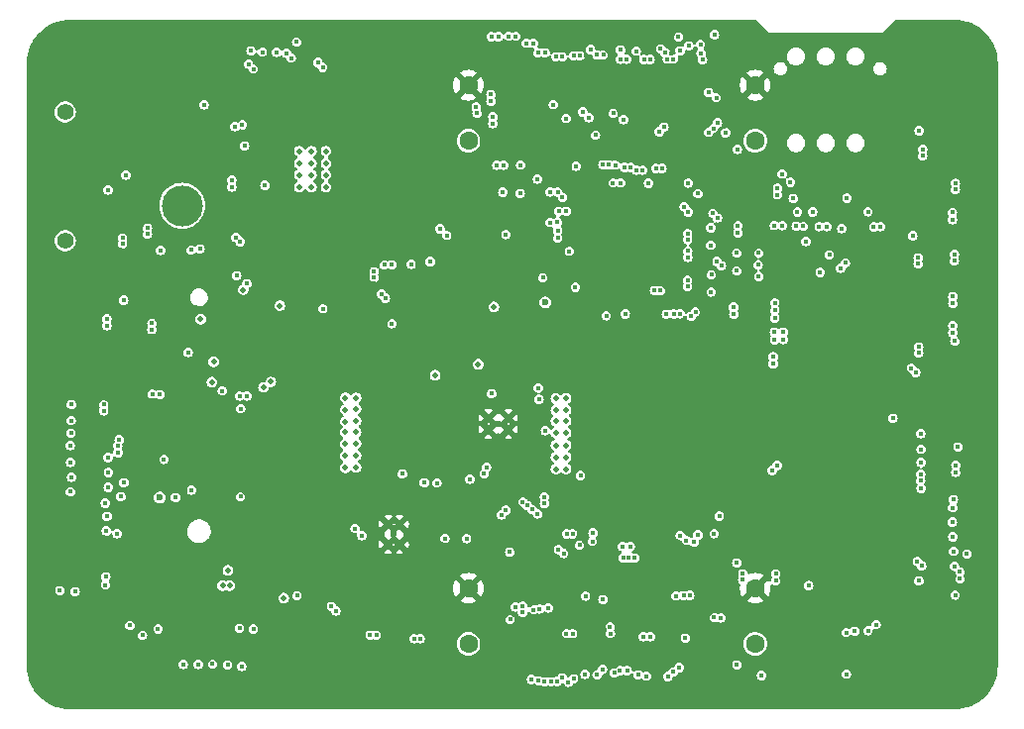
<source format=gbr>
%TF.GenerationSoftware,KiCad,Pcbnew,7.0.6-rc1-29-g152dc56df4*%
%TF.CreationDate,2023-07-03T16:00:48-04:00*%
%TF.ProjectId,pixc4-jetson-universal-carrier,70697863-342d-46a6-9574-736f6e2d756e,rev?*%
%TF.SameCoordinates,Original*%
%TF.FileFunction,Copper,L2,Inr*%
%TF.FilePolarity,Positive*%
%FSLAX46Y46*%
G04 Gerber Fmt 4.6, Leading zero omitted, Abs format (unit mm)*
G04 Created by KiCad (PCBNEW 7.0.6-rc1-29-g152dc56df4) date 2023-07-03 16:00:48*
%MOMM*%
%LPD*%
G01*
G04 APERTURE LIST*
%TA.AperFunction,ComponentPad*%
%ADD10C,1.400000*%
%TD*%
%TA.AperFunction,ComponentPad*%
%ADD11R,3.500000X3.500000*%
%TD*%
%TA.AperFunction,ComponentPad*%
%ADD12C,3.500000*%
%TD*%
%TA.AperFunction,ComponentPad*%
%ADD13C,0.800000*%
%TD*%
%TA.AperFunction,ComponentPad*%
%ADD14C,5.400000*%
%TD*%
%TA.AperFunction,ComponentPad*%
%ADD15C,1.600000*%
%TD*%
%TA.AperFunction,ComponentPad*%
%ADD16C,0.600000*%
%TD*%
%TA.AperFunction,ComponentPad*%
%ADD17C,3.900000*%
%TD*%
%TA.AperFunction,ViaPad*%
%ADD18C,0.400000*%
%TD*%
%TA.AperFunction,ViaPad*%
%ADD19C,0.500000*%
%TD*%
%TA.AperFunction,ViaPad*%
%ADD20C,0.600000*%
%TD*%
G04 APERTURE END LIST*
D10*
%TO.N,*%
%TO.C,J27*%
X61310700Y-97173560D03*
X61310700Y-86173560D03*
D11*
%TO.N,GND*%
X71310700Y-89173560D03*
D12*
%TO.N,/MainPower/PWR_IN*%
X71310700Y-94173560D03*
%TD*%
D13*
%TO.N,GND*%
%TO.C,J1*%
X59475000Y-81750000D03*
X60068109Y-80318109D03*
X60068109Y-83181891D03*
X61500000Y-79725000D03*
D14*
X61500000Y-81750000D03*
D13*
X61500000Y-83775000D03*
X62931891Y-80318109D03*
X62931891Y-83181891D03*
X63525000Y-81750000D03*
%TD*%
%TO.N,GND*%
%TO.C,J2*%
X59475000Y-133750000D03*
X60068109Y-132318109D03*
X60068109Y-135181891D03*
X61500000Y-131725000D03*
D14*
X61500000Y-133750000D03*
D13*
X61500000Y-135775000D03*
X62931891Y-132318109D03*
X62931891Y-135181891D03*
X63525000Y-133750000D03*
%TD*%
%TO.N,GND*%
%TO.C,J3*%
X135475000Y-81750000D03*
X136068109Y-80318109D03*
X136068109Y-83181891D03*
X137500000Y-79725000D03*
D14*
X137500000Y-81750000D03*
D13*
X137500000Y-83775000D03*
X138931891Y-80318109D03*
X138931891Y-83181891D03*
X139525000Y-81750000D03*
%TD*%
%TO.N,GND*%
%TO.C,J4*%
X135475000Y-133750000D03*
X136068109Y-132318109D03*
X136068109Y-135181891D03*
X137500000Y-131725000D03*
D14*
X137500000Y-133750000D03*
D13*
X137500000Y-135775000D03*
X138931891Y-132318109D03*
X138931891Y-135181891D03*
X139525000Y-133750000D03*
%TD*%
D15*
%TO.N,+5V*%
%TO.C,J5*%
X95750000Y-88625000D03*
X120250000Y-88625000D03*
%TO.N,GND*%
X95750000Y-83875000D03*
X120250000Y-83875000D03*
%TD*%
%TO.N,+5V*%
%TO.C,J6*%
X95750000Y-131625000D03*
X120250000Y-131625000D03*
%TO.N,GND*%
X95750000Y-126875000D03*
X120250000Y-126875000D03*
%TD*%
D16*
%TO.N,GND*%
%TO.C,U6*%
X88900800Y-121406200D03*
X88900800Y-123126200D03*
X89380800Y-122266200D03*
X89860800Y-121406200D03*
X89860800Y-123126200D03*
%TD*%
%TO.N,GND*%
%TO.C,U10*%
X99161600Y-112344200D03*
X97441600Y-112344200D03*
X98301600Y-112824200D03*
X99161600Y-113304200D03*
X97441600Y-113304200D03*
%TD*%
D17*
%TO.N,GND*%
%TO.C,SP1*%
X123000000Y-112000000D03*
%TD*%
D18*
%TO.N,GND*%
X86800000Y-130910000D03*
X118643400Y-80822800D03*
X127630000Y-109890000D03*
D19*
X110093600Y-115900000D03*
D18*
X118000000Y-129240000D03*
X99910000Y-124320000D03*
X92700000Y-95800000D03*
X118668800Y-101193600D03*
X82510000Y-81420000D03*
X92120000Y-129990000D03*
D19*
X108772800Y-106984800D03*
D18*
X78650000Y-130750000D03*
X132980000Y-107910000D03*
D19*
X107496771Y-105674800D03*
D18*
X130110000Y-91710000D03*
X113250000Y-90680000D03*
X97180000Y-110690000D03*
D19*
X119352800Y-110730000D03*
X107492800Y-109434000D03*
D18*
X90144600Y-86715600D03*
D19*
X114054284Y-113250000D03*
D18*
X104930000Y-130230000D03*
X69090000Y-109390000D03*
X70530000Y-130740000D03*
X87570000Y-101850000D03*
D19*
X114047084Y-112050000D03*
X107492800Y-106984800D03*
X118006771Y-105674800D03*
X111409942Y-106984800D03*
X115372855Y-113250000D03*
D18*
X81380000Y-86170000D03*
D19*
X116686455Y-114560000D03*
D18*
X117440000Y-85600000D03*
X114450000Y-99990000D03*
X65960000Y-97970000D03*
X99872800Y-96545400D03*
X105580000Y-90790000D03*
D19*
X82510000Y-129470000D03*
D18*
X128880000Y-126660000D03*
D19*
X107494600Y-108314000D03*
X108772800Y-109434000D03*
D18*
X95732600Y-105079800D03*
D19*
X115367455Y-108314000D03*
X108780000Y-113250000D03*
X116686026Y-108314000D03*
D18*
X100190000Y-98680000D03*
X116350000Y-86660000D03*
D19*
X119354600Y-108334000D03*
D18*
X86070000Y-121250000D03*
D19*
X107492800Y-110710000D03*
D18*
X67500000Y-115260000D03*
X124200000Y-87220000D03*
X77546200Y-106426000D03*
X112240000Y-127350000D03*
X105300000Y-99580000D03*
D19*
X107495029Y-114560000D03*
X115387084Y-118327800D03*
D18*
X64500000Y-105990000D03*
X92220000Y-130890000D03*
D19*
X108772800Y-117017800D03*
D18*
X86454400Y-129184400D03*
X102300000Y-129100000D03*
X97300000Y-82830000D03*
D19*
X111409942Y-112050000D03*
X110091371Y-106984800D03*
X110867599Y-97818001D03*
D18*
X66220000Y-124290000D03*
X76708000Y-106426000D03*
X111250000Y-127350000D03*
D19*
X118005029Y-115900000D03*
D18*
X117260000Y-131130000D03*
X67700000Y-120260000D03*
X130090000Y-92420000D03*
X103790000Y-130120000D03*
X78409800Y-105689400D03*
X117110000Y-95790000D03*
X79121000Y-87299800D03*
X75920000Y-82050000D03*
X111125000Y-91617800D03*
D19*
X119355029Y-115920000D03*
D18*
X104750000Y-88100000D03*
X100220000Y-84370000D03*
D19*
X116684226Y-117017800D03*
D18*
X95710000Y-86590000D03*
X124170000Y-85200000D03*
D19*
X79180000Y-108630000D03*
D18*
X124240000Y-129090000D03*
D19*
X118024229Y-118327800D03*
D18*
X120180000Y-93080000D03*
X86840000Y-133580000D03*
D19*
X116684226Y-106984800D03*
D18*
X88940000Y-97730000D03*
X102510000Y-130870000D03*
X93410000Y-123100000D03*
D19*
X111412171Y-115900000D03*
X114051055Y-105674800D03*
D18*
X90660000Y-130820000D03*
X95290000Y-129190000D03*
X79070000Y-112080000D03*
X64580000Y-100660000D03*
D19*
X119355029Y-114580000D03*
D18*
X115544600Y-91414600D03*
D19*
X108775029Y-114560000D03*
D18*
X94530000Y-96670000D03*
D19*
X118005029Y-114560000D03*
D18*
X128730000Y-93520000D03*
D19*
X116688197Y-105674800D03*
D18*
X95783400Y-105841800D03*
X118643400Y-97510600D03*
X76010000Y-96300000D03*
X136960000Y-97400000D03*
X96723200Y-105816400D03*
X92130000Y-113030000D03*
X77495400Y-105664000D03*
X115260000Y-127350000D03*
X64560000Y-109860000D03*
X65200000Y-103420000D03*
X85760000Y-133540000D03*
X102600000Y-100790000D03*
X133890000Y-81170000D03*
X115600000Y-102970000D03*
X134160000Y-99780000D03*
X103260000Y-88160000D03*
X64580000Y-110640000D03*
X133870000Y-93080000D03*
X114970000Y-129890000D03*
X61850000Y-90360000D03*
X94894400Y-105816400D03*
X116484400Y-103505000D03*
X65420000Y-109220000D03*
X83490000Y-121800000D03*
D19*
X119352800Y-107004800D03*
X77550000Y-125780000D03*
D18*
X108762800Y-91587800D03*
X65020000Y-105420000D03*
X124256800Y-130124200D03*
X133270000Y-102810000D03*
D19*
X107500000Y-113250000D03*
D18*
X137130000Y-107700000D03*
X70170000Y-133510000D03*
X122428000Y-100558600D03*
D19*
X107514229Y-118327800D03*
X116705655Y-118327800D03*
D18*
X81980000Y-133400000D03*
X85330000Y-124520000D03*
D19*
X107495029Y-115900000D03*
D18*
X94894400Y-106527600D03*
X120910000Y-81110000D03*
D19*
X109093000Y-99771200D03*
D18*
X121793000Y-121285000D03*
X121640600Y-100533200D03*
D19*
X112728513Y-109434000D03*
D18*
X107600000Y-134300000D03*
D19*
X115365655Y-110710000D03*
D18*
X126441200Y-99898200D03*
X97120000Y-84340000D03*
X110970000Y-81070000D03*
D19*
X77560000Y-127460000D03*
X115365655Y-117017800D03*
D18*
X118550000Y-123850000D03*
X103790000Y-102990000D03*
D19*
X114047084Y-110710000D03*
X108774600Y-108314000D03*
D18*
X68760000Y-128220000D03*
X111950000Y-131030000D03*
D19*
X108772800Y-112050000D03*
D18*
X112960000Y-103960000D03*
D19*
X114047084Y-109434000D03*
X119356771Y-105694800D03*
X111411742Y-108314000D03*
X114049313Y-114560000D03*
D18*
X102750000Y-81750000D03*
X84450000Y-82790000D03*
X92405200Y-83108800D03*
X105810000Y-81340000D03*
X78390000Y-86180000D03*
X105950000Y-103570000D03*
X99640000Y-116120000D03*
D19*
X119352800Y-112070000D03*
D18*
X68840000Y-111770000D03*
D19*
X107492800Y-117017800D03*
X119360000Y-113270000D03*
X81710000Y-129460000D03*
X109093000Y-95986600D03*
D18*
X78409800Y-106426000D03*
X80580000Y-122980000D03*
X106740000Y-127400000D03*
D19*
X110091371Y-112050000D03*
D18*
X99974400Y-100660200D03*
X69060000Y-101690000D03*
X134420000Y-111230000D03*
X68170000Y-95500000D03*
D19*
X118002800Y-109434000D03*
X114047084Y-106984800D03*
D18*
X116484400Y-102895400D03*
D19*
X115367884Y-115900000D03*
X110112800Y-118327800D03*
X110947200Y-99771200D03*
D18*
X76708000Y-105638600D03*
D19*
X116684226Y-110710000D03*
D18*
X137120000Y-100480000D03*
X98800000Y-128580000D03*
X129290000Y-99330000D03*
X75565000Y-89179400D03*
X89490000Y-130980000D03*
X101780000Y-90720000D03*
X98780000Y-87830000D03*
X122428000Y-97917000D03*
D19*
X112749942Y-118327800D03*
D18*
X64490000Y-123240000D03*
X84390000Y-86270000D03*
X114960000Y-129070000D03*
D19*
X112732484Y-105674800D03*
X116684226Y-112050000D03*
D18*
X137890000Y-116700000D03*
X108780000Y-130840000D03*
D19*
X108775029Y-115900000D03*
D18*
X137310000Y-91510000D03*
X108864400Y-128717000D03*
X83490000Y-129070000D03*
X114760000Y-133790000D03*
X73760000Y-97900000D03*
X127320000Y-130570000D03*
X128920000Y-94700000D03*
D19*
X119352800Y-109454000D03*
D18*
X116280000Y-133840000D03*
D19*
X118002800Y-106984800D03*
D18*
X131200000Y-130240000D03*
X104521000Y-95605600D03*
X117144800Y-100076000D03*
X137290000Y-118500000D03*
D19*
X111417142Y-113250000D03*
D18*
X88470000Y-130880000D03*
X121996200Y-99263200D03*
X136940000Y-93830000D03*
X96697800Y-105079800D03*
X75372200Y-86022200D03*
X137270000Y-96050000D03*
D19*
X119374229Y-118347800D03*
D18*
X111180000Y-90820000D03*
X108102400Y-91567000D03*
D19*
X119352800Y-117037800D03*
D18*
X113080000Y-81160000D03*
D19*
X108772800Y-110710000D03*
D18*
X117144800Y-101549200D03*
X120910000Y-93070000D03*
D19*
X112877600Y-99771200D03*
D18*
X67880000Y-128210000D03*
D19*
X78160000Y-123520000D03*
D18*
X107320000Y-80780000D03*
X77698600Y-87299800D03*
X120180000Y-92520000D03*
X97282000Y-80949800D03*
X121793000Y-122174000D03*
X88690000Y-102670000D03*
X117250000Y-94730000D03*
D19*
X115365655Y-106984800D03*
D18*
X135440000Y-128550000D03*
D19*
X118002800Y-112050000D03*
D18*
X137150000Y-111190000D03*
X66290000Y-105510000D03*
D19*
X114068513Y-118327800D03*
X110093171Y-108314000D03*
X112852200Y-97790000D03*
D18*
X68770000Y-105300000D03*
D19*
X110091371Y-109434000D03*
X108776771Y-105674800D03*
D18*
X104485000Y-93192600D03*
X67350000Y-106650000D03*
X77495400Y-104978200D03*
X91770000Y-86410000D03*
X58790000Y-128800000D03*
X123610000Y-102650000D03*
D19*
X109118400Y-97840800D03*
D18*
X117120000Y-98330000D03*
X101710000Y-87850000D03*
X117424200Y-80848200D03*
X87200000Y-99460000D03*
D19*
X112728513Y-110710000D03*
X110098571Y-113250000D03*
D18*
X78384400Y-104978200D03*
X126480000Y-123650000D03*
D19*
X114048884Y-108314000D03*
D18*
X79900000Y-130760000D03*
X68820000Y-103550000D03*
X111060000Y-101420000D03*
X76810000Y-97580000D03*
X134550000Y-90510000D03*
X112240000Y-123220000D03*
X109410000Y-80970000D03*
X128410000Y-121740000D03*
D19*
X118002800Y-110710000D03*
X108794229Y-118327800D03*
D18*
X78780000Y-81230000D03*
X134210000Y-109040000D03*
D19*
X110947200Y-96062800D03*
X111409942Y-117017800D03*
X116691426Y-113250000D03*
D18*
X92140000Y-128350000D03*
X69780000Y-115080000D03*
X82120000Y-124520000D03*
D19*
X112728513Y-117017800D03*
D18*
X68100000Y-101680000D03*
X68790000Y-97750000D03*
D19*
X115365655Y-109434000D03*
D18*
X134110000Y-122250000D03*
D19*
X115367884Y-114560000D03*
D18*
X94630000Y-112830000D03*
D19*
X76420000Y-121770000D03*
D18*
X129930000Y-126630000D03*
D19*
X112728513Y-112050000D03*
D18*
X107750000Y-122430000D03*
D19*
X116684226Y-109434000D03*
D18*
X109821900Y-133780000D03*
X116586000Y-92481400D03*
X67530000Y-116760000D03*
D19*
X118002800Y-117017800D03*
X114047084Y-117017800D03*
D18*
X104250000Y-83100000D03*
X105440000Y-130810000D03*
X97470000Y-87730000D03*
X94869000Y-105105200D03*
D19*
X112730313Y-108314000D03*
D18*
X110660000Y-103400000D03*
D19*
X112730742Y-114560000D03*
D18*
X121793000Y-123215400D03*
D19*
X112728513Y-106984800D03*
D18*
X79980000Y-80550000D03*
D19*
X111409942Y-109434000D03*
X110091371Y-110710000D03*
D18*
X68840000Y-110990000D03*
X134570000Y-88710000D03*
X64470000Y-124030000D03*
D19*
X115365655Y-112050000D03*
X118010000Y-113250000D03*
D18*
X99510000Y-98680000D03*
X72770000Y-80850000D03*
X89331800Y-87909400D03*
D19*
X111409942Y-110710000D03*
X110093600Y-114560000D03*
X111431371Y-118327800D03*
X77540000Y-126650000D03*
D18*
X107350000Y-130440000D03*
X95808800Y-106527600D03*
X98750000Y-130770000D03*
X66380000Y-109250000D03*
X134150000Y-98050000D03*
D19*
X112852200Y-96037400D03*
D18*
X96748600Y-106502200D03*
D19*
X110091371Y-117017800D03*
D18*
X114280000Y-103780000D03*
X76708000Y-104978200D03*
X129910000Y-112290000D03*
X85090000Y-130080000D03*
X75565000Y-89789000D03*
D19*
X114049313Y-115900000D03*
D18*
X91795600Y-87198200D03*
D19*
X116686455Y-115900000D03*
D18*
X72770000Y-81950000D03*
X108260000Y-127350000D03*
X105040000Y-128060000D03*
X123647200Y-121310400D03*
X92354400Y-80797400D03*
X64380000Y-130250000D03*
D19*
X112730742Y-115900000D03*
X111412171Y-114560000D03*
D18*
X117527399Y-87473352D03*
X68800000Y-114020000D03*
X112680000Y-101450000D03*
X87690000Y-100850000D03*
D19*
X111413913Y-105674800D03*
X107492800Y-112050000D03*
X118004600Y-108314000D03*
D18*
X106260000Y-130890000D03*
D19*
X112735713Y-113250000D03*
D18*
X68260000Y-123950000D03*
X137200000Y-99590000D03*
X125755400Y-92278200D03*
D19*
X110095342Y-105674800D03*
X115369626Y-105674800D03*
D18*
X119532400Y-91414600D03*
D19*
%TO.N,+5V*%
X85242400Y-116586000D03*
D18*
X97729000Y-110236000D03*
D19*
X85242400Y-115570000D03*
X86156800Y-111556800D03*
X85242400Y-114554000D03*
D18*
X86660000Y-122380000D03*
X121900000Y-105630000D03*
D19*
X86156800Y-116535200D03*
X85242400Y-111607600D03*
X86156800Y-114503200D03*
X86156800Y-112572800D03*
D18*
X86060000Y-121770000D03*
D19*
X73840000Y-109260000D03*
X86156800Y-113538000D03*
D18*
X124570000Y-97240000D03*
X127950000Y-99070000D03*
D19*
X85242400Y-112623600D03*
D18*
X127540000Y-99520000D03*
D19*
X86156800Y-115519200D03*
X86156800Y-110591600D03*
X85242400Y-113538000D03*
D18*
X120548400Y-98221800D03*
X104960000Y-90810000D03*
X102720000Y-93000000D03*
X124360000Y-95940000D03*
X60850000Y-127070000D03*
D20*
X102311200Y-102438200D03*
D19*
X85242400Y-110591600D03*
D18*
%TO.N,3V3_SYS*%
X116770000Y-79560000D03*
%TO.N,USB2-*%
X134540000Y-89374834D03*
X113263500Y-81640000D03*
%TO.N,USB2+*%
X134540000Y-89901834D03*
X112736500Y-81640000D03*
%TO.N,PORT_VBUS_2*%
X134243334Y-87763334D03*
X117020000Y-87100000D03*
%TO.N,USB3-*%
X111263500Y-81680000D03*
X137250000Y-98351500D03*
%TO.N,USB3+*%
X137250000Y-98878500D03*
X110736500Y-81680000D03*
%TO.N,PORT_VBUS_3*%
X133700000Y-96750000D03*
X110070000Y-80960000D03*
%TO.N,USB4-*%
X109263500Y-81660000D03*
X133583677Y-108053677D03*
%TO.N,USB4+*%
X133956323Y-108426323D03*
X108736500Y-81660000D03*
%TO.N,PORT_VBUS_4*%
X137300000Y-105760000D03*
X108740000Y-80850000D03*
%TO.N,ETH_RADIO_TX_N*%
X102304140Y-81090000D03*
X122125060Y-116374940D03*
X102240000Y-119063800D03*
%TO.N,ETH_RADIO_TX_P*%
X101695860Y-81090000D03*
X121694940Y-116805060D03*
X102240000Y-119616200D03*
%TO.N,ETH_RADIO_RX_N*%
X101304140Y-80290000D03*
X122000000Y-125635860D03*
X98955303Y-120204697D03*
%TO.N,ETH_RADIO_RX_P*%
X98564697Y-120595303D03*
X122000000Y-126244140D03*
X100695860Y-80290000D03*
%TO.N,ETH_SPARE_RX_P*%
X121780000Y-107694140D03*
X99804140Y-79690000D03*
%TO.N,ETH_SPARE_RX_N*%
X121780000Y-107085860D03*
X99195860Y-79690000D03*
%TO.N,ETH_SPARE_TX_P*%
X118770000Y-96504140D03*
X98304140Y-79720000D03*
%TO.N,ETH_SPARE_TX_N*%
X118770000Y-95895860D03*
X97695860Y-79720000D03*
D19*
%TO.N,Net-(D2-K)*%
X96580000Y-107730000D03*
X97920000Y-102810000D03*
D18*
%TO.N,FMU_I2C_1_SDA*%
X65000000Y-116980000D03*
X103437300Y-123567300D03*
%TO.N,FMU_I2C_1_SCL*%
X64970000Y-115710000D03*
X101670000Y-120520000D03*
%TO.N,GPS1_RX*%
X101200000Y-120150000D03*
X65820000Y-115280000D03*
%TO.N,GPS1_TX*%
X65800000Y-114720000D03*
X100782162Y-119804123D03*
%TO.N,+VDD_5V_PERIPH*%
X108220000Y-134110000D03*
X110960000Y-134390000D03*
X65910000Y-114190000D03*
X105710000Y-134240000D03*
X61760000Y-118630000D03*
X66840000Y-130060000D03*
X138330000Y-123950000D03*
X110235000Y-134265000D03*
X76380000Y-133550000D03*
X100400000Y-119480000D03*
X137560000Y-114790000D03*
X102590000Y-128570000D03*
%TO.N,BATT_VOLTAGE_SENS_PROT*%
X61860000Y-117380000D03*
X117320000Y-129400000D03*
X114360000Y-122780000D03*
%TO.N,BATT_CURRENT_SENS_PROT*%
X116740000Y-129380000D03*
X61780000Y-116110000D03*
X113840000Y-122360000D03*
%TO.N,FMU-CH1-PROT*%
X101840000Y-128640000D03*
X134410000Y-118330000D03*
%TO.N,IO-CH8-PROT*%
X104730000Y-134610000D03*
X137170000Y-119280000D03*
%TO.N,IO-CH7-PROT*%
X137110000Y-119990000D03*
X104290000Y-134910000D03*
%TO.N,IO-CH6-PROT*%
X103750000Y-134520000D03*
X137090000Y-121220000D03*
%TO.N,IO-CH5-PROT*%
X137130000Y-122480000D03*
X103320979Y-134848867D03*
%TO.N,IO-CH4-PROT*%
X137190000Y-123720000D03*
X102820000Y-134860000D03*
%TO.N,IO-CH3-PROT*%
X102260000Y-134870000D03*
X137250000Y-124990000D03*
%TO.N,IO-CH2-PROT*%
X101750000Y-134780000D03*
X134220000Y-126240000D03*
%TO.N,IO-CH1-PROT*%
X101140000Y-134670000D03*
X137320000Y-127470000D03*
%TO.N,ETH_RADIO_TX_POSTMAG_N*%
X137120000Y-101925460D03*
X134370000Y-117131300D03*
%TO.N,ETH_RADIO_TX_POSTMAG_P*%
X137120000Y-102533740D03*
X134370000Y-117658300D03*
%TO.N,ETH_RADIO_RX_POSTMAG_N*%
X134088279Y-124573677D03*
X137130000Y-104425460D03*
%TO.N,ETH_RADIO_RX_POSTMAG_P*%
X137130000Y-105033740D03*
X134460925Y-124946323D03*
%TO.N,ETH_SPARE_TX_POSTMAG_N*%
X137340000Y-92266500D03*
X134167726Y-98621500D03*
%TO.N,ETH_SPARE_TX_POSTMAG_P*%
X137340000Y-92793500D03*
X134167726Y-99148500D03*
%TO.N,ETH_SPARE_RX_POSTMAG_N*%
X134200000Y-106241500D03*
X137090000Y-94754260D03*
%TO.N,ETH_SPARE_RX_POSTMAG_P*%
X137090000Y-95362540D03*
X134200000Y-106768500D03*
D19*
%TO.N,Net-(D3-K)*%
X78245300Y-109710000D03*
X79640000Y-102720000D03*
D18*
%TO.N,+1V1*%
X118668800Y-98221800D03*
X122148600Y-92684600D03*
X122148600Y-93243400D03*
X108102400Y-92227400D03*
X111125000Y-92252800D03*
X107518200Y-103581200D03*
X123740000Y-95930000D03*
X112664200Y-103454200D03*
X116454000Y-96062800D03*
X103370000Y-92990000D03*
X121890000Y-104970000D03*
X116494600Y-100076000D03*
X109139200Y-103428800D03*
X116454400Y-97561400D03*
X122580000Y-95890000D03*
X121880000Y-95870000D03*
%TO.N,+5V_FMU*%
X124820000Y-126640000D03*
X108910000Y-123310000D03*
X108960000Y-124290000D03*
D19*
X103225600Y-116687600D03*
X75210000Y-125330000D03*
X104089200Y-113588800D03*
X104089200Y-115671600D03*
D18*
X102710000Y-95610000D03*
X122540000Y-91460000D03*
D19*
X75350000Y-126660000D03*
X104089200Y-111658400D03*
X92910000Y-108670000D03*
X103225600Y-111658400D03*
X74760000Y-126660000D03*
D20*
X69392800Y-119126000D03*
D18*
X126350000Y-95960000D03*
D19*
X79970000Y-127700000D03*
X104089200Y-112572800D03*
D18*
X109930000Y-124290000D03*
X62160000Y-127160000D03*
X109580000Y-123300000D03*
X66070000Y-119030000D03*
X109430000Y-124300000D03*
D19*
X104089200Y-114655600D03*
X103225600Y-110642400D03*
D18*
X81110000Y-127508000D03*
D19*
X103225600Y-113588800D03*
D18*
X65760000Y-122210000D03*
D19*
X103225600Y-112572800D03*
D18*
X122670000Y-105620000D03*
D19*
X103225600Y-115671600D03*
X104089200Y-116687600D03*
X103225600Y-114655600D03*
X104089200Y-110642400D03*
D18*
%TO.N,IRID_ON_OFF_3.3*%
X115760000Y-81710000D03*
X81070000Y-80190000D03*
%TO.N,IRID_TX_IN_3.3*%
X115610000Y-81130000D03*
X79360000Y-81070000D03*
%TO.N,IRID_RING_3.3*%
X115560000Y-80370000D03*
X78150000Y-81040000D03*
%TO.N,IRID_NA_3.3*%
X77170000Y-80930000D03*
X113690000Y-79760000D03*
%TO.N,IRID_RX_OUT_3.3*%
X117710000Y-87940000D03*
X73170000Y-85550000D03*
%TO.N,USB_EXT2_SSTX-*%
X113280000Y-103430000D03*
X100390000Y-128380000D03*
%TO.N,Net-(U9-VCC)*%
X69750000Y-115860000D03*
X70730000Y-119120000D03*
%TO.N,XAVIER_I2C1_SCL*%
X128010000Y-130660000D03*
X130370000Y-95980000D03*
X116920000Y-84940000D03*
%TO.N,CAM1_D0_N*%
X112454284Y-87445716D03*
%TO.N,CAM1_D0_P*%
X112045716Y-87854284D03*
X104100000Y-86720000D03*
X103010000Y-85540000D03*
%TO.N,CAM1_C_N*%
X108110000Y-86280000D03*
%TO.N,CAM1_C_P*%
X108990000Y-86830000D03*
%TO.N,CAM1_D1_N*%
X105510000Y-86160000D03*
%TO.N,CAM1_D1_P*%
X106035716Y-86644284D03*
%TO.N,XAVIER_I2C1_SDA*%
X130570000Y-129980000D03*
X116250000Y-84480000D03*
X130960000Y-95960000D03*
%TO.N,GPIO10*%
X76440000Y-87260000D03*
X116660000Y-87560000D03*
X72080000Y-97970000D03*
%TO.N,GPIO12*%
X75800000Y-87420000D03*
X116250000Y-87910000D03*
X69460000Y-97990000D03*
%TO.N,RC_INPUT*%
X76820000Y-100840000D03*
X101790000Y-110737300D03*
X64970000Y-92840000D03*
X106390000Y-122150000D03*
%TO.N,+VDD_5V_RADIO*%
X69240000Y-130350000D03*
X66500000Y-91570000D03*
X107240000Y-127840000D03*
%TO.N,BUZZER_OUT*%
X66320000Y-117840000D03*
X64810000Y-121970000D03*
%TO.N,SAFETY_VDD*%
X105750000Y-127550000D03*
X64880000Y-120720000D03*
X99280000Y-123780000D03*
%TO.N,SAFETY_SWITCH_IN*%
X64980000Y-118250000D03*
X103874349Y-123900000D03*
%TO.N,TELEM1_TX*%
X114280000Y-131130000D03*
X75180000Y-133430000D03*
%TO.N,TELEM1_RX*%
X113750000Y-133660000D03*
X73900000Y-133360000D03*
%TO.N,TELEM1_CTS*%
X113240000Y-134040000D03*
X72680000Y-133380000D03*
%TO.N,TELEM1_RTS*%
X71390000Y-133380000D03*
X112780000Y-134420000D03*
%TO.N,INTVCC*%
X125791000Y-99872800D03*
X120497600Y-99237800D03*
%TO.N,USB_EXT2_SSTX+*%
X113840000Y-103410000D03*
X100380000Y-128930000D03*
%TO.N,CAN_2+*%
X137730000Y-125470860D03*
X108695860Y-133920000D03*
%TO.N,CAN_2-*%
X109304140Y-133920000D03*
X137730000Y-126079140D03*
%TO.N,FMU_I2C_2_SDA*%
X64780000Y-125880000D03*
X107200000Y-133820000D03*
%TO.N,FMU_I2C_2_SCL*%
X64750000Y-126590000D03*
X106750000Y-134270000D03*
%TO.N,FMU-CH4-PROT*%
X99310000Y-129550000D03*
X134370000Y-113670000D03*
%TO.N,FMU-CH3-PROT*%
X99750000Y-128470000D03*
X134420000Y-115000000D03*
%TO.N,FMU-CH2-PROT*%
X134420000Y-116120000D03*
X101330000Y-128710000D03*
%TO.N,USB_EXT1_SSTX-*%
X84426323Y-128806323D03*
X117356323Y-99316323D03*
X87690000Y-100322070D03*
%TO.N,USB_EXT1_SSTX+*%
X87690000Y-99817930D03*
X84053677Y-128433677D03*
X116983677Y-98943677D03*
%TO.N,CAM1_GPIO*%
X108290000Y-90700000D03*
X112170000Y-80767300D03*
%TO.N,CAM1_MCLK*%
X107760000Y-90690000D03*
X112551641Y-81092037D03*
%TO.N,CAM1_SCL0*%
X113830000Y-80940000D03*
X107240000Y-90680000D03*
%TO.N,CAM1_SDA0*%
X106600000Y-88150000D03*
X114572700Y-80500000D03*
%TO.N,CAM0_D0_N*%
X76965716Y-82075716D03*
X97670000Y-84671100D03*
%TO.N,CAM0_D0_P*%
X97670000Y-85248900D03*
X77374284Y-82484284D03*
%TO.N,CAM0_C_N*%
X96410000Y-85730000D03*
X82895716Y-81935716D03*
%TO.N,CAM0_C_P*%
X83304284Y-82344284D03*
X96480000Y-86280000D03*
%TO.N,CAM0_D1_N*%
X97830000Y-86581100D03*
X80205716Y-81145716D03*
%TO.N,CAM0_D1_P*%
X80614284Y-81554284D03*
X97830000Y-87158900D03*
%TO.N,CAM0_GPIO*%
X101640000Y-91900000D03*
%TO.N,CAM0_MCLK*%
X100180000Y-93130000D03*
%TO.N,CAM0_SCL0*%
X100200000Y-90700000D03*
%TO.N,CAM0_SDA0*%
X98680000Y-93020000D03*
%TO.N,USBSS_TX_N*%
X112290000Y-90990000D03*
X105263500Y-81350000D03*
%TO.N,USBSS_TX_P*%
X111770000Y-90980000D03*
X104736500Y-81350000D03*
%TO.N,UART4_RX*%
X114660000Y-127480000D03*
X119167208Y-126152989D03*
%TO.N,UART4_TX*%
X119190000Y-125630000D03*
X114120000Y-127490000D03*
%TO.N,S.BUS_OUT*%
X67920000Y-130900000D03*
X113470000Y-127530000D03*
%TO.N,USB_CELL_SSTX+*%
X116643677Y-94833677D03*
X64600000Y-111706000D03*
X66200000Y-96937930D03*
%TO.N,USB_CELL_SSTX-*%
X66200000Y-97442070D03*
X117016323Y-95206323D03*
X64600000Y-111179000D03*
%TO.N,+SIM_VCC*%
X83310000Y-102980000D03*
X76300000Y-111520000D03*
X128077000Y-93522800D03*
X127650000Y-96140000D03*
%TO.N,Net-(D9-K)*%
X77380000Y-130360000D03*
X75950000Y-100150000D03*
X76190000Y-130290000D03*
%TO.N,Net-(D10-A)*%
X132010000Y-112350000D03*
X120780000Y-134330000D03*
X128030000Y-134220000D03*
%TO.N,USB_CELL_D+*%
X68330000Y-96097930D03*
X114180000Y-94260000D03*
X68710000Y-104236500D03*
%TO.N,USB_CELL_D-*%
X114526323Y-94706323D03*
X68710000Y-104763500D03*
X68330000Y-96602070D03*
%TO.N,USB_CELL_SSRX+*%
X114470000Y-96554501D03*
X75891759Y-96891759D03*
X68740000Y-110263500D03*
%TO.N,USB_CELL_SSRX-*%
X114470000Y-97081501D03*
X69410000Y-110310000D03*
X76248241Y-97248241D03*
%TO.N,USB_EXT1_D+*%
X114490000Y-98054502D03*
X91101500Y-131190000D03*
%TO.N,USB_EXT1_D-*%
X114490000Y-98581502D03*
X91628500Y-131190000D03*
%TO.N,USB_EXT1_SSRX+*%
X114460000Y-100554502D03*
X87351500Y-130890000D03*
X88311759Y-101721759D03*
%TO.N,USB_EXT1_SSRX-*%
X114460000Y-101081502D03*
X88668241Y-102078241D03*
X87878500Y-130890000D03*
%TO.N,USB_EXT2_D+*%
X115136323Y-103243677D03*
X107871500Y-130740000D03*
%TO.N,USB_EXT2_D-*%
X114763677Y-103616323D03*
X107850000Y-130170000D03*
%TO.N,USB_EXT2_SSRX+*%
X112150000Y-101440000D03*
X104121500Y-130750000D03*
X104132930Y-122230000D03*
%TO.N,USB_EXT2_SSRX-*%
X104648500Y-130750000D03*
X104637070Y-122230000D03*
X111630000Y-101430000D03*
%TO.N,PWRCTRL2*%
X101720000Y-109750000D03*
X102100000Y-100330000D03*
%TO.N,+3V3*%
X118414800Y-103454200D03*
X121920000Y-102463600D03*
X125710000Y-95960000D03*
X123260000Y-92170000D03*
X122650000Y-104980000D03*
X103378000Y-96951800D03*
X118389400Y-102844600D03*
X104889600Y-101142800D03*
X121920000Y-103784400D03*
X118668800Y-99745800D03*
X114528600Y-92242600D03*
X116484400Y-101549200D03*
X103454200Y-94640400D03*
X104368600Y-98069400D03*
X103360000Y-95590000D03*
X121920000Y-103124000D03*
X108770000Y-92220000D03*
%TO.N,OVERCUR3*%
X103378000Y-96312200D03*
X102330000Y-113400000D03*
%TO.N,OVERCUR2*%
X104104400Y-94640400D03*
X105321401Y-117240000D03*
X97290000Y-116550000D03*
%TO.N,CAN_1+*%
X137380000Y-116360860D03*
X110695860Y-131020000D03*
%TO.N,CAN_1-*%
X111304140Y-131020000D03*
X137380000Y-116969140D03*
D19*
%TO.N,/MainPower/PWR_IN*%
X81305400Y-91541600D03*
X83591400Y-90551000D03*
X82346800Y-92583000D03*
X82346800Y-90551000D03*
X81305400Y-90551000D03*
X83591400Y-89509600D03*
X83591400Y-92583000D03*
X83591400Y-91541600D03*
D18*
X75539600Y-91998800D03*
D19*
X81305400Y-89509600D03*
X82346800Y-91541600D03*
D18*
X78359000Y-92430600D03*
D19*
X82346800Y-89509600D03*
D18*
X75539600Y-92583000D03*
D19*
X81305400Y-92583000D03*
D18*
%TO.N,JETSON_USB1_D_P*%
X106736500Y-81290000D03*
X109104100Y-90900000D03*
%TO.N,JETSON_USB1_D_N*%
X107263500Y-81290000D03*
X109631100Y-90900000D03*
%TO.N,USBSS_RX_P*%
X110104099Y-91130000D03*
X103236500Y-81450000D03*
%TO.N,USBSS_RX_N*%
X103763500Y-81450000D03*
X110631099Y-91130000D03*
%TO.N,Net-(IC1-USB_R1)*%
X115351600Y-93141800D03*
%TO.N,JETSON_CAN+*%
X93324894Y-96144894D03*
X64870000Y-103830860D03*
X98170000Y-90720000D03*
%TO.N,JETSON_CAN-*%
X98750000Y-90720000D03*
X64870000Y-104439140D03*
X93895106Y-96715106D03*
%TO.N,PORT_VBUS_JETSON*%
X103780000Y-93469350D03*
X106180000Y-80830000D03*
%TO.N,GPIO02*%
X72830000Y-97870000D03*
X118720000Y-89360000D03*
X76640000Y-89050000D03*
%TO.N,BATT2_CURRENT_SENS_PROT*%
X115010000Y-122940000D03*
X61800000Y-113610000D03*
%TO.N,BATT2_VOLTAGE_SENS_PROT*%
X115350000Y-122320000D03*
X61730000Y-114680000D03*
%TO.N,SPARE1_ADC1*%
X116740000Y-122220000D03*
X93065744Y-117871709D03*
%TO.N,SPARE2_ADC1*%
X97100000Y-117090000D03*
X117180000Y-120710000D03*
%TO.N,Net-(J20-Pin_7)*%
X64730000Y-119600000D03*
X105230000Y-123190000D03*
D19*
%TO.N,Net-(J30-~{FULL_CARD_POWER_OFF})*%
X76510000Y-101360000D03*
X72880000Y-103890000D03*
%TO.N,PCIE_DIS*%
X78870000Y-109230000D03*
X74000000Y-107520000D03*
D18*
%TO.N,VBUS_CELL*%
X71810000Y-106720000D03*
X98950000Y-96640000D03*
%TO.N,SIM_RESET*%
X125160000Y-94710000D03*
X89220000Y-104260000D03*
X92490000Y-98950000D03*
X74730000Y-110000000D03*
%TO.N,SIM_CLK*%
X76200000Y-110440000D03*
X123490000Y-93560000D03*
X89220000Y-99210000D03*
%TO.N,SIM_DATA*%
X123850000Y-94710000D03*
X76850000Y-110440000D03*
X88560000Y-99240000D03*
%TO.N,SIM_DETECT*%
X129870000Y-94700000D03*
X90850000Y-99180000D03*
X76280000Y-119050000D03*
%TO.N,Net-(U9-+IN)*%
X106330000Y-122870000D03*
X72110000Y-118490000D03*
%TO.N,PGOOD2*%
X120548400Y-100228400D03*
X126570000Y-98370000D03*
%TO.N,+5V_PROT*%
X90115000Y-117095000D03*
X66310000Y-102250000D03*
%TO.N,RS232_TXD*%
X129870000Y-130500000D03*
%TO.N,RS232_RXD*%
X128750000Y-130550000D03*
%TO.N,+5V_PROT_INS*%
X118680000Y-133420000D03*
X118670000Y-124710000D03*
X95590000Y-122640000D03*
X93740000Y-122620000D03*
%TO.N,Net-(J13-Pin_6)*%
X61810000Y-112540000D03*
X91980000Y-117848700D03*
%TO.N,Net-(J13-Pin_7)*%
X95873592Y-117560000D03*
X61840000Y-111170000D03*
%TD*%
%TA.AperFunction,Conductor*%
%TO.N,GND*%
G36*
X120314977Y-78295502D02*
G01*
X120336342Y-78312797D01*
X120463356Y-78440935D01*
X121400920Y-79386797D01*
X121407191Y-79396226D01*
X121420483Y-79409517D01*
X121430144Y-79413519D01*
X121434868Y-79415500D01*
X121439878Y-79417601D01*
X121439880Y-79417600D01*
X121458684Y-79417683D01*
X121469789Y-79415500D01*
X131062263Y-79415500D01*
X131072825Y-79417601D01*
X131092400Y-79417601D01*
X131092401Y-79417601D01*
X131106843Y-79411619D01*
X131106843Y-79411618D01*
X131106845Y-79411618D01*
X132206058Y-78312403D01*
X132268369Y-78278380D01*
X132295152Y-78275500D01*
X137242264Y-78275500D01*
X137249005Y-78275500D01*
X137252094Y-78275575D01*
X137350996Y-78280436D01*
X137612496Y-78293288D01*
X137618653Y-78293894D01*
X137974064Y-78346622D01*
X137980113Y-78347825D01*
X138328646Y-78435141D01*
X138334560Y-78436935D01*
X138672859Y-78557995D01*
X138678549Y-78560352D01*
X139003347Y-78713989D01*
X139008794Y-78716900D01*
X139316980Y-78901643D01*
X139322105Y-78905068D01*
X139610700Y-79119132D01*
X139615448Y-79123030D01*
X139646600Y-79151268D01*
X139881668Y-79364351D01*
X139886042Y-79368726D01*
X139888350Y-79371273D01*
X140127314Y-79634971D01*
X140131221Y-79639732D01*
X140262154Y-79816306D01*
X140345229Y-79928339D01*
X140348666Y-79933484D01*
X140533351Y-80241676D01*
X140536267Y-80247133D01*
X140689852Y-80571945D01*
X140692219Y-80577661D01*
X140813220Y-80915953D01*
X140815015Y-80921873D01*
X140902279Y-81270420D01*
X140903485Y-81276488D01*
X140956159Y-81631882D01*
X140956765Y-81638039D01*
X140974424Y-81998450D01*
X140974499Y-82001540D01*
X140974496Y-82033324D01*
X140974500Y-82033343D01*
X140974500Y-133477046D01*
X140974497Y-133477072D01*
X140974499Y-133498460D01*
X140974424Y-133501550D01*
X140956765Y-133861960D01*
X140956159Y-133868117D01*
X140903485Y-134223511D01*
X140902279Y-134229579D01*
X140815015Y-134578126D01*
X140813220Y-134584046D01*
X140692219Y-134922338D01*
X140689852Y-134928054D01*
X140536267Y-135252866D01*
X140533351Y-135258323D01*
X140348666Y-135566515D01*
X140345229Y-135571660D01*
X140131225Y-135860262D01*
X140127306Y-135865038D01*
X140054173Y-135945741D01*
X139886042Y-136131273D01*
X139881668Y-136135648D01*
X139615459Y-136376960D01*
X139610687Y-136380876D01*
X139403093Y-136534859D01*
X139322115Y-136594924D01*
X139316971Y-136598362D01*
X139008803Y-136783094D01*
X139003347Y-136786010D01*
X138678565Y-136939640D01*
X138672849Y-136942008D01*
X138334563Y-137063063D01*
X138328643Y-137064859D01*
X137980124Y-137152171D01*
X137974056Y-137153378D01*
X137618653Y-137206105D01*
X137612497Y-137206711D01*
X137274473Y-137223324D01*
X137252094Y-137224424D01*
X137249005Y-137224500D01*
X61755470Y-137224500D01*
X61752304Y-137224420D01*
X61391914Y-137206290D01*
X61385772Y-137205678D01*
X61030367Y-137152613D01*
X61024315Y-137151404D01*
X60675804Y-137063837D01*
X60669899Y-137062041D01*
X60517134Y-137007294D01*
X60331627Y-136940814D01*
X60325934Y-136938454D01*
X60001131Y-136784723D01*
X59995693Y-136781815D01*
X59687478Y-136597056D01*
X59682350Y-136593630D01*
X59604786Y-136536126D01*
X59393693Y-136379626D01*
X59388923Y-136375714D01*
X59122568Y-136134498D01*
X59118202Y-136130136D01*
X58876714Y-135864029D01*
X58872802Y-135859270D01*
X58658493Y-135570820D01*
X58655062Y-135565696D01*
X58651622Y-135559970D01*
X58469986Y-135257667D01*
X58467079Y-135252243D01*
X58465410Y-135248727D01*
X58389666Y-135089115D01*
X58313017Y-134927597D01*
X58310647Y-134921898D01*
X58220082Y-134669999D01*
X100731268Y-134669999D01*
X100751273Y-134796306D01*
X100809328Y-134910246D01*
X100899753Y-135000671D01*
X100942677Y-135022542D01*
X101013695Y-135058727D01*
X101140000Y-135078732D01*
X101266305Y-135058727D01*
X101311603Y-135035646D01*
X101381377Y-135022542D01*
X101447162Y-135049241D01*
X101457900Y-135058818D01*
X101509753Y-135110671D01*
X101623695Y-135168727D01*
X101750000Y-135188732D01*
X101876305Y-135168727D01*
X101876307Y-135168725D01*
X101876311Y-135168725D01*
X101885740Y-135165662D01*
X101886898Y-135169227D01*
X101938279Y-135159535D01*
X102004085Y-135186181D01*
X102014902Y-135195820D01*
X102019753Y-135200671D01*
X102133695Y-135258727D01*
X102260000Y-135278732D01*
X102386305Y-135258727D01*
X102492613Y-135204560D01*
X102562386Y-135191457D01*
X102607010Y-135204559D01*
X102693695Y-135248727D01*
X102820000Y-135268732D01*
X102946305Y-135248727D01*
X103024212Y-135209031D01*
X103093987Y-135195927D01*
X103138613Y-135209030D01*
X103194674Y-135237594D01*
X103320979Y-135257599D01*
X103447284Y-135237594D01*
X103561226Y-135179538D01*
X103651650Y-135089114D01*
X103677648Y-135038088D01*
X103726395Y-134986474D01*
X103795310Y-134969407D01*
X103862512Y-134992307D01*
X103902181Y-135038088D01*
X103959329Y-135150247D01*
X104049753Y-135240671D01*
X104163695Y-135298727D01*
X104290000Y-135318732D01*
X104416305Y-135298727D01*
X104530247Y-135240671D01*
X104620671Y-135150247D01*
X104654820Y-135083224D01*
X104703566Y-135031611D01*
X104747369Y-135015980D01*
X104856305Y-134998727D01*
X104970247Y-134940671D01*
X105060671Y-134850247D01*
X105118727Y-134736305D01*
X105138732Y-134610000D01*
X105124836Y-134522268D01*
X105133277Y-134456948D01*
X105124114Y-134454399D01*
X105078447Y-134404641D01*
X105073840Y-134395600D01*
X105060671Y-134369753D01*
X104970247Y-134279329D01*
X104970246Y-134279329D01*
X104970246Y-134279328D01*
X104893060Y-134240000D01*
X105301268Y-134240000D01*
X105315163Y-134327728D01*
X105306720Y-134393050D01*
X105315884Y-134395600D01*
X105361551Y-134445356D01*
X105363575Y-134449328D01*
X105375107Y-134471962D01*
X105379329Y-134480247D01*
X105469753Y-134570671D01*
X105583695Y-134628727D01*
X105710000Y-134648732D01*
X105836305Y-134628727D01*
X105950247Y-134570671D01*
X106040671Y-134480247D01*
X106098727Y-134366305D01*
X106103176Y-134338214D01*
X106133587Y-134274063D01*
X106161814Y-134256486D01*
X106293406Y-134256486D01*
X106324017Y-134276783D01*
X106352072Y-134338214D01*
X106358701Y-134380067D01*
X106361273Y-134396306D01*
X106419328Y-134510246D01*
X106509753Y-134600671D01*
X106567799Y-134630247D01*
X106623695Y-134658727D01*
X106750000Y-134678732D01*
X106876305Y-134658727D01*
X106990247Y-134600671D01*
X107080671Y-134510247D01*
X107138727Y-134396305D01*
X107150054Y-134324788D01*
X107180466Y-134260638D01*
X107240734Y-134223111D01*
X107254776Y-134220056D01*
X107326305Y-134208727D01*
X107440247Y-134150671D01*
X107480919Y-134109999D01*
X107811268Y-134109999D01*
X107831273Y-134236306D01*
X107889328Y-134350246D01*
X107889329Y-134350247D01*
X107979753Y-134440671D01*
X108093695Y-134498727D01*
X108220000Y-134518732D01*
X108346305Y-134498727D01*
X108460247Y-134440671D01*
X108543702Y-134357215D01*
X108606010Y-134323193D01*
X108652505Y-134321865D01*
X108695860Y-134328732D01*
X108822165Y-134308727D01*
X108936107Y-134250671D01*
X108936109Y-134250668D01*
X108942795Y-134247262D01*
X109012572Y-134234157D01*
X109057202Y-134247261D01*
X109063891Y-134250669D01*
X109063893Y-134250671D01*
X109177835Y-134308727D01*
X109304140Y-134328732D01*
X109430445Y-134308727D01*
X109544387Y-134250671D01*
X109611173Y-134183884D01*
X109673485Y-134149859D01*
X109744300Y-134154924D01*
X109801136Y-134197471D01*
X109822784Y-134255512D01*
X109824717Y-134255206D01*
X109826268Y-134264999D01*
X109826268Y-134265000D01*
X109833194Y-134308726D01*
X109846273Y-134391306D01*
X109904328Y-134505246D01*
X109904329Y-134505247D01*
X109994753Y-134595671D01*
X110108695Y-134653727D01*
X110235000Y-134673732D01*
X110361305Y-134653727D01*
X110473483Y-134596569D01*
X110543258Y-134583466D01*
X110609042Y-134610166D01*
X110621932Y-134623619D01*
X110622317Y-134623235D01*
X110629328Y-134630246D01*
X110629329Y-134630247D01*
X110719753Y-134720671D01*
X110833695Y-134778727D01*
X110960000Y-134798732D01*
X111086305Y-134778727D01*
X111200247Y-134720671D01*
X111290671Y-134630247D01*
X111348727Y-134516305D01*
X111363980Y-134420000D01*
X112371268Y-134420000D01*
X112391273Y-134546306D01*
X112449328Y-134660246D01*
X112449329Y-134660247D01*
X112539753Y-134750671D01*
X112653695Y-134808727D01*
X112780000Y-134828732D01*
X112906305Y-134808727D01*
X113020247Y-134750671D01*
X113110671Y-134660247D01*
X113168727Y-134546305D01*
X113168727Y-134546303D01*
X113168728Y-134546302D01*
X113171790Y-134536878D01*
X113173531Y-134537443D01*
X113198831Y-134484069D01*
X113259098Y-134446539D01*
X113273148Y-134443481D01*
X113366305Y-134428727D01*
X113480247Y-134370671D01*
X113520918Y-134330000D01*
X120371268Y-134330000D01*
X120373851Y-134346306D01*
X120391273Y-134456306D01*
X120449328Y-134570246D01*
X120449329Y-134570247D01*
X120539753Y-134660671D01*
X120653695Y-134718727D01*
X120780000Y-134738732D01*
X120906305Y-134718727D01*
X121020247Y-134660671D01*
X121110671Y-134570247D01*
X121168727Y-134456305D01*
X121188732Y-134330000D01*
X121171309Y-134220000D01*
X127621268Y-134220000D01*
X127623851Y-134236306D01*
X127641273Y-134346306D01*
X127699328Y-134460246D01*
X127789753Y-134550671D01*
X127855255Y-134584046D01*
X127903695Y-134608727D01*
X128030000Y-134628732D01*
X128156305Y-134608727D01*
X128270247Y-134550671D01*
X128360671Y-134460247D01*
X128418727Y-134346305D01*
X128438732Y-134220000D01*
X128418727Y-134093695D01*
X128401684Y-134060247D01*
X128360671Y-133979753D01*
X128270246Y-133889328D01*
X128156306Y-133831273D01*
X128030000Y-133811268D01*
X127903693Y-133831273D01*
X127789753Y-133889328D01*
X127699328Y-133979753D01*
X127641273Y-134093693D01*
X127626988Y-134183885D01*
X127621268Y-134220000D01*
X121171309Y-134220000D01*
X121168727Y-134203695D01*
X121110671Y-134089753D01*
X121020247Y-133999329D01*
X121020246Y-133999328D01*
X120906306Y-133941273D01*
X120780000Y-133921268D01*
X120653693Y-133941273D01*
X120539753Y-133999328D01*
X120449328Y-134089753D01*
X120391273Y-134203693D01*
X120374637Y-134308727D01*
X120371268Y-134330000D01*
X113520918Y-134330000D01*
X113570671Y-134280247D01*
X113628727Y-134166305D01*
X113628727Y-134166303D01*
X113628728Y-134166302D01*
X113631792Y-134156873D01*
X113635389Y-134158041D01*
X113657791Y-134110832D01*
X113718074Y-134073328D01*
X113740209Y-134070311D01*
X113740205Y-134070283D01*
X113749998Y-134068731D01*
X113750000Y-134068732D01*
X113876305Y-134048727D01*
X113990247Y-133990671D01*
X114080671Y-133900247D01*
X114138727Y-133786305D01*
X114158732Y-133660000D01*
X114138727Y-133533695D01*
X114080797Y-133420000D01*
X118271268Y-133420000D01*
X118280303Y-133477046D01*
X118291273Y-133546306D01*
X118349203Y-133660000D01*
X118349329Y-133660247D01*
X118439753Y-133750671D01*
X118553695Y-133808727D01*
X118680000Y-133828732D01*
X118806305Y-133808727D01*
X118920247Y-133750671D01*
X119010671Y-133660247D01*
X119068727Y-133546305D01*
X119088732Y-133420000D01*
X119068727Y-133293695D01*
X119057302Y-133271273D01*
X119010671Y-133179753D01*
X118920246Y-133089328D01*
X118806306Y-133031273D01*
X118680000Y-133011268D01*
X118553693Y-133031273D01*
X118439753Y-133089328D01*
X118349328Y-133179753D01*
X118291273Y-133293693D01*
X118277603Y-133380000D01*
X118271268Y-133420000D01*
X114080797Y-133420000D01*
X114080671Y-133419753D01*
X113990247Y-133329329D01*
X113990246Y-133329328D01*
X113876306Y-133271273D01*
X113765323Y-133253695D01*
X113750000Y-133251268D01*
X113749999Y-133251268D01*
X113623693Y-133271273D01*
X113509753Y-133329328D01*
X113419328Y-133419753D01*
X113361271Y-133533697D01*
X113358210Y-133543122D01*
X113354611Y-133541952D01*
X113332222Y-133589154D01*
X113271945Y-133626667D01*
X113249789Y-133629688D01*
X113249794Y-133629717D01*
X113240000Y-133631268D01*
X113191567Y-133638938D01*
X113113693Y-133651273D01*
X112999753Y-133709328D01*
X112909328Y-133799753D01*
X112851273Y-133913694D01*
X112848210Y-133923123D01*
X112846469Y-133922557D01*
X112821157Y-133975942D01*
X112760886Y-134013464D01*
X112746839Y-134016519D01*
X112653695Y-134031272D01*
X112539753Y-134089328D01*
X112449328Y-134179753D01*
X112391273Y-134293693D01*
X112371268Y-134420000D01*
X111363980Y-134420000D01*
X111368732Y-134390000D01*
X111348727Y-134263695D01*
X111290671Y-134149753D01*
X111200247Y-134059329D01*
X111200246Y-134059328D01*
X111086306Y-134001273D01*
X110960000Y-133981268D01*
X110833695Y-134001273D01*
X110833693Y-134001273D01*
X110833691Y-134001274D01*
X110721517Y-134058429D01*
X110651740Y-134071533D01*
X110585956Y-134044832D01*
X110573068Y-134031379D01*
X110572683Y-134031765D01*
X110475246Y-133934328D01*
X110361306Y-133876273D01*
X110235000Y-133856268D01*
X110108693Y-133876273D01*
X109994753Y-133934328D01*
X109994751Y-133934330D01*
X109927967Y-134001115D01*
X109865655Y-134035141D01*
X109794840Y-134030076D01*
X109738004Y-133987529D01*
X109716355Y-133929487D01*
X109714423Y-133929794D01*
X109711182Y-133909329D01*
X109692867Y-133793695D01*
X109634811Y-133679753D01*
X109544387Y-133589329D01*
X109544387Y-133589328D01*
X109544386Y-133589328D01*
X109430446Y-133531273D01*
X109304140Y-133511268D01*
X109177833Y-133531273D01*
X109084299Y-133578931D01*
X109064237Y-133589154D01*
X109057203Y-133592738D01*
X108987426Y-133605842D01*
X108942797Y-133592738D01*
X108935763Y-133589154D01*
X108898543Y-133570189D01*
X108822166Y-133531273D01*
X108695860Y-133511268D01*
X108569553Y-133531273D01*
X108455613Y-133589328D01*
X108455610Y-133589331D01*
X108372159Y-133672781D01*
X108309847Y-133706806D01*
X108263356Y-133708134D01*
X108220001Y-133701268D01*
X108220000Y-133701268D01*
X108185035Y-133706806D01*
X108093693Y-133721273D01*
X107979753Y-133779328D01*
X107889328Y-133869753D01*
X107831896Y-133982472D01*
X107821291Y-133993699D01*
X107824819Y-134024440D01*
X107811268Y-134109999D01*
X107480919Y-134109999D01*
X107530671Y-134060247D01*
X107588104Y-133947526D01*
X107598707Y-133936299D01*
X107595180Y-133905560D01*
X107608732Y-133820000D01*
X107588727Y-133693695D01*
X107571684Y-133660247D01*
X107530671Y-133579753D01*
X107440246Y-133489328D01*
X107326306Y-133431273D01*
X107200000Y-133411268D01*
X107073693Y-133431273D01*
X106959753Y-133489328D01*
X106869328Y-133579753D01*
X106811272Y-133693695D01*
X106799945Y-133765210D01*
X106769532Y-133829362D01*
X106709264Y-133866888D01*
X106695210Y-133869945D01*
X106623695Y-133881272D01*
X106509753Y-133939328D01*
X106419328Y-134029753D01*
X106361272Y-134143695D01*
X106356823Y-134171786D01*
X106326409Y-134235938D01*
X106293406Y-134256486D01*
X106161814Y-134256486D01*
X106166592Y-134253511D01*
X106135980Y-134233214D01*
X106107927Y-134171786D01*
X106098727Y-134113695D01*
X106040671Y-133999753D01*
X105950247Y-133909329D01*
X105950246Y-133909328D01*
X105836306Y-133851273D01*
X105710000Y-133831268D01*
X105583693Y-133851273D01*
X105469753Y-133909328D01*
X105379328Y-133999753D01*
X105321273Y-134113693D01*
X105301268Y-134240000D01*
X104893060Y-134240000D01*
X104856306Y-134221273D01*
X104793152Y-134211270D01*
X104730000Y-134201268D01*
X104729999Y-134201268D01*
X104603693Y-134221273D01*
X104489753Y-134279328D01*
X104399330Y-134369751D01*
X104399326Y-134369756D01*
X104373549Y-134420347D01*
X104324800Y-134471962D01*
X104255885Y-134489027D01*
X104188684Y-134466125D01*
X104144532Y-134410527D01*
X104141447Y-134402070D01*
X104138728Y-134393703D01*
X104138727Y-134393695D01*
X104080671Y-134279753D01*
X103990247Y-134189329D01*
X103990247Y-134189328D01*
X103990246Y-134189328D01*
X103876306Y-134131273D01*
X103750000Y-134111268D01*
X103623693Y-134131273D01*
X103509753Y-134189328D01*
X103419330Y-134279751D01*
X103419325Y-134279758D01*
X103368215Y-134380067D01*
X103319467Y-134431682D01*
X103275662Y-134447312D01*
X103194674Y-134460140D01*
X103194672Y-134460140D01*
X103194670Y-134460141D01*
X103116766Y-134499835D01*
X103046989Y-134512939D01*
X103002361Y-134499835D01*
X103001666Y-134499481D01*
X102983936Y-134490447D01*
X102946306Y-134471273D01*
X102876015Y-134460140D01*
X102820000Y-134451268D01*
X102819999Y-134451268D01*
X102788198Y-134456305D01*
X102693695Y-134471273D01*
X102693693Y-134471273D01*
X102693691Y-134471274D01*
X102587388Y-134525438D01*
X102517611Y-134538542D01*
X102472985Y-134525438D01*
X102422735Y-134499835D01*
X102386306Y-134481273D01*
X102306361Y-134468611D01*
X102260000Y-134461268D01*
X102259999Y-134461268D01*
X102133696Y-134481272D01*
X102124269Y-134484336D01*
X102123117Y-134480792D01*
X102071544Y-134490447D01*
X102005775Y-134463708D01*
X101995096Y-134454178D01*
X101990246Y-134449328D01*
X101876306Y-134391273D01*
X101750000Y-134371268D01*
X101623695Y-134391273D01*
X101623693Y-134391273D01*
X101623691Y-134391274D01*
X101578396Y-134414353D01*
X101508619Y-134427457D01*
X101442834Y-134400756D01*
X101432099Y-134391181D01*
X101380246Y-134339328D01*
X101266306Y-134281273D01*
X101140000Y-134261268D01*
X101013693Y-134281273D01*
X100899753Y-134339328D01*
X100809328Y-134429753D01*
X100751273Y-134543693D01*
X100731268Y-134669999D01*
X58220082Y-134669999D01*
X58189072Y-134583748D01*
X58187271Y-134577845D01*
X58185354Y-134570247D01*
X58099343Y-134229411D01*
X58098138Y-134223409D01*
X58044703Y-133868023D01*
X58044088Y-133861908D01*
X58025582Y-133501420D01*
X58025500Y-133498192D01*
X58025500Y-133380000D01*
X70981268Y-133380000D01*
X71001273Y-133506306D01*
X71051989Y-133605842D01*
X71059329Y-133620247D01*
X71149753Y-133710671D01*
X71263695Y-133768727D01*
X71390000Y-133788732D01*
X71516305Y-133768727D01*
X71630247Y-133710671D01*
X71720671Y-133620247D01*
X71778727Y-133506305D01*
X71798732Y-133380000D01*
X72271268Y-133380000D01*
X72278188Y-133423693D01*
X72291273Y-133506306D01*
X72341989Y-133605842D01*
X72349329Y-133620247D01*
X72439753Y-133710671D01*
X72553695Y-133768727D01*
X72680000Y-133788732D01*
X72806305Y-133768727D01*
X72920247Y-133710671D01*
X73010671Y-133620247D01*
X73068727Y-133506305D01*
X73088732Y-133380000D01*
X73085564Y-133360000D01*
X73491268Y-133360000D01*
X73511273Y-133486306D01*
X73563766Y-133589329D01*
X73569329Y-133600247D01*
X73659753Y-133690671D01*
X73773695Y-133748727D01*
X73900000Y-133768732D01*
X74026305Y-133748727D01*
X74140247Y-133690671D01*
X74230671Y-133600247D01*
X74288727Y-133486305D01*
X74297645Y-133429999D01*
X74771268Y-133429999D01*
X74791273Y-133556306D01*
X74849328Y-133670246D01*
X74939753Y-133760671D01*
X74997799Y-133790247D01*
X75053695Y-133818727D01*
X75180000Y-133838732D01*
X75306305Y-133818727D01*
X75420247Y-133760671D01*
X75510671Y-133670247D01*
X75568727Y-133556305D01*
X75569726Y-133550000D01*
X75971268Y-133550000D01*
X75991273Y-133676306D01*
X76048557Y-133788732D01*
X76049329Y-133790247D01*
X76139753Y-133880671D01*
X76253695Y-133938727D01*
X76380000Y-133958732D01*
X76506305Y-133938727D01*
X76620247Y-133880671D01*
X76710671Y-133790247D01*
X76768727Y-133676305D01*
X76788732Y-133550000D01*
X76768727Y-133423695D01*
X76710671Y-133309753D01*
X76620247Y-133219329D01*
X76620247Y-133219328D01*
X76620246Y-133219328D01*
X76506306Y-133161273D01*
X76380000Y-133141268D01*
X76253693Y-133161273D01*
X76139753Y-133219328D01*
X76049328Y-133309753D01*
X75991273Y-133423693D01*
X75971268Y-133550000D01*
X75569726Y-133550000D01*
X75588732Y-133430000D01*
X75568727Y-133303695D01*
X75510671Y-133189753D01*
X75420247Y-133099329D01*
X75420246Y-133099328D01*
X75306306Y-133041273D01*
X75243152Y-133031270D01*
X75180000Y-133021268D01*
X75179999Y-133021268D01*
X75053693Y-133041273D01*
X74939753Y-133099328D01*
X74849328Y-133189753D01*
X74791273Y-133303693D01*
X74771268Y-133429999D01*
X74297645Y-133429999D01*
X74308732Y-133360000D01*
X74288727Y-133233695D01*
X74230671Y-133119753D01*
X74140247Y-133029329D01*
X74140246Y-133029328D01*
X74026306Y-132971273D01*
X73963152Y-132961270D01*
X73900000Y-132951268D01*
X73899999Y-132951268D01*
X73773693Y-132971273D01*
X73659753Y-133029328D01*
X73569328Y-133119753D01*
X73511273Y-133233693D01*
X73491268Y-133360000D01*
X73085564Y-133360000D01*
X73068727Y-133253695D01*
X73010671Y-133139753D01*
X72920247Y-133049329D01*
X72920246Y-133049328D01*
X72806306Y-132991273D01*
X72680000Y-132971268D01*
X72553693Y-132991273D01*
X72439753Y-133049328D01*
X72349328Y-133139753D01*
X72291273Y-133253693D01*
X72274436Y-133360000D01*
X72271268Y-133380000D01*
X71798732Y-133380000D01*
X71778727Y-133253695D01*
X71720671Y-133139753D01*
X71630247Y-133049329D01*
X71630246Y-133049328D01*
X71516306Y-132991273D01*
X71390000Y-132971268D01*
X71263693Y-132991273D01*
X71149753Y-133049328D01*
X71059328Y-133139753D01*
X71001273Y-133253693D01*
X70981268Y-133380000D01*
X58025500Y-133380000D01*
X58025500Y-131625003D01*
X94741444Y-131625003D01*
X94760821Y-131821752D01*
X94760823Y-131821763D01*
X94818213Y-132010953D01*
X94818215Y-132010957D01*
X94818216Y-132010958D01*
X94911416Y-132185324D01*
X95036843Y-132338157D01*
X95189676Y-132463584D01*
X95364041Y-132556784D01*
X95364042Y-132556784D01*
X95364046Y-132556786D01*
X95553236Y-132614176D01*
X95553237Y-132614176D01*
X95553240Y-132614177D01*
X95553243Y-132614177D01*
X95553247Y-132614178D01*
X95749997Y-132633556D01*
X95750000Y-132633556D01*
X95750003Y-132633556D01*
X95946752Y-132614178D01*
X95946754Y-132614177D01*
X95946760Y-132614177D01*
X95976452Y-132605169D01*
X96135953Y-132556786D01*
X96135955Y-132556784D01*
X96135958Y-132556784D01*
X96310324Y-132463584D01*
X96463157Y-132338157D01*
X96588584Y-132185324D01*
X96681784Y-132010958D01*
X96739177Y-131821760D01*
X96758556Y-131625003D01*
X119241444Y-131625003D01*
X119260821Y-131821752D01*
X119260823Y-131821763D01*
X119318213Y-132010953D01*
X119318215Y-132010957D01*
X119318216Y-132010958D01*
X119411416Y-132185324D01*
X119536843Y-132338157D01*
X119689676Y-132463584D01*
X119864041Y-132556783D01*
X119864042Y-132556784D01*
X119864046Y-132556786D01*
X120053236Y-132614176D01*
X120053237Y-132614176D01*
X120053240Y-132614177D01*
X120053243Y-132614177D01*
X120053247Y-132614178D01*
X120249997Y-132633556D01*
X120250000Y-132633556D01*
X120250003Y-132633556D01*
X120446752Y-132614178D01*
X120446754Y-132614177D01*
X120446760Y-132614177D01*
X120476452Y-132605169D01*
X120635953Y-132556786D01*
X120635955Y-132556784D01*
X120635958Y-132556784D01*
X120810324Y-132463584D01*
X120963157Y-132338157D01*
X121088584Y-132185324D01*
X121181784Y-132010958D01*
X121239177Y-131821760D01*
X121258556Y-131625000D01*
X121253998Y-131578726D01*
X121239178Y-131428247D01*
X121239176Y-131428236D01*
X121181786Y-131239046D01*
X121181784Y-131239042D01*
X121155570Y-131189999D01*
X121088584Y-131064676D01*
X120963157Y-130911843D01*
X120810324Y-130786416D01*
X120786521Y-130773693D01*
X120635957Y-130693215D01*
X120635953Y-130693213D01*
X120526464Y-130660000D01*
X127601268Y-130660000D01*
X127607403Y-130698732D01*
X127621273Y-130786306D01*
X127679203Y-130900000D01*
X127679329Y-130900247D01*
X127769753Y-130990671D01*
X127883695Y-131048727D01*
X128010000Y-131068732D01*
X128136305Y-131048727D01*
X128250247Y-130990671D01*
X128340671Y-130900247D01*
X128340673Y-130900242D01*
X128347064Y-130893852D01*
X128409376Y-130859827D01*
X128480192Y-130864891D01*
X128506487Y-130879006D01*
X128509751Y-130880669D01*
X128509753Y-130880671D01*
X128623695Y-130938727D01*
X128750000Y-130958732D01*
X128876305Y-130938727D01*
X128990247Y-130880671D01*
X129080671Y-130790247D01*
X129138727Y-130676305D01*
X129158732Y-130550000D01*
X129150813Y-130500000D01*
X129461268Y-130500000D01*
X129481273Y-130626306D01*
X129539203Y-130740000D01*
X129539329Y-130740247D01*
X129629753Y-130830671D01*
X129743695Y-130888727D01*
X129870000Y-130908732D01*
X129996305Y-130888727D01*
X130110247Y-130830671D01*
X130200671Y-130740247D01*
X130258727Y-130626305D01*
X130278732Y-130500000D01*
X130278732Y-130499998D01*
X130278732Y-130490083D01*
X130282368Y-130490083D01*
X130289120Y-130437782D01*
X130334835Y-130383462D01*
X130402661Y-130362481D01*
X130433897Y-130367197D01*
X130433901Y-130367175D01*
X130437051Y-130367674D01*
X130443409Y-130368634D01*
X130443691Y-130368725D01*
X130443695Y-130368727D01*
X130570000Y-130388732D01*
X130696305Y-130368727D01*
X130810247Y-130310671D01*
X130900671Y-130220247D01*
X130958727Y-130106305D01*
X130978732Y-129980000D01*
X130958727Y-129853695D01*
X130900671Y-129739753D01*
X130810247Y-129649329D01*
X130810246Y-129649328D01*
X130696306Y-129591273D01*
X130633152Y-129581270D01*
X130570000Y-129571268D01*
X130569999Y-129571268D01*
X130443693Y-129591273D01*
X130329753Y-129649328D01*
X130239328Y-129739753D01*
X130181273Y-129853693D01*
X130161268Y-129980001D01*
X130161268Y-129989917D01*
X130157640Y-129989917D01*
X130150853Y-130042275D01*
X130105110Y-130096572D01*
X130037274Y-130117519D01*
X130006102Y-130112805D01*
X130006099Y-130112825D01*
X130003290Y-130112380D01*
X129996597Y-130111368D01*
X129996308Y-130111274D01*
X129996306Y-130111273D01*
X129996305Y-130111273D01*
X129870000Y-130091268D01*
X129743693Y-130111273D01*
X129629753Y-130169328D01*
X129539328Y-130259753D01*
X129481273Y-130373693D01*
X129461268Y-130500000D01*
X129150813Y-130500000D01*
X129138727Y-130423695D01*
X129134365Y-130415135D01*
X129080671Y-130309753D01*
X128990246Y-130219328D01*
X128876306Y-130161273D01*
X128813152Y-130151270D01*
X128750000Y-130141268D01*
X128749999Y-130141268D01*
X128623693Y-130161273D01*
X128509754Y-130219328D01*
X128412934Y-130316148D01*
X128350622Y-130350173D01*
X128279806Y-130345107D01*
X128253519Y-130330996D01*
X128136306Y-130271273D01*
X128073152Y-130261270D01*
X128010000Y-130251268D01*
X128009999Y-130251268D01*
X127883693Y-130271273D01*
X127769753Y-130329328D01*
X127679328Y-130419753D01*
X127621273Y-130533693D01*
X127605097Y-130635823D01*
X127601268Y-130660000D01*
X120526464Y-130660000D01*
X120446763Y-130635823D01*
X120446752Y-130635821D01*
X120250003Y-130616444D01*
X120249997Y-130616444D01*
X120053247Y-130635821D01*
X120053236Y-130635823D01*
X119864046Y-130693213D01*
X119864042Y-130693215D01*
X119689675Y-130786416D01*
X119536843Y-130911843D01*
X119411416Y-131064675D01*
X119318215Y-131239042D01*
X119318213Y-131239046D01*
X119260823Y-131428236D01*
X119260821Y-131428247D01*
X119241444Y-131624996D01*
X119241444Y-131625003D01*
X96758556Y-131625003D01*
X96758556Y-131625000D01*
X96753998Y-131578726D01*
X96739178Y-131428247D01*
X96739176Y-131428236D01*
X96681786Y-131239046D01*
X96681784Y-131239042D01*
X96655570Y-131189999D01*
X96588584Y-131064676D01*
X96463157Y-130911843D01*
X96310324Y-130786416D01*
X96286521Y-130773693D01*
X96242194Y-130750000D01*
X103712768Y-130750000D01*
X103732773Y-130876306D01*
X103790828Y-130990246D01*
X103790829Y-130990247D01*
X103881253Y-131080671D01*
X103995195Y-131138727D01*
X104121500Y-131158732D01*
X104247805Y-131138727D01*
X104327797Y-131097968D01*
X104397574Y-131084865D01*
X104442201Y-131097968D01*
X104522195Y-131138727D01*
X104648500Y-131158732D01*
X104774805Y-131138727D01*
X104888747Y-131080671D01*
X104979171Y-130990247D01*
X105037227Y-130876305D01*
X105057232Y-130750000D01*
X105037227Y-130623695D01*
X105020184Y-130590247D01*
X104979171Y-130509753D01*
X104888746Y-130419328D01*
X104774806Y-130361273D01*
X104648500Y-130341268D01*
X104522193Y-130361273D01*
X104478646Y-130383462D01*
X104442202Y-130402031D01*
X104372426Y-130415135D01*
X104327798Y-130402031D01*
X104291354Y-130383462D01*
X104247806Y-130361273D01*
X104145738Y-130345107D01*
X104121500Y-130341268D01*
X104121499Y-130341268D01*
X103995193Y-130361273D01*
X103881253Y-130419328D01*
X103790828Y-130509753D01*
X103732773Y-130623693D01*
X103712768Y-130750000D01*
X96242194Y-130750000D01*
X96135957Y-130693215D01*
X96135953Y-130693213D01*
X95946763Y-130635823D01*
X95946752Y-130635821D01*
X95750003Y-130616444D01*
X95749997Y-130616444D01*
X95553247Y-130635821D01*
X95553236Y-130635823D01*
X95364046Y-130693213D01*
X95364042Y-130693215D01*
X95189675Y-130786416D01*
X95036843Y-130911843D01*
X94911416Y-131064675D01*
X94818215Y-131239042D01*
X94818213Y-131239046D01*
X94760823Y-131428236D01*
X94760821Y-131428247D01*
X94741444Y-131624996D01*
X94741444Y-131625003D01*
X58025500Y-131625003D01*
X58025500Y-130900000D01*
X67511268Y-130900000D01*
X67531273Y-131026306D01*
X67589328Y-131140246D01*
X67679753Y-131230671D01*
X67737799Y-131260247D01*
X67793695Y-131288727D01*
X67920000Y-131308732D01*
X68046305Y-131288727D01*
X68160247Y-131230671D01*
X68250671Y-131140247D01*
X68308727Y-131026305D01*
X68328732Y-130900000D01*
X68327148Y-130890000D01*
X86942768Y-130890000D01*
X86962773Y-131016306D01*
X87020703Y-131130000D01*
X87020829Y-131130247D01*
X87111253Y-131220671D01*
X87225195Y-131278727D01*
X87351500Y-131298732D01*
X87477805Y-131278727D01*
X87557797Y-131237968D01*
X87627574Y-131224865D01*
X87672201Y-131237968D01*
X87752195Y-131278727D01*
X87878500Y-131298732D01*
X88004805Y-131278727D01*
X88118747Y-131220671D01*
X88149419Y-131189999D01*
X90692768Y-131189999D01*
X90712773Y-131316306D01*
X90770057Y-131428732D01*
X90770829Y-131430247D01*
X90861253Y-131520671D01*
X90975195Y-131578727D01*
X91101500Y-131598732D01*
X91227805Y-131578727D01*
X91307797Y-131537968D01*
X91377574Y-131524865D01*
X91422201Y-131537968D01*
X91502195Y-131578727D01*
X91628500Y-131598732D01*
X91754805Y-131578727D01*
X91868747Y-131520671D01*
X91959171Y-131430247D01*
X92017227Y-131316305D01*
X92037232Y-131190000D01*
X92017227Y-131063695D01*
X91959171Y-130949753D01*
X91868747Y-130859329D01*
X91868746Y-130859328D01*
X91754806Y-130801273D01*
X91685184Y-130790246D01*
X91628500Y-130781268D01*
X91628499Y-130781268D01*
X91502193Y-130801273D01*
X91444498Y-130830671D01*
X91422202Y-130842031D01*
X91352426Y-130855135D01*
X91307798Y-130842031D01*
X91279097Y-130827407D01*
X91227806Y-130801273D01*
X91158184Y-130790246D01*
X91101500Y-130781268D01*
X91101499Y-130781268D01*
X90975193Y-130801273D01*
X90861253Y-130859328D01*
X90770828Y-130949753D01*
X90712773Y-131063693D01*
X90692768Y-131189999D01*
X88149419Y-131189999D01*
X88209171Y-131130247D01*
X88267227Y-131016305D01*
X88287232Y-130890000D01*
X88267227Y-130763695D01*
X88255802Y-130741273D01*
X88209171Y-130649753D01*
X88118746Y-130559328D01*
X88004806Y-130501273D01*
X87878500Y-130481268D01*
X87752193Y-130501273D01*
X87695332Y-130530246D01*
X87672202Y-130542031D01*
X87602426Y-130555135D01*
X87557798Y-130542031D01*
X87529097Y-130527407D01*
X87477806Y-130501273D01*
X87351500Y-130481268D01*
X87225193Y-130501273D01*
X87111253Y-130559328D01*
X87020828Y-130649753D01*
X86962773Y-130763693D01*
X86942768Y-130890000D01*
X68327148Y-130890000D01*
X68308727Y-130773695D01*
X68300967Y-130758466D01*
X68250671Y-130659753D01*
X68160246Y-130569328D01*
X68046306Y-130511273D01*
X67920000Y-130491268D01*
X67793693Y-130511273D01*
X67679753Y-130569328D01*
X67589328Y-130659753D01*
X67531273Y-130773693D01*
X67511268Y-130900000D01*
X58025500Y-130900000D01*
X58025500Y-130060000D01*
X66431268Y-130060000D01*
X66451273Y-130186306D01*
X66507322Y-130296308D01*
X66509329Y-130300247D01*
X66599753Y-130390671D01*
X66713695Y-130448727D01*
X66840000Y-130468732D01*
X66966305Y-130448727D01*
X67080247Y-130390671D01*
X67120918Y-130350000D01*
X68831268Y-130350000D01*
X68851273Y-130476306D01*
X68909328Y-130590246D01*
X68909329Y-130590247D01*
X68999753Y-130680671D01*
X69113695Y-130738727D01*
X69240000Y-130758732D01*
X69366305Y-130738727D01*
X69480247Y-130680671D01*
X69570671Y-130590247D01*
X69628727Y-130476305D01*
X69648732Y-130350000D01*
X69639229Y-130290000D01*
X75781268Y-130290000D01*
X75801273Y-130416306D01*
X75859328Y-130530246D01*
X75949753Y-130620671D01*
X76058941Y-130676305D01*
X76063695Y-130678727D01*
X76190000Y-130698732D01*
X76316305Y-130678727D01*
X76430247Y-130620671D01*
X76520671Y-130530247D01*
X76578727Y-130416305D01*
X76587645Y-130360000D01*
X76971268Y-130360000D01*
X76991273Y-130486306D01*
X77049328Y-130600246D01*
X77049329Y-130600247D01*
X77139753Y-130690671D01*
X77253695Y-130748727D01*
X77380000Y-130768732D01*
X77506305Y-130748727D01*
X77620247Y-130690671D01*
X77710671Y-130600247D01*
X77768727Y-130486305D01*
X77788732Y-130360000D01*
X77768727Y-130233695D01*
X77736273Y-130170000D01*
X107441268Y-130170000D01*
X107461273Y-130296305D01*
X107461273Y-130296306D01*
X107461274Y-130296308D01*
X107523735Y-130418896D01*
X107536839Y-130488673D01*
X107523735Y-130533300D01*
X107482774Y-130613691D01*
X107482773Y-130613693D01*
X107482773Y-130613695D01*
X107469304Y-130698732D01*
X107462768Y-130740000D01*
X107482773Y-130866306D01*
X107540828Y-130980246D01*
X107540829Y-130980247D01*
X107631253Y-131070671D01*
X107745195Y-131128727D01*
X107871500Y-131148732D01*
X107997805Y-131128727D01*
X108111747Y-131070671D01*
X108162418Y-131020000D01*
X110287128Y-131020000D01*
X110295154Y-131070671D01*
X110307133Y-131146306D01*
X110365188Y-131260246D01*
X110365189Y-131260247D01*
X110455613Y-131350671D01*
X110569555Y-131408727D01*
X110695860Y-131428732D01*
X110822165Y-131408727D01*
X110936107Y-131350671D01*
X110936109Y-131350668D01*
X110942797Y-131347261D01*
X111012573Y-131334157D01*
X111057203Y-131347261D01*
X111063890Y-131350668D01*
X111063893Y-131350671D01*
X111177835Y-131408727D01*
X111304140Y-131428732D01*
X111430445Y-131408727D01*
X111544387Y-131350671D01*
X111634811Y-131260247D01*
X111692867Y-131146305D01*
X111695449Y-131130000D01*
X113871268Y-131130000D01*
X113891273Y-131256306D01*
X113949328Y-131370246D01*
X114039753Y-131460671D01*
X114111871Y-131497417D01*
X114153695Y-131518727D01*
X114280000Y-131538732D01*
X114406305Y-131518727D01*
X114520247Y-131460671D01*
X114610671Y-131370247D01*
X114668727Y-131256305D01*
X114688732Y-131130000D01*
X114668727Y-131003695D01*
X114610671Y-130889753D01*
X114520247Y-130799329D01*
X114520246Y-130799329D01*
X114520246Y-130799328D01*
X114406306Y-130741273D01*
X114280000Y-130721268D01*
X114153693Y-130741273D01*
X114039753Y-130799328D01*
X113949328Y-130889753D01*
X113891273Y-131003693D01*
X113871268Y-131130000D01*
X111695449Y-131130000D01*
X111712872Y-131020000D01*
X111692867Y-130893695D01*
X111675610Y-130859827D01*
X111634811Y-130779753D01*
X111544386Y-130689328D01*
X111430446Y-130631273D01*
X111304140Y-130611268D01*
X111177833Y-130631273D01*
X111057203Y-130692738D01*
X110987426Y-130705842D01*
X110942797Y-130692738D01*
X110919114Y-130680671D01*
X110898543Y-130670189D01*
X110822166Y-130631273D01*
X110695860Y-130611268D01*
X110569553Y-130631273D01*
X110455613Y-130689328D01*
X110365188Y-130779753D01*
X110307133Y-130893693D01*
X110291840Y-130990247D01*
X110287128Y-131020000D01*
X108162418Y-131020000D01*
X108202171Y-130980247D01*
X108260227Y-130866305D01*
X108280232Y-130740000D01*
X108260227Y-130613695D01*
X108202171Y-130499753D01*
X108202170Y-130499752D01*
X108197764Y-130491104D01*
X108184660Y-130421327D01*
X108197762Y-130376702D01*
X108238727Y-130296305D01*
X108258732Y-130170000D01*
X108238727Y-130043695D01*
X108180671Y-129929753D01*
X108090247Y-129839329D01*
X108090246Y-129839328D01*
X107976306Y-129781273D01*
X107850000Y-129761268D01*
X107723693Y-129781273D01*
X107609753Y-129839328D01*
X107519328Y-129929753D01*
X107461273Y-130043693D01*
X107450394Y-130112380D01*
X107441268Y-130170000D01*
X77736273Y-130170000D01*
X77710671Y-130119753D01*
X77620247Y-130029329D01*
X77620247Y-130029328D01*
X77620246Y-130029328D01*
X77506306Y-129971273D01*
X77443152Y-129961270D01*
X77380000Y-129951268D01*
X77379999Y-129951268D01*
X77253693Y-129971273D01*
X77139753Y-130029328D01*
X77049328Y-130119753D01*
X76991273Y-130233693D01*
X76971268Y-130360000D01*
X76587645Y-130360000D01*
X76598732Y-130290000D01*
X76578727Y-130163695D01*
X76520671Y-130049753D01*
X76430247Y-129959329D01*
X76430246Y-129959328D01*
X76316306Y-129901273D01*
X76190000Y-129881268D01*
X76063693Y-129901273D01*
X75949753Y-129959328D01*
X75859328Y-130049753D01*
X75801273Y-130163693D01*
X75781268Y-130290000D01*
X69639229Y-130290000D01*
X69628727Y-130223695D01*
X69570671Y-130109753D01*
X69480247Y-130019329D01*
X69480246Y-130019328D01*
X69366306Y-129961273D01*
X69240000Y-129941268D01*
X69113693Y-129961273D01*
X68999753Y-130019328D01*
X68909328Y-130109753D01*
X68851273Y-130223693D01*
X68831268Y-130350000D01*
X67120918Y-130350000D01*
X67170671Y-130300247D01*
X67228727Y-130186305D01*
X67248732Y-130060000D01*
X67228727Y-129933695D01*
X67170671Y-129819753D01*
X67080247Y-129729329D01*
X67080246Y-129729328D01*
X66966306Y-129671273D01*
X66840000Y-129651268D01*
X66713693Y-129671273D01*
X66599753Y-129729328D01*
X66509328Y-129819753D01*
X66451273Y-129933693D01*
X66431268Y-130060000D01*
X58025500Y-130060000D01*
X58025500Y-129550000D01*
X98901268Y-129550000D01*
X98921273Y-129676306D01*
X98978557Y-129788732D01*
X98979329Y-129790247D01*
X99069753Y-129880671D01*
X99183695Y-129938727D01*
X99310000Y-129958732D01*
X99436305Y-129938727D01*
X99550247Y-129880671D01*
X99640671Y-129790247D01*
X99698727Y-129676305D01*
X99718732Y-129550000D01*
X99698727Y-129423695D01*
X99676463Y-129379999D01*
X116331268Y-129379999D01*
X116351273Y-129506306D01*
X116384373Y-129571268D01*
X116409329Y-129620247D01*
X116499753Y-129710671D01*
X116613695Y-129768727D01*
X116740000Y-129788732D01*
X116866305Y-129768727D01*
X116953758Y-129724167D01*
X117023533Y-129711063D01*
X117069656Y-129728644D01*
X117070918Y-129726169D01*
X117079752Y-129730670D01*
X117079753Y-129730671D01*
X117193695Y-129788727D01*
X117320000Y-129808732D01*
X117446305Y-129788727D01*
X117560247Y-129730671D01*
X117650671Y-129640247D01*
X117708727Y-129526305D01*
X117728732Y-129400000D01*
X117708727Y-129273695D01*
X117650671Y-129159753D01*
X117560247Y-129069329D01*
X117560246Y-129069328D01*
X117446306Y-129011273D01*
X117320000Y-128991268D01*
X117193695Y-129011273D01*
X117193693Y-129011273D01*
X117193691Y-129011274D01*
X117106241Y-129055832D01*
X117036464Y-129068936D01*
X116990342Y-129051356D01*
X116989082Y-129053831D01*
X116980247Y-129049329D01*
X116933959Y-129025744D01*
X116866306Y-128991273D01*
X116740000Y-128971268D01*
X116613693Y-128991273D01*
X116499753Y-129049328D01*
X116409328Y-129139753D01*
X116351273Y-129253693D01*
X116331268Y-129379999D01*
X99676463Y-129379999D01*
X99640671Y-129309753D01*
X99550247Y-129219329D01*
X99550247Y-129219328D01*
X99550246Y-129219328D01*
X99436306Y-129161273D01*
X99373152Y-129151270D01*
X99310000Y-129141268D01*
X99309999Y-129141268D01*
X99183693Y-129161273D01*
X99069753Y-129219328D01*
X98979328Y-129309753D01*
X98921273Y-129423693D01*
X98901268Y-129550000D01*
X58025500Y-129550000D01*
X58025500Y-128433677D01*
X83644945Y-128433677D01*
X83646532Y-128443695D01*
X83664950Y-128559983D01*
X83695656Y-128620247D01*
X83723006Y-128673924D01*
X83813430Y-128764348D01*
X83927372Y-128822404D01*
X83929228Y-128822698D01*
X83932106Y-128823154D01*
X83996260Y-128853566D01*
X84033787Y-128913833D01*
X84036845Y-128927887D01*
X84037596Y-128932628D01*
X84050894Y-128958726D01*
X84095651Y-129046569D01*
X84186076Y-129136994D01*
X84233726Y-129161273D01*
X84300018Y-129195050D01*
X84426323Y-129215055D01*
X84552628Y-129195050D01*
X84666570Y-129136994D01*
X84756994Y-129046570D01*
X84815050Y-128932628D01*
X84835055Y-128806323D01*
X84815050Y-128680018D01*
X84756994Y-128566076D01*
X84666570Y-128475652D01*
X84666569Y-128475651D01*
X84655478Y-128470000D01*
X99341268Y-128470000D01*
X99361273Y-128596306D01*
X99419203Y-128710000D01*
X99419329Y-128710247D01*
X99509753Y-128800671D01*
X99623695Y-128858727D01*
X99750000Y-128878732D01*
X99750000Y-128878731D01*
X99750001Y-128878732D01*
X99762499Y-128876752D01*
X99833483Y-128865509D01*
X99903891Y-128874607D01*
X99958206Y-128920328D01*
X99977641Y-128970245D01*
X99991272Y-129056303D01*
X100044756Y-129161273D01*
X100049329Y-129170247D01*
X100139753Y-129260671D01*
X100253695Y-129318727D01*
X100380000Y-129338732D01*
X100506305Y-129318727D01*
X100620247Y-129260671D01*
X100710671Y-129170247D01*
X100768727Y-129056305D01*
X100776206Y-129009083D01*
X100806617Y-128944932D01*
X100866885Y-128907405D01*
X100937875Y-128908419D01*
X100991546Y-128944005D01*
X100992317Y-128943235D01*
X100996118Y-128947036D01*
X100997047Y-128947652D01*
X100998174Y-128949092D01*
X100999329Y-128950247D01*
X101089753Y-129040671D01*
X101203695Y-129098727D01*
X101330000Y-129118732D01*
X101456305Y-129098727D01*
X101570247Y-129040671D01*
X101570250Y-129040667D01*
X101576569Y-129036077D01*
X101643435Y-129012215D01*
X101707840Y-129025743D01*
X101713695Y-129028727D01*
X101840000Y-129048732D01*
X101966305Y-129028727D01*
X102080247Y-128970671D01*
X102160907Y-128890010D01*
X102223215Y-128855988D01*
X102294031Y-128861052D01*
X102339092Y-128890010D01*
X102349753Y-128900671D01*
X102463695Y-128958727D01*
X102590000Y-128978732D01*
X102716305Y-128958727D01*
X102830247Y-128900671D01*
X102920671Y-128810247D01*
X102978727Y-128696305D01*
X102998732Y-128570000D01*
X102978727Y-128443695D01*
X102920671Y-128329753D01*
X102830247Y-128239329D01*
X102830246Y-128239328D01*
X102716306Y-128181273D01*
X102590000Y-128161268D01*
X102463693Y-128181273D01*
X102349753Y-128239328D01*
X102349751Y-128239330D01*
X102269095Y-128319987D01*
X102206783Y-128354013D01*
X102135968Y-128348948D01*
X102090905Y-128319987D01*
X102080246Y-128309328D01*
X101966306Y-128251273D01*
X101840000Y-128231268D01*
X101713693Y-128251273D01*
X101599749Y-128309331D01*
X101593422Y-128313928D01*
X101526554Y-128337785D01*
X101462161Y-128324257D01*
X101460113Y-128323213D01*
X101456306Y-128321273D01*
X101380907Y-128309331D01*
X101330000Y-128301268D01*
X101329999Y-128301268D01*
X101203693Y-128321273D01*
X101089754Y-128379328D01*
X101013290Y-128455792D01*
X100950977Y-128489817D01*
X100880162Y-128484751D01*
X100823326Y-128442204D01*
X100799746Y-128386407D01*
X100798731Y-128380002D01*
X100798732Y-128380000D01*
X100778727Y-128253695D01*
X100720671Y-128139753D01*
X100630247Y-128049329D01*
X100630246Y-128049328D01*
X100516306Y-127991273D01*
X100390000Y-127971268D01*
X100263693Y-127991273D01*
X100149754Y-128049328D01*
X100101023Y-128098059D01*
X100038710Y-128132084D01*
X99967894Y-128127018D01*
X99954725Y-128121230D01*
X99946311Y-128116943D01*
X99909250Y-128098059D01*
X99876306Y-128081273D01*
X99813152Y-128071270D01*
X99750000Y-128061268D01*
X99749999Y-128061268D01*
X99623693Y-128081273D01*
X99509753Y-128139328D01*
X99419328Y-128229753D01*
X99361273Y-128343693D01*
X99341268Y-128470000D01*
X84655478Y-128470000D01*
X84603850Y-128443695D01*
X84552628Y-128417596D01*
X84549664Y-128417126D01*
X84547887Y-128416845D01*
X84483735Y-128386430D01*
X84446211Y-128326160D01*
X84443154Y-128312106D01*
X84442404Y-128307373D01*
X84442404Y-128307372D01*
X84384348Y-128193430D01*
X84293924Y-128103006D01*
X84293923Y-128103005D01*
X84179983Y-128044950D01*
X84116829Y-128034947D01*
X84053677Y-128024945D01*
X84053676Y-128024945D01*
X83927370Y-128044950D01*
X83813430Y-128103005D01*
X83723005Y-128193430D01*
X83664950Y-128307370D01*
X83652432Y-128386407D01*
X83644945Y-128433677D01*
X58025500Y-128433677D01*
X58025500Y-127700003D01*
X79511635Y-127700003D01*
X79530200Y-127829129D01*
X79530202Y-127829136D01*
X79584399Y-127947811D01*
X79669835Y-128046409D01*
X79779588Y-128116943D01*
X79904764Y-128153699D01*
X79904765Y-128153699D01*
X79904768Y-128153700D01*
X79904771Y-128153700D01*
X80035229Y-128153700D01*
X80035232Y-128153700D01*
X80160412Y-128116943D01*
X80270165Y-128046409D01*
X80355601Y-127947811D01*
X80409798Y-127829136D01*
X80413891Y-127800671D01*
X80428365Y-127700003D01*
X80428365Y-127699996D01*
X80409799Y-127570870D01*
X80409798Y-127570869D01*
X80409798Y-127570864D01*
X80381089Y-127508000D01*
X80701268Y-127508000D01*
X80721273Y-127634306D01*
X80765062Y-127720247D01*
X80779329Y-127748247D01*
X80869753Y-127838671D01*
X80983695Y-127896727D01*
X81110000Y-127916732D01*
X81236305Y-127896727D01*
X81350247Y-127838671D01*
X81440671Y-127748247D01*
X81498727Y-127634305D01*
X81518732Y-127508000D01*
X81498727Y-127381695D01*
X81440671Y-127267753D01*
X81350247Y-127177329D01*
X81350246Y-127177328D01*
X81236306Y-127119273D01*
X81110000Y-127099268D01*
X80983693Y-127119273D01*
X80869753Y-127177328D01*
X80779328Y-127267753D01*
X80721273Y-127381693D01*
X80701268Y-127508000D01*
X80381089Y-127508000D01*
X80355601Y-127452189D01*
X80270165Y-127353591D01*
X80270164Y-127353590D01*
X80160411Y-127283056D01*
X80035235Y-127246300D01*
X80035232Y-127246300D01*
X79904768Y-127246300D01*
X79904764Y-127246300D01*
X79779588Y-127283056D01*
X79669835Y-127353590D01*
X79584399Y-127452188D01*
X79530202Y-127570863D01*
X79530200Y-127570870D01*
X79511635Y-127699996D01*
X79511635Y-127700003D01*
X58025500Y-127700003D01*
X58025500Y-127070000D01*
X60441268Y-127070000D01*
X60449072Y-127119273D01*
X60461273Y-127196306D01*
X60515598Y-127302925D01*
X60519329Y-127310247D01*
X60609753Y-127400671D01*
X60723695Y-127458727D01*
X60850000Y-127478732D01*
X60976305Y-127458727D01*
X61090247Y-127400671D01*
X61180671Y-127310247D01*
X61238727Y-127196305D01*
X61244477Y-127160000D01*
X61751268Y-127160000D01*
X61771273Y-127286306D01*
X61819875Y-127381693D01*
X61829329Y-127400247D01*
X61919753Y-127490671D01*
X62033695Y-127548727D01*
X62160000Y-127568732D01*
X62286305Y-127548727D01*
X62400247Y-127490671D01*
X62490671Y-127400247D01*
X62548727Y-127286305D01*
X62568732Y-127160000D01*
X62548727Y-127033695D01*
X62490671Y-126919753D01*
X62400247Y-126829329D01*
X62400246Y-126829328D01*
X62286306Y-126771273D01*
X62160000Y-126751268D01*
X62033693Y-126771273D01*
X61919753Y-126829328D01*
X61829328Y-126919753D01*
X61771273Y-127033693D01*
X61751268Y-127160000D01*
X61244477Y-127160000D01*
X61258732Y-127070000D01*
X61238727Y-126943695D01*
X61180671Y-126829753D01*
X61090247Y-126739329D01*
X61090247Y-126739328D01*
X61090246Y-126739328D01*
X60976306Y-126681273D01*
X60913152Y-126671270D01*
X60850000Y-126661268D01*
X60849999Y-126661268D01*
X60723693Y-126681273D01*
X60609753Y-126739328D01*
X60519328Y-126829753D01*
X60461273Y-126943693D01*
X60443880Y-127053507D01*
X60441268Y-127070000D01*
X58025500Y-127070000D01*
X58025500Y-126590000D01*
X64341268Y-126590000D01*
X64361273Y-126716306D01*
X64418861Y-126829329D01*
X64419329Y-126830247D01*
X64509753Y-126920671D01*
X64623695Y-126978727D01*
X64750000Y-126998732D01*
X64876305Y-126978727D01*
X64990247Y-126920671D01*
X65080671Y-126830247D01*
X65138727Y-126716305D01*
X65147644Y-126660003D01*
X74301635Y-126660003D01*
X74320200Y-126789129D01*
X74320202Y-126789136D01*
X74374399Y-126907811D01*
X74459835Y-127006409D01*
X74569588Y-127076943D01*
X74694764Y-127113699D01*
X74694765Y-127113699D01*
X74694768Y-127113700D01*
X74694771Y-127113700D01*
X74825229Y-127113700D01*
X74825232Y-127113700D01*
X74950412Y-127076943D01*
X74986880Y-127053505D01*
X75054998Y-127033504D01*
X75123117Y-127053504D01*
X75159588Y-127076943D01*
X75208394Y-127091274D01*
X75284764Y-127113699D01*
X75284765Y-127113699D01*
X75284768Y-127113700D01*
X75284771Y-127113700D01*
X75415229Y-127113700D01*
X75415232Y-127113700D01*
X75540412Y-127076943D01*
X75650165Y-127006409D01*
X75735601Y-126907811D01*
X75750586Y-126874999D01*
X94437004Y-126874999D01*
X94456951Y-127103002D01*
X94516186Y-127324068D01*
X94516188Y-127324073D01*
X94612913Y-127531501D01*
X94662899Y-127602888D01*
X95185569Y-127080218D01*
X95225901Y-127177588D01*
X95322075Y-127302925D01*
X95447412Y-127399099D01*
X95544779Y-127439429D01*
X95022110Y-127962098D01*
X95022110Y-127962100D01*
X95093498Y-128012086D01*
X95300926Y-128108811D01*
X95300931Y-128108813D01*
X95521999Y-128168048D01*
X95521995Y-128168048D01*
X95750000Y-128187995D01*
X95978002Y-128168048D01*
X96199068Y-128108813D01*
X96199073Y-128108811D01*
X96406497Y-128012088D01*
X96477888Y-127962099D01*
X96477888Y-127962097D01*
X95955220Y-127439429D01*
X96052588Y-127399099D01*
X96177925Y-127302925D01*
X96274099Y-127177589D01*
X96314430Y-127080219D01*
X96837098Y-127602888D01*
X96837099Y-127602888D01*
X96874132Y-127550000D01*
X105341268Y-127550000D01*
X105361273Y-127676306D01*
X105417123Y-127785918D01*
X105419329Y-127790247D01*
X105509753Y-127880671D01*
X105623695Y-127938727D01*
X105750000Y-127958732D01*
X105876305Y-127938727D01*
X105990247Y-127880671D01*
X106030918Y-127840000D01*
X106831268Y-127840000D01*
X106851273Y-127966306D01*
X106909328Y-128080246D01*
X106909329Y-128080247D01*
X106999753Y-128170671D01*
X107113695Y-128228727D01*
X107240000Y-128248732D01*
X107366305Y-128228727D01*
X107480247Y-128170671D01*
X107570671Y-128080247D01*
X107628727Y-127966305D01*
X107648732Y-127840000D01*
X107628727Y-127713695D01*
X107570671Y-127599753D01*
X107500918Y-127530000D01*
X113061268Y-127530000D01*
X113081273Y-127656306D01*
X113139328Y-127770246D01*
X113139329Y-127770247D01*
X113229753Y-127860671D01*
X113343695Y-127918727D01*
X113470000Y-127938732D01*
X113596305Y-127918727D01*
X113710247Y-127860671D01*
X113729230Y-127841687D01*
X113791537Y-127807664D01*
X113862353Y-127812727D01*
X113875526Y-127818517D01*
X113879752Y-127820670D01*
X113879753Y-127820671D01*
X113993695Y-127878727D01*
X114120000Y-127898732D01*
X114246305Y-127878727D01*
X114342611Y-127829656D01*
X114412387Y-127816553D01*
X114457014Y-127829656D01*
X114533695Y-127868727D01*
X114660000Y-127888732D01*
X114786305Y-127868727D01*
X114900247Y-127810671D01*
X114990671Y-127720247D01*
X115048727Y-127606305D01*
X115068732Y-127480000D01*
X115048727Y-127353695D01*
X114990671Y-127239753D01*
X114900247Y-127149329D01*
X114900247Y-127149328D01*
X114900246Y-127149328D01*
X114786306Y-127091273D01*
X114695830Y-127076943D01*
X114660000Y-127071268D01*
X114659999Y-127071268D01*
X114624170Y-127076943D01*
X114533695Y-127091273D01*
X114533693Y-127091273D01*
X114533691Y-127091274D01*
X114437388Y-127140342D01*
X114367611Y-127153446D01*
X114322984Y-127140342D01*
X114246308Y-127101274D01*
X114246306Y-127101273D01*
X114246305Y-127101273D01*
X114120000Y-127081268D01*
X113993693Y-127101273D01*
X113879753Y-127159328D01*
X113879753Y-127159329D01*
X113860770Y-127178312D01*
X113798457Y-127212336D01*
X113727641Y-127207270D01*
X113714474Y-127201482D01*
X113596308Y-127141274D01*
X113596306Y-127141273D01*
X113596305Y-127141273D01*
X113470000Y-127121268D01*
X113343693Y-127141273D01*
X113229753Y-127199328D01*
X113139328Y-127289753D01*
X113081273Y-127403693D01*
X113061268Y-127530000D01*
X107500918Y-127530000D01*
X107480247Y-127509329D01*
X107480246Y-127509328D01*
X107366306Y-127451273D01*
X107240000Y-127431268D01*
X107113693Y-127451273D01*
X106999753Y-127509328D01*
X106909328Y-127599753D01*
X106851273Y-127713693D01*
X106831268Y-127840000D01*
X106030918Y-127840000D01*
X106080671Y-127790247D01*
X106138727Y-127676305D01*
X106158732Y-127550000D01*
X106138727Y-127423695D01*
X106080671Y-127309753D01*
X105990247Y-127219329D01*
X105990246Y-127219328D01*
X105876306Y-127161273D01*
X105750000Y-127141268D01*
X105623693Y-127161273D01*
X105509753Y-127219328D01*
X105419328Y-127309753D01*
X105361273Y-127423693D01*
X105341268Y-127550000D01*
X96874132Y-127550000D01*
X96887088Y-127531497D01*
X96983811Y-127324073D01*
X96983813Y-127324068D01*
X97043048Y-127103002D01*
X97062995Y-126874999D01*
X97043048Y-126646997D01*
X96983813Y-126425931D01*
X96983811Y-126425926D01*
X96887086Y-126218498D01*
X96841216Y-126152989D01*
X118758476Y-126152989D01*
X118778481Y-126279295D01*
X118836536Y-126393235D01*
X118933691Y-126490390D01*
X118967717Y-126552702D01*
X118966303Y-126612094D01*
X118956952Y-126646992D01*
X118956951Y-126646995D01*
X118937004Y-126874999D01*
X118956951Y-127103002D01*
X119016186Y-127324068D01*
X119016188Y-127324073D01*
X119112913Y-127531501D01*
X119162898Y-127602888D01*
X119162900Y-127602888D01*
X119685569Y-127080219D01*
X119725901Y-127177588D01*
X119822075Y-127302925D01*
X119947412Y-127399099D01*
X120044779Y-127439429D01*
X119522110Y-127962098D01*
X119522110Y-127962100D01*
X119593498Y-128012086D01*
X119800926Y-128108811D01*
X119800931Y-128108813D01*
X120021999Y-128168048D01*
X120021995Y-128168048D01*
X120249999Y-128187995D01*
X120478002Y-128168048D01*
X120699068Y-128108813D01*
X120699073Y-128108811D01*
X120906497Y-128012088D01*
X120977888Y-127962099D01*
X120977888Y-127962097D01*
X120455220Y-127439429D01*
X120552588Y-127399099D01*
X120677925Y-127302925D01*
X120774099Y-127177589D01*
X120814430Y-127080219D01*
X121337098Y-127602888D01*
X121337099Y-127602888D01*
X121387088Y-127531497D01*
X121415764Y-127470000D01*
X136911268Y-127470000D01*
X136931273Y-127596306D01*
X136984109Y-127700003D01*
X136989329Y-127710247D01*
X137079753Y-127800671D01*
X137193695Y-127858727D01*
X137320000Y-127878732D01*
X137446305Y-127858727D01*
X137560247Y-127800671D01*
X137650671Y-127710247D01*
X137708727Y-127596305D01*
X137728732Y-127470000D01*
X137708727Y-127343695D01*
X137691684Y-127310247D01*
X137650671Y-127229753D01*
X137560246Y-127139328D01*
X137446306Y-127081273D01*
X137375125Y-127069999D01*
X137320000Y-127061268D01*
X137319999Y-127061268D01*
X137193693Y-127081273D01*
X137079753Y-127139328D01*
X136989328Y-127229753D01*
X136931273Y-127343693D01*
X136911268Y-127470000D01*
X121415764Y-127470000D01*
X121483811Y-127324073D01*
X121483813Y-127324068D01*
X121543048Y-127103002D01*
X121562995Y-126875000D01*
X121545521Y-126675272D01*
X121559510Y-126605667D01*
X121608909Y-126554675D01*
X121678035Y-126538484D01*
X121744941Y-126562236D01*
X121759300Y-126574481D01*
X121759753Y-126574811D01*
X121873695Y-126632867D01*
X122000000Y-126652872D01*
X122081270Y-126640000D01*
X124411268Y-126640000D01*
X124412376Y-126646995D01*
X124431273Y-126766306D01*
X124489328Y-126880246D01*
X124489329Y-126880247D01*
X124579753Y-126970671D01*
X124693695Y-127028727D01*
X124820000Y-127048732D01*
X124946305Y-127028727D01*
X125060247Y-126970671D01*
X125150671Y-126880247D01*
X125208727Y-126766305D01*
X125228732Y-126640000D01*
X125208727Y-126513695D01*
X125193423Y-126483660D01*
X125150671Y-126399753D01*
X125060246Y-126309328D01*
X124946306Y-126251273D01*
X124875131Y-126240000D01*
X133811268Y-126240000D01*
X133831273Y-126366306D01*
X133883021Y-126467867D01*
X133889329Y-126480247D01*
X133979753Y-126570671D01*
X134093695Y-126628727D01*
X134220000Y-126648732D01*
X134346305Y-126628727D01*
X134460247Y-126570671D01*
X134550671Y-126480247D01*
X134608727Y-126366305D01*
X134628732Y-126240000D01*
X134608727Y-126113695D01*
X134550671Y-125999753D01*
X134460247Y-125909329D01*
X134460247Y-125909328D01*
X134460246Y-125909328D01*
X134346306Y-125851273D01*
X134220000Y-125831268D01*
X134093693Y-125851273D01*
X133979753Y-125909328D01*
X133889328Y-125999753D01*
X133831273Y-126113693D01*
X133811268Y-126240000D01*
X124875131Y-126240000D01*
X124820000Y-126231268D01*
X124693693Y-126251273D01*
X124579753Y-126309328D01*
X124489328Y-126399753D01*
X124431273Y-126513693D01*
X124413053Y-126628727D01*
X124411268Y-126640000D01*
X122081270Y-126640000D01*
X122126305Y-126632867D01*
X122240247Y-126574811D01*
X122330671Y-126484387D01*
X122388727Y-126370445D01*
X122408732Y-126244140D01*
X122388727Y-126117835D01*
X122330671Y-126003893D01*
X122330668Y-126003890D01*
X122327261Y-125997203D01*
X122314157Y-125927427D01*
X122327261Y-125882797D01*
X122330668Y-125876109D01*
X122330671Y-125876107D01*
X122388727Y-125762165D01*
X122408732Y-125635860D01*
X122388727Y-125509555D01*
X122330671Y-125395613D01*
X122240247Y-125305189D01*
X122240246Y-125305189D01*
X122240246Y-125305188D01*
X122126306Y-125247133D01*
X122000000Y-125227128D01*
X121873693Y-125247133D01*
X121759753Y-125305188D01*
X121669328Y-125395613D01*
X121611273Y-125509553D01*
X121611272Y-125509555D01*
X121611273Y-125509555D01*
X121591268Y-125635860D01*
X121591885Y-125639753D01*
X121611273Y-125762166D01*
X121672738Y-125882797D01*
X121685842Y-125952574D01*
X121672738Y-125997203D01*
X121669329Y-126003892D01*
X121669329Y-126003893D01*
X121650711Y-126040432D01*
X121611274Y-126117832D01*
X121611273Y-126117833D01*
X121611273Y-126117835D01*
X121605699Y-126153021D01*
X121575288Y-126217171D01*
X121515019Y-126254698D01*
X121444030Y-126253684D01*
X121384858Y-126214451D01*
X121378039Y-126205578D01*
X121337099Y-126147110D01*
X121337097Y-126147110D01*
X120814429Y-126669778D01*
X120774099Y-126572412D01*
X120677925Y-126447075D01*
X120552588Y-126350901D01*
X120455219Y-126310569D01*
X120977888Y-125787899D01*
X120977888Y-125787898D01*
X120906501Y-125737913D01*
X120699073Y-125641188D01*
X120699068Y-125641186D01*
X120478000Y-125581951D01*
X120478004Y-125581951D01*
X120249999Y-125562004D01*
X120021997Y-125581951D01*
X119800931Y-125641186D01*
X119800920Y-125641190D01*
X119765828Y-125657554D01*
X119695636Y-125668215D01*
X119630824Y-125639234D01*
X119591968Y-125579814D01*
X119588133Y-125563083D01*
X119578727Y-125503695D01*
X119520671Y-125389753D01*
X119430247Y-125299329D01*
X119430246Y-125299328D01*
X119316306Y-125241273D01*
X119190000Y-125221268D01*
X119063695Y-125241273D01*
X119063693Y-125241273D01*
X119063691Y-125241274D01*
X119050663Y-125247912D01*
X118980886Y-125261015D01*
X118975241Y-125258723D01*
X118955632Y-125293450D01*
X118859328Y-125389754D01*
X118801273Y-125503693D01*
X118781268Y-125630000D01*
X118801273Y-125756306D01*
X118829613Y-125811925D01*
X118842717Y-125881702D01*
X118829613Y-125926330D01*
X118778482Y-126026680D01*
X118758476Y-126152989D01*
X96841216Y-126152989D01*
X96837100Y-126147110D01*
X96837097Y-126147110D01*
X96314429Y-126669778D01*
X96274099Y-126572412D01*
X96177925Y-126447075D01*
X96052588Y-126350901D01*
X95955218Y-126310569D01*
X96477888Y-125787900D01*
X96477888Y-125787898D01*
X96406501Y-125737913D01*
X96199073Y-125641188D01*
X96199068Y-125641186D01*
X95978000Y-125581951D01*
X95978004Y-125581951D01*
X95750000Y-125562004D01*
X95521997Y-125581951D01*
X95300931Y-125641186D01*
X95300926Y-125641188D01*
X95093500Y-125737913D01*
X95022109Y-125787900D01*
X95544779Y-126310570D01*
X95447412Y-126350901D01*
X95322075Y-126447075D01*
X95225901Y-126572411D01*
X95185569Y-126669779D01*
X94662899Y-126147109D01*
X94612913Y-126218500D01*
X94516188Y-126425926D01*
X94516186Y-126425931D01*
X94456951Y-126646997D01*
X94437004Y-126874999D01*
X75750586Y-126874999D01*
X75789798Y-126789136D01*
X75792366Y-126771273D01*
X75808365Y-126660003D01*
X75808365Y-126659996D01*
X75789799Y-126530870D01*
X75789798Y-126530869D01*
X75789798Y-126530864D01*
X75735601Y-126412189D01*
X75650165Y-126313591D01*
X75650164Y-126313590D01*
X75540411Y-126243056D01*
X75415235Y-126206300D01*
X75415232Y-126206300D01*
X75284768Y-126206300D01*
X75284765Y-126206300D01*
X75159589Y-126243056D01*
X75146804Y-126251273D01*
X75123118Y-126266494D01*
X75054999Y-126286495D01*
X74986881Y-126266494D01*
X74950412Y-126243057D01*
X74950411Y-126243056D01*
X74950410Y-126243056D01*
X74825234Y-126206300D01*
X74825232Y-126206300D01*
X74694768Y-126206300D01*
X74694764Y-126206300D01*
X74569588Y-126243056D01*
X74459835Y-126313590D01*
X74374399Y-126412188D01*
X74320202Y-126530863D01*
X74320200Y-126530870D01*
X74301635Y-126659996D01*
X74301635Y-126660003D01*
X65147644Y-126660003D01*
X65158732Y-126590000D01*
X65138727Y-126463695D01*
X65080671Y-126349753D01*
X65070012Y-126339095D01*
X65035987Y-126276783D01*
X65041052Y-126205968D01*
X65070013Y-126160905D01*
X65083809Y-126147109D01*
X65110671Y-126120247D01*
X65168727Y-126006305D01*
X65188732Y-125880000D01*
X65168727Y-125753695D01*
X65110671Y-125639753D01*
X65020247Y-125549329D01*
X65020247Y-125549328D01*
X65020246Y-125549328D01*
X64906306Y-125491273D01*
X64780000Y-125471268D01*
X64653693Y-125491273D01*
X64539753Y-125549328D01*
X64449328Y-125639753D01*
X64391273Y-125753693D01*
X64371268Y-125880000D01*
X64391273Y-126006306D01*
X64449328Y-126120246D01*
X64459986Y-126130904D01*
X64494012Y-126193216D01*
X64488947Y-126264031D01*
X64459988Y-126309093D01*
X64419329Y-126349753D01*
X64419328Y-126349753D01*
X64361273Y-126463693D01*
X64341268Y-126590000D01*
X58025500Y-126590000D01*
X58025500Y-125330003D01*
X74751635Y-125330003D01*
X74770200Y-125459129D01*
X74770202Y-125459136D01*
X74824399Y-125577811D01*
X74909835Y-125676409D01*
X75019588Y-125746943D01*
X75144764Y-125783699D01*
X75144765Y-125783699D01*
X75144768Y-125783700D01*
X75144771Y-125783700D01*
X75275229Y-125783700D01*
X75275232Y-125783700D01*
X75400412Y-125746943D01*
X75510165Y-125676409D01*
X75595601Y-125577811D01*
X75649798Y-125459136D01*
X75659774Y-125389753D01*
X75668365Y-125330003D01*
X75668365Y-125329996D01*
X75649799Y-125200870D01*
X75649798Y-125200869D01*
X75649798Y-125200864D01*
X75595601Y-125082189D01*
X75510165Y-124983591D01*
X75510164Y-124983590D01*
X75400411Y-124913056D01*
X75275235Y-124876300D01*
X75275232Y-124876300D01*
X75144768Y-124876300D01*
X75144764Y-124876300D01*
X75019588Y-124913056D01*
X74909835Y-124983590D01*
X74824399Y-125082188D01*
X74770202Y-125200863D01*
X74770200Y-125200870D01*
X74751635Y-125329996D01*
X74751635Y-125330003D01*
X58025500Y-125330003D01*
X58025500Y-124710000D01*
X118261268Y-124710000D01*
X118281273Y-124836306D01*
X118339328Y-124950246D01*
X118339329Y-124950247D01*
X118429753Y-125040671D01*
X118543695Y-125098727D01*
X118670000Y-125118732D01*
X118796305Y-125098727D01*
X118809331Y-125092089D01*
X118879107Y-125078984D01*
X118884755Y-125081276D01*
X118904368Y-125046548D01*
X118910242Y-125040673D01*
X118910247Y-125040671D01*
X119000671Y-124950247D01*
X119058727Y-124836305D01*
X119078732Y-124710000D01*
X119058727Y-124583695D01*
X119053623Y-124573677D01*
X133679547Y-124573677D01*
X133681134Y-124583695D01*
X133699552Y-124699983D01*
X133704656Y-124710000D01*
X133757608Y-124813924D01*
X133848032Y-124904348D01*
X133961974Y-124962404D01*
X133963830Y-124962698D01*
X133966708Y-124963154D01*
X134030862Y-124993566D01*
X134068389Y-125053833D01*
X134071447Y-125067887D01*
X134072198Y-125072628D01*
X134130254Y-125186570D01*
X134220678Y-125276994D01*
X134334620Y-125335050D01*
X134460925Y-125355055D01*
X134587230Y-125335050D01*
X134701172Y-125276994D01*
X134791596Y-125186570D01*
X134849652Y-125072628D01*
X134862739Y-124990000D01*
X136841268Y-124990000D01*
X136861273Y-125116306D01*
X136919328Y-125230246D01*
X136919329Y-125230247D01*
X137009753Y-125320671D01*
X137123695Y-125378727D01*
X137220967Y-125394133D01*
X137285119Y-125424546D01*
X137322646Y-125484814D01*
X137325703Y-125498870D01*
X137341272Y-125597163D01*
X137341272Y-125597164D01*
X137341273Y-125597165D01*
X137399329Y-125711107D01*
X137399330Y-125711108D01*
X137402738Y-125717796D01*
X137415842Y-125787573D01*
X137402738Y-125832201D01*
X137341274Y-125952831D01*
X137341273Y-125952833D01*
X137341273Y-125952835D01*
X137321268Y-126079140D01*
X137327397Y-126117835D01*
X137341273Y-126205446D01*
X137399328Y-126319386D01*
X137399329Y-126319387D01*
X137489753Y-126409811D01*
X137603695Y-126467867D01*
X137730000Y-126487872D01*
X137856305Y-126467867D01*
X137970247Y-126409811D01*
X138060671Y-126319387D01*
X138118727Y-126205445D01*
X138138732Y-126079140D01*
X138118727Y-125952835D01*
X138060671Y-125838893D01*
X138060669Y-125838891D01*
X138057261Y-125832202D01*
X138044157Y-125762425D01*
X138057262Y-125717795D01*
X138060668Y-125711109D01*
X138060671Y-125711107D01*
X138118727Y-125597165D01*
X138138732Y-125470860D01*
X138118727Y-125344555D01*
X138076161Y-125261015D01*
X138060671Y-125230613D01*
X137970246Y-125140188D01*
X137913275Y-125111161D01*
X137856305Y-125082133D01*
X137770894Y-125068605D01*
X137759031Y-125066726D01*
X137694878Y-125036313D01*
X137657352Y-124976044D01*
X137654298Y-124962005D01*
X137638727Y-124863695D01*
X137580671Y-124749753D01*
X137490247Y-124659329D01*
X137490246Y-124659328D01*
X137376306Y-124601273D01*
X137265323Y-124583695D01*
X137250000Y-124581268D01*
X137249999Y-124581268D01*
X137123693Y-124601273D01*
X137009753Y-124659328D01*
X136919328Y-124749753D01*
X136861273Y-124863693D01*
X136841268Y-124990000D01*
X134862739Y-124990000D01*
X134869657Y-124946323D01*
X134849652Y-124820018D01*
X134791596Y-124706076D01*
X134701172Y-124615652D01*
X134701172Y-124615651D01*
X134701171Y-124615651D01*
X134638452Y-124583695D01*
X134587230Y-124557596D01*
X134584266Y-124557126D01*
X134582489Y-124556845D01*
X134518337Y-124526430D01*
X134480813Y-124466160D01*
X134477756Y-124452106D01*
X134477006Y-124447373D01*
X134477006Y-124447372D01*
X134418950Y-124333430D01*
X134328526Y-124243006D01*
X134328525Y-124243005D01*
X134214585Y-124184950D01*
X134088279Y-124164945D01*
X133961972Y-124184950D01*
X133848032Y-124243005D01*
X133757607Y-124333430D01*
X133699552Y-124447370D01*
X133699551Y-124447372D01*
X133699552Y-124447372D01*
X133679547Y-124573677D01*
X119053623Y-124573677D01*
X119000671Y-124469753D01*
X118910247Y-124379329D01*
X118910246Y-124379328D01*
X118796306Y-124321273D01*
X118717119Y-124308731D01*
X118670000Y-124301268D01*
X118669999Y-124301268D01*
X118543693Y-124321273D01*
X118429753Y-124379328D01*
X118339328Y-124469753D01*
X118281273Y-124583693D01*
X118261268Y-124710000D01*
X58025500Y-124710000D01*
X58025500Y-123850847D01*
X88535363Y-123850847D01*
X88548000Y-123858787D01*
X88548001Y-123858788D01*
X88719862Y-123918926D01*
X88719870Y-123918927D01*
X88900800Y-123939312D01*
X89081729Y-123918927D01*
X89081737Y-123918926D01*
X89253596Y-123858789D01*
X89266235Y-123850846D01*
X89495362Y-123850846D01*
X89508000Y-123858787D01*
X89508001Y-123858788D01*
X89679862Y-123918926D01*
X89679870Y-123918927D01*
X89860800Y-123939312D01*
X90041729Y-123918927D01*
X90041737Y-123918926D01*
X90213599Y-123858788D01*
X90226235Y-123850847D01*
X90226236Y-123850846D01*
X90155389Y-123779999D01*
X98871268Y-123779999D01*
X98891273Y-123906306D01*
X98949328Y-124020246D01*
X99039753Y-124110671D01*
X99097799Y-124140247D01*
X99153695Y-124168727D01*
X99280000Y-124188732D01*
X99406305Y-124168727D01*
X99520247Y-124110671D01*
X99610671Y-124020247D01*
X99668727Y-123906305D01*
X99688732Y-123780000D01*
X99668727Y-123653695D01*
X99656660Y-123630013D01*
X99624707Y-123567300D01*
X103028568Y-123567300D01*
X103048573Y-123693606D01*
X103093605Y-123781986D01*
X103106629Y-123807547D01*
X103197053Y-123897971D01*
X103310995Y-123956027D01*
X103398592Y-123969901D01*
X103462743Y-124000313D01*
X103491146Y-124037146D01*
X103537810Y-124128732D01*
X103543678Y-124140247D01*
X103634102Y-124230671D01*
X103748044Y-124288727D01*
X103874349Y-124308732D01*
X104000654Y-124288727D01*
X104114596Y-124230671D01*
X104205020Y-124140247D01*
X104263076Y-124026305D01*
X104283081Y-123900000D01*
X104263076Y-123773695D01*
X104205020Y-123659753D01*
X104114596Y-123569329D01*
X104114595Y-123569328D01*
X104050656Y-123536750D01*
X104000654Y-123511273D01*
X103913056Y-123497398D01*
X103848904Y-123466986D01*
X103820502Y-123430152D01*
X103767971Y-123327053D01*
X103677547Y-123236629D01*
X103677546Y-123236628D01*
X103586033Y-123190000D01*
X104821268Y-123190000D01*
X104841273Y-123316306D01*
X104899328Y-123430246D01*
X104989753Y-123520671D01*
X105047799Y-123550247D01*
X105103695Y-123578727D01*
X105230000Y-123598732D01*
X105356305Y-123578727D01*
X105470247Y-123520671D01*
X105560671Y-123430247D01*
X105618727Y-123316305D01*
X105619726Y-123310000D01*
X108501268Y-123310000D01*
X108521273Y-123436306D01*
X108574754Y-123541268D01*
X108579329Y-123550247D01*
X108669753Y-123640671D01*
X108773644Y-123693606D01*
X108787118Y-123700471D01*
X108838733Y-123749219D01*
X108855799Y-123818134D01*
X108832898Y-123885336D01*
X108787118Y-123925005D01*
X108719754Y-123959328D01*
X108719751Y-123959330D01*
X108629328Y-124049753D01*
X108571273Y-124163693D01*
X108551268Y-124289999D01*
X108571273Y-124416306D01*
X108627384Y-124526430D01*
X108629329Y-124530247D01*
X108719753Y-124620671D01*
X108833695Y-124678727D01*
X108960000Y-124698732D01*
X109086305Y-124678727D01*
X109127983Y-124657490D01*
X109197757Y-124644386D01*
X109242387Y-124657489D01*
X109303695Y-124688727D01*
X109430000Y-124708732D01*
X109556305Y-124688727D01*
X109632612Y-124649846D01*
X109702386Y-124636743D01*
X109747012Y-124649845D01*
X109803695Y-124678727D01*
X109930000Y-124698732D01*
X110056305Y-124678727D01*
X110170247Y-124620671D01*
X110260671Y-124530247D01*
X110318727Y-124416305D01*
X110338732Y-124290000D01*
X110318727Y-124163695D01*
X110260671Y-124049753D01*
X110170247Y-123959329D01*
X110170246Y-123959328D01*
X110056306Y-123901273D01*
X109959731Y-123885977D01*
X109930000Y-123881268D01*
X109929999Y-123881268D01*
X109842814Y-123895077D01*
X109772403Y-123885977D01*
X109718089Y-123840255D01*
X109697116Y-123772427D01*
X109711700Y-123720000D01*
X136781268Y-123720000D01*
X136801273Y-123846306D01*
X136859328Y-123960246D01*
X136859329Y-123960247D01*
X136949753Y-124050671D01*
X137063695Y-124108727D01*
X137190000Y-124128732D01*
X137316305Y-124108727D01*
X137430247Y-124050671D01*
X137520671Y-123960247D01*
X137525892Y-123950000D01*
X137921268Y-123950000D01*
X137924420Y-123969900D01*
X137941273Y-124076306D01*
X137998557Y-124188732D01*
X137999329Y-124190247D01*
X138089753Y-124280671D01*
X138203695Y-124338727D01*
X138330000Y-124358732D01*
X138456305Y-124338727D01*
X138570247Y-124280671D01*
X138660671Y-124190247D01*
X138718727Y-124076305D01*
X138738732Y-123950000D01*
X138718727Y-123823695D01*
X138660671Y-123709753D01*
X138570247Y-123619329D01*
X138570246Y-123619328D01*
X138456306Y-123561273D01*
X138330000Y-123541268D01*
X138203693Y-123561273D01*
X138089753Y-123619328D01*
X137999328Y-123709753D01*
X137941273Y-123823693D01*
X137925227Y-123925005D01*
X137921268Y-123950000D01*
X137525892Y-123950000D01*
X137578727Y-123846305D01*
X137598732Y-123720000D01*
X137578727Y-123593695D01*
X137520671Y-123479753D01*
X137430247Y-123389329D01*
X137430247Y-123389328D01*
X137430246Y-123389328D01*
X137316306Y-123331273D01*
X137190000Y-123311268D01*
X137063693Y-123331273D01*
X136949753Y-123389328D01*
X136859328Y-123479753D01*
X136801273Y-123593693D01*
X136781268Y-123720000D01*
X109711700Y-123720000D01*
X109716143Y-123704028D01*
X109765899Y-123658362D01*
X109820247Y-123630671D01*
X109910671Y-123540247D01*
X109968727Y-123426305D01*
X109988732Y-123300000D01*
X109968727Y-123173695D01*
X109910671Y-123059753D01*
X109820247Y-122969329D01*
X109820246Y-122969328D01*
X109706306Y-122911273D01*
X109643137Y-122901268D01*
X109580000Y-122891268D01*
X109579999Y-122891268D01*
X109453693Y-122911273D01*
X109339753Y-122969328D01*
X109339748Y-122969333D01*
X109329089Y-122979991D01*
X109266775Y-123014013D01*
X109195960Y-123008944D01*
X109158483Y-122984857D01*
X109158266Y-122985156D01*
X109153039Y-122981358D01*
X109150904Y-122979986D01*
X109150246Y-122979328D01*
X109036306Y-122921273D01*
X108910000Y-122901268D01*
X108783693Y-122921273D01*
X108669753Y-122979328D01*
X108579328Y-123069753D01*
X108521273Y-123183693D01*
X108501268Y-123310000D01*
X105619726Y-123310000D01*
X105638732Y-123190000D01*
X105618727Y-123063695D01*
X105560671Y-122949753D01*
X105480918Y-122870000D01*
X105921268Y-122870000D01*
X105941273Y-122996306D01*
X105984817Y-123081766D01*
X105999329Y-123110247D01*
X106089753Y-123200671D01*
X106203695Y-123258727D01*
X106330000Y-123278732D01*
X106456305Y-123258727D01*
X106570247Y-123200671D01*
X106660671Y-123110247D01*
X106718727Y-122996305D01*
X106738732Y-122870000D01*
X106718727Y-122743695D01*
X106660671Y-122629753D01*
X106660013Y-122629095D01*
X106659470Y-122628101D01*
X106654844Y-122621734D01*
X106655666Y-122621136D01*
X106625987Y-122566783D01*
X106631052Y-122495968D01*
X106660013Y-122450905D01*
X106674856Y-122436062D01*
X106720671Y-122390247D01*
X106736083Y-122360000D01*
X113431268Y-122360000D01*
X113451273Y-122486306D01*
X113509328Y-122600246D01*
X113509329Y-122600247D01*
X113599753Y-122690671D01*
X113713695Y-122748727D01*
X113840000Y-122768732D01*
X113840001Y-122768731D01*
X113840003Y-122768732D01*
X113841870Y-122768732D01*
X113844057Y-122769374D01*
X113849795Y-122770283D01*
X113849677Y-122771024D01*
X113909991Y-122788734D01*
X113956484Y-122842390D01*
X113966317Y-122875016D01*
X113970456Y-122901152D01*
X113971273Y-122906306D01*
X114029328Y-123020246D01*
X114029329Y-123020247D01*
X114119753Y-123110671D01*
X114233695Y-123168727D01*
X114360000Y-123188732D01*
X114486305Y-123168727D01*
X114525184Y-123148916D01*
X114594961Y-123135812D01*
X114660746Y-123162512D01*
X114671652Y-123173897D01*
X114672316Y-123173234D01*
X114679328Y-123180246D01*
X114679329Y-123180247D01*
X114769753Y-123270671D01*
X114883695Y-123328727D01*
X115010000Y-123348732D01*
X115136305Y-123328727D01*
X115250247Y-123270671D01*
X115340671Y-123180247D01*
X115398727Y-123066305D01*
X115418732Y-122940000D01*
X115403456Y-122843555D01*
X115412555Y-122773149D01*
X115458277Y-122718834D01*
X115470703Y-122711581D01*
X115476303Y-122708727D01*
X115476305Y-122708727D01*
X115590247Y-122650671D01*
X115680671Y-122560247D01*
X115738727Y-122446305D01*
X115758732Y-122320000D01*
X115742893Y-122220000D01*
X116331268Y-122220000D01*
X116351273Y-122346306D01*
X116409328Y-122460246D01*
X116499753Y-122550671D01*
X116608941Y-122606305D01*
X116613695Y-122608727D01*
X116740000Y-122628732D01*
X116866305Y-122608727D01*
X116980247Y-122550671D01*
X117050918Y-122480000D01*
X136721268Y-122480000D01*
X136741273Y-122606306D01*
X136794913Y-122711581D01*
X136799329Y-122720247D01*
X136889753Y-122810671D01*
X137003695Y-122868727D01*
X137130000Y-122888732D01*
X137256305Y-122868727D01*
X137370247Y-122810671D01*
X137460671Y-122720247D01*
X137518727Y-122606305D01*
X137538732Y-122480000D01*
X137518727Y-122353695D01*
X137460671Y-122239753D01*
X137370247Y-122149329D01*
X137370247Y-122149328D01*
X137370246Y-122149328D01*
X137256306Y-122091273D01*
X137193152Y-122081270D01*
X137130000Y-122071268D01*
X137129999Y-122071268D01*
X137003693Y-122091273D01*
X136889753Y-122149328D01*
X136799328Y-122239753D01*
X136741273Y-122353693D01*
X136721268Y-122480000D01*
X117050918Y-122480000D01*
X117070671Y-122460247D01*
X117128727Y-122346305D01*
X117148732Y-122220000D01*
X117128727Y-122093695D01*
X117070671Y-121979753D01*
X116980247Y-121889329D01*
X116980246Y-121889328D01*
X116866306Y-121831273D01*
X116740000Y-121811268D01*
X116613693Y-121831273D01*
X116499753Y-121889328D01*
X116409328Y-121979753D01*
X116351273Y-122093693D01*
X116331268Y-122220000D01*
X115742893Y-122220000D01*
X115738727Y-122193695D01*
X115680671Y-122079753D01*
X115590247Y-121989329D01*
X115590247Y-121989328D01*
X115590246Y-121989328D01*
X115476306Y-121931273D01*
X115413152Y-121921270D01*
X115350000Y-121911268D01*
X115349999Y-121911268D01*
X115223693Y-121931273D01*
X115109753Y-121989328D01*
X115019328Y-122079753D01*
X114961273Y-122193693D01*
X114946126Y-122289328D01*
X114941268Y-122320000D01*
X114952655Y-122391896D01*
X114956543Y-122416440D01*
X114947443Y-122486851D01*
X114901722Y-122541165D01*
X114889296Y-122548418D01*
X114844813Y-122571083D01*
X114775037Y-122584187D01*
X114709252Y-122557487D01*
X114698348Y-122546101D01*
X114697684Y-122546766D01*
X114657223Y-122506305D01*
X114600247Y-122449329D01*
X114600245Y-122449328D01*
X114600246Y-122449328D01*
X114486306Y-122391273D01*
X114444203Y-122384604D01*
X114360000Y-122371268D01*
X114359998Y-122371268D01*
X114358130Y-122371268D01*
X114355941Y-122370625D01*
X114350206Y-122369717D01*
X114350323Y-122368975D01*
X114290009Y-122351266D01*
X114243516Y-122297610D01*
X114233682Y-122264983D01*
X114228727Y-122233695D01*
X114170671Y-122119753D01*
X114080247Y-122029329D01*
X114080246Y-122029328D01*
X113966306Y-121971273D01*
X113840000Y-121951268D01*
X113713693Y-121971273D01*
X113599753Y-122029328D01*
X113509328Y-122119753D01*
X113451273Y-122233693D01*
X113431268Y-122360000D01*
X106736083Y-122360000D01*
X106778727Y-122276305D01*
X106798732Y-122150000D01*
X106778727Y-122023695D01*
X106720671Y-121909753D01*
X106630247Y-121819329D01*
X106630246Y-121819328D01*
X106516306Y-121761273D01*
X106390000Y-121741268D01*
X106263693Y-121761273D01*
X106149753Y-121819328D01*
X106059328Y-121909753D01*
X106001273Y-122023693D01*
X105981374Y-122149328D01*
X105981268Y-122150000D01*
X105982650Y-122158726D01*
X106001273Y-122276306D01*
X106059328Y-122390246D01*
X106059986Y-122390904D01*
X106060527Y-122391896D01*
X106065156Y-122398266D01*
X106064332Y-122398864D01*
X106094012Y-122453216D01*
X106088947Y-122524031D01*
X106059988Y-122569093D01*
X105999328Y-122629753D01*
X105941273Y-122743693D01*
X105921268Y-122870000D01*
X105480918Y-122870000D01*
X105470247Y-122859329D01*
X105470246Y-122859328D01*
X105356306Y-122801273D01*
X105277119Y-122788731D01*
X105230000Y-122781268D01*
X105229999Y-122781268D01*
X105103693Y-122801273D01*
X104989753Y-122859328D01*
X104899328Y-122949753D01*
X104841273Y-123063693D01*
X104821268Y-123190000D01*
X103586033Y-123190000D01*
X103563606Y-123178573D01*
X103437300Y-123158568D01*
X103310993Y-123178573D01*
X103197053Y-123236628D01*
X103106628Y-123327053D01*
X103048573Y-123440993D01*
X103028568Y-123567300D01*
X99624707Y-123567300D01*
X99610671Y-123539753D01*
X99520246Y-123449328D01*
X99406306Y-123391273D01*
X99280000Y-123371268D01*
X99153693Y-123391273D01*
X99039753Y-123449328D01*
X98949328Y-123539753D01*
X98891273Y-123653693D01*
X98871268Y-123779999D01*
X90155389Y-123779999D01*
X89860800Y-123485410D01*
X89495362Y-123850846D01*
X89266235Y-123850846D01*
X88900800Y-123485410D01*
X88900799Y-123485410D01*
X88535363Y-123850845D01*
X88535363Y-123850847D01*
X58025500Y-123850847D01*
X58025500Y-123126200D01*
X88087687Y-123126200D01*
X88108072Y-123307129D01*
X88108073Y-123307136D01*
X88168211Y-123478997D01*
X88176152Y-123491635D01*
X88541587Y-123126200D01*
X88745509Y-123126200D01*
X88766314Y-123203845D01*
X88823155Y-123260686D01*
X88881054Y-123276200D01*
X88920546Y-123276200D01*
X88978445Y-123260686D01*
X89035286Y-123203846D01*
X89056091Y-123126200D01*
X89260010Y-123126200D01*
X89380800Y-123246989D01*
X89501589Y-123126201D01*
X89501589Y-123126200D01*
X89705509Y-123126200D01*
X89726314Y-123203845D01*
X89783155Y-123260686D01*
X89841054Y-123276200D01*
X89880546Y-123276200D01*
X89938445Y-123260686D01*
X89995286Y-123203846D01*
X90016091Y-123126200D01*
X90016091Y-123126199D01*
X90220010Y-123126199D01*
X90585446Y-123491636D01*
X90585447Y-123491635D01*
X90593388Y-123478999D01*
X90653526Y-123307137D01*
X90653527Y-123307129D01*
X90673912Y-123126200D01*
X90653527Y-122945270D01*
X90653526Y-122945262D01*
X90593388Y-122773401D01*
X90593387Y-122773400D01*
X90585447Y-122760763D01*
X90585445Y-122760763D01*
X90220010Y-123126198D01*
X90220010Y-123126199D01*
X90016091Y-123126199D01*
X89995286Y-123048555D01*
X89938445Y-122991714D01*
X89880546Y-122976200D01*
X89841054Y-122976200D01*
X89783155Y-122991714D01*
X89726314Y-123048554D01*
X89705509Y-123126200D01*
X89501589Y-123126200D01*
X89501589Y-123126199D01*
X89380800Y-123005410D01*
X89380799Y-123005410D01*
X89260010Y-123126200D01*
X89056091Y-123126200D01*
X89035286Y-123048555D01*
X88978445Y-122991714D01*
X88920546Y-122976200D01*
X88881054Y-122976200D01*
X88823155Y-122991714D01*
X88766314Y-123048554D01*
X88745509Y-123126200D01*
X88541587Y-123126200D01*
X88541588Y-123126199D01*
X88176151Y-122760763D01*
X88168210Y-122773403D01*
X88108073Y-122945262D01*
X88108072Y-122945270D01*
X88087687Y-123126200D01*
X58025500Y-123126200D01*
X58025500Y-121970000D01*
X64401268Y-121970000D01*
X64421273Y-122096306D01*
X64479328Y-122210246D01*
X64569753Y-122300671D01*
X64678941Y-122356305D01*
X64683695Y-122358727D01*
X64810000Y-122378732D01*
X64936305Y-122358727D01*
X65050247Y-122300671D01*
X65140671Y-122210247D01*
X65140673Y-122210242D01*
X65147647Y-122203269D01*
X65209959Y-122169244D01*
X65280775Y-122174308D01*
X65337611Y-122216855D01*
X65361191Y-122272650D01*
X65371273Y-122336305D01*
X65392890Y-122378731D01*
X65428860Y-122449328D01*
X65429329Y-122450247D01*
X65519753Y-122540671D01*
X65633695Y-122598727D01*
X65760000Y-122618732D01*
X65886305Y-122598727D01*
X66000247Y-122540671D01*
X66090671Y-122450247D01*
X66148727Y-122336305D01*
X66168732Y-122210000D01*
X66148727Y-122083695D01*
X66132108Y-122051078D01*
X71742819Y-122051078D01*
X71773718Y-122252773D01*
X71773719Y-122252777D01*
X71844587Y-122444126D01*
X71844588Y-122444128D01*
X71947183Y-122608727D01*
X71952523Y-122617293D01*
X72093108Y-122765188D01*
X72093111Y-122765190D01*
X72260584Y-122881755D01*
X72260585Y-122881755D01*
X72260586Y-122881756D01*
X72448100Y-122962225D01*
X72647974Y-123003300D01*
X72647976Y-123003300D01*
X72800878Y-123003300D01*
X72800879Y-123003300D01*
X72800880Y-123003299D01*
X72800897Y-123003299D01*
X72895237Y-122993704D01*
X72953004Y-122987830D01*
X73147698Y-122926745D01*
X73326109Y-122827719D01*
X73326110Y-122827718D01*
X73326112Y-122827717D01*
X73389675Y-122773149D01*
X73480935Y-122694805D01*
X73605836Y-122533446D01*
X73695699Y-122350248D01*
X73746845Y-122152711D01*
X73746845Y-122152704D01*
X73746846Y-122152702D01*
X73757180Y-121948921D01*
X73746519Y-121879328D01*
X73729770Y-121770000D01*
X85651268Y-121770000D01*
X85671273Y-121896306D01*
X85719661Y-121991273D01*
X85729329Y-122010247D01*
X85819753Y-122100671D01*
X85933695Y-122158727D01*
X86060000Y-122178732D01*
X86060000Y-122178731D01*
X86060001Y-122178732D01*
X86072451Y-122176759D01*
X86117597Y-122169609D01*
X86188007Y-122178707D01*
X86242322Y-122224428D01*
X86263296Y-122292256D01*
X86261758Y-122313767D01*
X86252753Y-122370625D01*
X86251268Y-122380000D01*
X86253152Y-122391896D01*
X86271273Y-122506306D01*
X86329328Y-122620246D01*
X86419753Y-122710671D01*
X86528941Y-122766305D01*
X86533695Y-122768727D01*
X86660000Y-122788732D01*
X86786305Y-122768727D01*
X86900247Y-122710671D01*
X86990671Y-122620247D01*
X87048727Y-122506305D01*
X87065319Y-122401551D01*
X88535362Y-122401551D01*
X88900799Y-122766988D01*
X89231725Y-122436062D01*
X89294037Y-122402037D01*
X89313351Y-122403418D01*
X89361054Y-122416200D01*
X89400546Y-122416200D01*
X89445100Y-122404261D01*
X89484803Y-122407099D01*
X89529874Y-122436062D01*
X89860800Y-122766988D01*
X90007788Y-122620000D01*
X93331268Y-122620000D01*
X93351273Y-122746306D01*
X93408861Y-122859329D01*
X93409329Y-122860247D01*
X93499753Y-122950671D01*
X93613695Y-123008727D01*
X93740000Y-123028732D01*
X93866305Y-123008727D01*
X93980247Y-122950671D01*
X94070671Y-122860247D01*
X94128727Y-122746305D01*
X94145564Y-122639999D01*
X95181268Y-122639999D01*
X95201273Y-122766306D01*
X95259328Y-122880246D01*
X95259329Y-122880247D01*
X95349753Y-122970671D01*
X95463695Y-123028727D01*
X95590000Y-123048732D01*
X95716305Y-123028727D01*
X95830247Y-122970671D01*
X95920671Y-122880247D01*
X95978727Y-122766305D01*
X95998732Y-122640000D01*
X95978727Y-122513695D01*
X95920671Y-122399753D01*
X95830247Y-122309329D01*
X95830247Y-122309328D01*
X95830246Y-122309328D01*
X95716306Y-122251273D01*
X95653152Y-122241270D01*
X95590000Y-122231268D01*
X95589999Y-122231268D01*
X95463693Y-122251273D01*
X95349753Y-122309328D01*
X95259328Y-122399753D01*
X95201273Y-122513693D01*
X95181268Y-122639999D01*
X94145564Y-122639999D01*
X94148732Y-122620000D01*
X94128727Y-122493695D01*
X94111684Y-122460247D01*
X94070671Y-122379753D01*
X93980246Y-122289328D01*
X93866306Y-122231273D01*
X93858269Y-122230000D01*
X103724198Y-122230000D01*
X103744203Y-122356306D01*
X103802258Y-122470246D01*
X103892683Y-122560671D01*
X104003814Y-122617295D01*
X104006625Y-122618727D01*
X104132930Y-122638732D01*
X104259235Y-122618727D01*
X104327797Y-122583792D01*
X104397573Y-122570688D01*
X104442201Y-122583792D01*
X104510765Y-122618727D01*
X104637070Y-122638732D01*
X104763375Y-122618727D01*
X104877317Y-122560671D01*
X104967741Y-122470247D01*
X105025797Y-122356305D01*
X105045802Y-122230000D01*
X105025797Y-122103695D01*
X104978442Y-122010756D01*
X104967741Y-121989753D01*
X104877316Y-121899328D01*
X104763376Y-121841273D01*
X104700222Y-121831270D01*
X104637070Y-121821268D01*
X104637069Y-121821268D01*
X104598951Y-121827305D01*
X104510765Y-121841273D01*
X104510763Y-121841273D01*
X104510761Y-121841274D01*
X104442201Y-121876207D01*
X104372424Y-121889311D01*
X104327798Y-121876207D01*
X104271058Y-121847297D01*
X104259236Y-121841273D01*
X104132930Y-121821268D01*
X104006623Y-121841273D01*
X103892683Y-121899328D01*
X103802258Y-121989753D01*
X103744203Y-122103693D01*
X103724198Y-122230000D01*
X93858269Y-122230000D01*
X93775274Y-122216855D01*
X93740000Y-122211268D01*
X93739999Y-122211268D01*
X93613693Y-122231273D01*
X93499753Y-122289328D01*
X93409328Y-122379753D01*
X93351273Y-122493693D01*
X93331268Y-122620000D01*
X90007788Y-122620000D01*
X90226236Y-122401551D01*
X90224769Y-122388539D01*
X90201808Y-122362581D01*
X90190672Y-122294961D01*
X90193913Y-122266197D01*
X90190672Y-122237438D01*
X90202919Y-122167506D01*
X90224841Y-122143224D01*
X90226236Y-122130846D01*
X89860800Y-121765410D01*
X89529873Y-122096336D01*
X89467561Y-122130361D01*
X89448237Y-122128978D01*
X89400546Y-122116200D01*
X89361054Y-122116200D01*
X89316506Y-122128136D01*
X89276781Y-122125293D01*
X89231726Y-122096335D01*
X88900801Y-121765410D01*
X88900799Y-121765410D01*
X88535363Y-122130845D01*
X88536829Y-122143859D01*
X88559792Y-122169818D01*
X88570927Y-122237433D01*
X88567687Y-122266196D01*
X88567687Y-122266201D01*
X88570927Y-122294962D01*
X88558677Y-122364894D01*
X88536758Y-122389168D01*
X88535362Y-122401551D01*
X87065319Y-122401551D01*
X87068732Y-122380000D01*
X87048727Y-122253695D01*
X87037302Y-122231273D01*
X86990671Y-122139753D01*
X86900246Y-122049328D01*
X86786306Y-121991273D01*
X86717600Y-121980391D01*
X86660000Y-121971268D01*
X86659999Y-121971268D01*
X86625508Y-121976731D01*
X86602400Y-121980390D01*
X86531990Y-121971291D01*
X86477676Y-121925569D01*
X86456703Y-121857741D01*
X86458240Y-121836242D01*
X86468732Y-121770000D01*
X86448727Y-121643695D01*
X86390671Y-121529753D01*
X86300247Y-121439329D01*
X86300246Y-121439328D01*
X86235226Y-121406199D01*
X88087687Y-121406199D01*
X88108072Y-121587129D01*
X88108073Y-121587136D01*
X88168211Y-121758997D01*
X88176152Y-121771635D01*
X88541587Y-121406200D01*
X88745509Y-121406200D01*
X88766314Y-121483845D01*
X88823155Y-121540686D01*
X88881054Y-121556200D01*
X88920546Y-121556200D01*
X88978445Y-121540686D01*
X89035286Y-121483846D01*
X89056091Y-121406200D01*
X89260010Y-121406200D01*
X89380800Y-121526989D01*
X89501589Y-121406201D01*
X89501589Y-121406200D01*
X89705509Y-121406200D01*
X89726314Y-121483845D01*
X89783155Y-121540686D01*
X89841054Y-121556200D01*
X89880546Y-121556200D01*
X89938445Y-121540686D01*
X89995286Y-121483846D01*
X90016091Y-121406200D01*
X90220010Y-121406200D01*
X90585446Y-121771636D01*
X90585447Y-121771635D01*
X90593388Y-121758999D01*
X90653526Y-121587137D01*
X90653527Y-121587129D01*
X90673912Y-121406199D01*
X90653527Y-121225270D01*
X90653526Y-121225262D01*
X90651685Y-121220000D01*
X136681268Y-121220000D01*
X136701273Y-121346306D01*
X136759328Y-121460246D01*
X136759329Y-121460247D01*
X136849753Y-121550671D01*
X136963695Y-121608727D01*
X137090000Y-121628732D01*
X137216305Y-121608727D01*
X137330247Y-121550671D01*
X137420671Y-121460247D01*
X137478727Y-121346305D01*
X137498732Y-121220000D01*
X137478727Y-121093695D01*
X137420671Y-120979753D01*
X137330247Y-120889329D01*
X137330246Y-120889328D01*
X137216306Y-120831273D01*
X137153152Y-120821270D01*
X137090000Y-120811268D01*
X137089999Y-120811268D01*
X136963693Y-120831273D01*
X136849753Y-120889328D01*
X136759328Y-120979753D01*
X136701273Y-121093693D01*
X136681268Y-121220000D01*
X90651685Y-121220000D01*
X90593388Y-121053401D01*
X90593387Y-121053400D01*
X90585447Y-121040763D01*
X90585446Y-121040763D01*
X90220010Y-121406199D01*
X90220010Y-121406200D01*
X90016091Y-121406200D01*
X89995286Y-121328555D01*
X89938445Y-121271714D01*
X89880546Y-121256200D01*
X89841054Y-121256200D01*
X89783155Y-121271714D01*
X89726314Y-121328554D01*
X89705509Y-121406200D01*
X89501589Y-121406200D01*
X89501589Y-121406199D01*
X89380800Y-121285410D01*
X89380799Y-121285410D01*
X89260010Y-121406200D01*
X89056091Y-121406200D01*
X89035286Y-121328555D01*
X88978445Y-121271714D01*
X88920546Y-121256200D01*
X88881054Y-121256200D01*
X88823155Y-121271714D01*
X88766314Y-121328554D01*
X88745509Y-121406200D01*
X88541587Y-121406200D01*
X88541588Y-121406199D01*
X88176151Y-121040763D01*
X88168210Y-121053403D01*
X88108073Y-121225262D01*
X88108072Y-121225270D01*
X88087687Y-121406199D01*
X86235226Y-121406199D01*
X86186306Y-121381273D01*
X86123152Y-121371270D01*
X86060000Y-121361268D01*
X86059999Y-121361268D01*
X85933693Y-121381273D01*
X85819753Y-121439328D01*
X85729328Y-121529753D01*
X85671273Y-121643693D01*
X85651268Y-121770000D01*
X73729770Y-121770000D01*
X73726281Y-121747223D01*
X73655413Y-121555874D01*
X73547477Y-121382707D01*
X73406892Y-121234812D01*
X73317053Y-121172282D01*
X73239415Y-121118244D01*
X73051903Y-121037776D01*
X73051901Y-121037775D01*
X73051900Y-121037775D01*
X72852026Y-120996700D01*
X72699121Y-120996700D01*
X72699102Y-120996700D01*
X72547000Y-121012169D01*
X72546995Y-121012170D01*
X72352300Y-121073255D01*
X72173887Y-121172282D01*
X72019070Y-121305190D01*
X72019064Y-121305196D01*
X71894163Y-121466555D01*
X71804302Y-121649749D01*
X71804301Y-121649752D01*
X71753154Y-121847293D01*
X71753153Y-121847297D01*
X71742819Y-122051078D01*
X66132108Y-122051078D01*
X66090671Y-121969753D01*
X66000247Y-121879329D01*
X66000246Y-121879328D01*
X65886306Y-121821273D01*
X65760000Y-121801268D01*
X65633693Y-121821273D01*
X65519754Y-121879328D01*
X65422351Y-121976731D01*
X65360039Y-122010756D01*
X65289223Y-122005690D01*
X65232387Y-121963144D01*
X65208809Y-121907349D01*
X65198727Y-121843695D01*
X65187302Y-121821273D01*
X65140671Y-121729753D01*
X65050246Y-121639328D01*
X64936306Y-121581273D01*
X64873152Y-121571270D01*
X64810000Y-121561268D01*
X64809999Y-121561268D01*
X64683693Y-121581273D01*
X64569753Y-121639328D01*
X64479328Y-121729753D01*
X64421273Y-121843693D01*
X64401268Y-121970000D01*
X58025500Y-121970000D01*
X58025500Y-120720000D01*
X64471268Y-120720000D01*
X64491273Y-120846306D01*
X64549328Y-120960246D01*
X64549329Y-120960247D01*
X64639753Y-121050671D01*
X64753695Y-121108727D01*
X64880000Y-121128732D01*
X65006305Y-121108727D01*
X65120247Y-121050671D01*
X65210671Y-120960247D01*
X65268727Y-120846305D01*
X65288732Y-120720000D01*
X65282642Y-120681552D01*
X88535363Y-120681552D01*
X88900798Y-121046988D01*
X89266235Y-120681551D01*
X89495362Y-120681551D01*
X89860799Y-121046989D01*
X89860800Y-121046989D01*
X90226236Y-120681552D01*
X90213597Y-120673611D01*
X90041736Y-120613473D01*
X90041729Y-120613472D01*
X89880459Y-120595302D01*
X98155965Y-120595302D01*
X98175970Y-120721609D01*
X98234025Y-120835549D01*
X98234026Y-120835550D01*
X98324450Y-120925974D01*
X98438392Y-120984030D01*
X98564697Y-121004035D01*
X98691002Y-120984030D01*
X98804944Y-120925974D01*
X98895368Y-120835550D01*
X98953424Y-120721608D01*
X98953424Y-120721606D01*
X98953425Y-120721605D01*
X98956629Y-120701372D01*
X98987039Y-120637217D01*
X99047305Y-120599688D01*
X99061372Y-120596629D01*
X99081605Y-120593425D01*
X99081606Y-120593424D01*
X99081608Y-120593424D01*
X99195550Y-120535368D01*
X99285974Y-120444944D01*
X99344030Y-120331002D01*
X99364035Y-120204697D01*
X99344030Y-120078392D01*
X99285974Y-119964450D01*
X99195550Y-119874026D01*
X99195549Y-119874025D01*
X99081609Y-119815970D01*
X99018455Y-119805967D01*
X98955303Y-119795965D01*
X98955302Y-119795965D01*
X98828996Y-119815970D01*
X98715056Y-119874025D01*
X98624631Y-119964450D01*
X98566576Y-120078391D01*
X98566575Y-120078394D01*
X98563369Y-120098635D01*
X98532955Y-120162788D01*
X98472686Y-120200313D01*
X98458635Y-120203369D01*
X98438394Y-120206575D01*
X98438391Y-120206576D01*
X98324450Y-120264631D01*
X98234025Y-120355056D01*
X98175970Y-120468996D01*
X98155965Y-120595302D01*
X89880459Y-120595302D01*
X89860800Y-120593087D01*
X89679870Y-120613472D01*
X89679862Y-120613473D01*
X89508002Y-120673611D01*
X89495362Y-120681551D01*
X89266235Y-120681551D01*
X89253597Y-120673611D01*
X89081736Y-120613473D01*
X89081729Y-120613472D01*
X88900800Y-120593087D01*
X88719870Y-120613472D01*
X88719862Y-120613473D01*
X88548003Y-120673610D01*
X88535363Y-120681552D01*
X65282642Y-120681552D01*
X65268727Y-120593695D01*
X65210671Y-120479753D01*
X65120247Y-120389329D01*
X65120246Y-120389328D01*
X65006306Y-120331273D01*
X64880000Y-120311268D01*
X64753693Y-120331273D01*
X64639753Y-120389328D01*
X64549328Y-120479753D01*
X64491273Y-120593693D01*
X64471268Y-120720000D01*
X58025500Y-120720000D01*
X58025500Y-119600000D01*
X64321268Y-119600000D01*
X64341273Y-119726306D01*
X64399328Y-119840246D01*
X64399329Y-119840247D01*
X64489753Y-119930671D01*
X64603695Y-119988727D01*
X64730000Y-120008732D01*
X64856305Y-119988727D01*
X64970247Y-119930671D01*
X65060671Y-119840247D01*
X65118727Y-119726305D01*
X65138732Y-119600000D01*
X65118727Y-119473695D01*
X65060671Y-119359753D01*
X64970247Y-119269329D01*
X64970246Y-119269328D01*
X64856306Y-119211273D01*
X64793152Y-119201270D01*
X64730000Y-119191268D01*
X64729999Y-119191268D01*
X64603693Y-119211273D01*
X64489753Y-119269328D01*
X64399328Y-119359753D01*
X64341273Y-119473693D01*
X64321268Y-119600000D01*
X58025500Y-119600000D01*
X58025500Y-118630000D01*
X61351268Y-118630000D01*
X61355819Y-118658731D01*
X61371273Y-118756306D01*
X61429328Y-118870246D01*
X61429329Y-118870247D01*
X61519753Y-118960671D01*
X61633695Y-119018727D01*
X61760000Y-119038732D01*
X61815131Y-119030000D01*
X65661268Y-119030000D01*
X65681273Y-119156306D01*
X65739328Y-119270246D01*
X65829753Y-119360671D01*
X65937157Y-119415396D01*
X65943695Y-119418727D01*
X66070000Y-119438732D01*
X66196305Y-119418727D01*
X66310247Y-119360671D01*
X66400671Y-119270247D01*
X66458727Y-119156305D01*
X66463527Y-119126000D01*
X68883920Y-119126000D01*
X68904533Y-119269368D01*
X68964703Y-119401121D01*
X69059555Y-119510587D01*
X69181399Y-119588891D01*
X69181404Y-119588894D01*
X69320379Y-119629700D01*
X69465221Y-119629700D01*
X69604196Y-119588894D01*
X69726046Y-119510586D01*
X69820897Y-119401121D01*
X69881067Y-119269368D01*
X69901680Y-119126000D01*
X69900817Y-119119999D01*
X70321268Y-119119999D01*
X70341273Y-119246306D01*
X70399077Y-119359753D01*
X70399329Y-119360247D01*
X70489753Y-119450671D01*
X70603695Y-119508727D01*
X70730000Y-119528732D01*
X70856305Y-119508727D01*
X70912685Y-119480000D01*
X99991268Y-119480000D01*
X100011273Y-119606306D01*
X100069328Y-119720246D01*
X100069329Y-119720247D01*
X100159753Y-119810671D01*
X100273695Y-119868727D01*
X100293786Y-119871909D01*
X100306337Y-119873897D01*
X100370490Y-119904309D01*
X100398894Y-119941143D01*
X100440957Y-120023695D01*
X100451491Y-120044370D01*
X100541915Y-120134794D01*
X100655857Y-120192850D01*
X100715253Y-120202257D01*
X100779403Y-120232668D01*
X100807807Y-120269502D01*
X100868860Y-120389328D01*
X100869329Y-120390247D01*
X100959753Y-120480671D01*
X101073695Y-120538727D01*
X101179424Y-120555473D01*
X101243575Y-120585885D01*
X101279544Y-120640984D01*
X101281272Y-120646303D01*
X101319641Y-120721608D01*
X101339329Y-120760247D01*
X101429753Y-120850671D01*
X101543695Y-120908727D01*
X101670000Y-120928732D01*
X101796305Y-120908727D01*
X101910247Y-120850671D01*
X102000671Y-120760247D01*
X102026273Y-120710000D01*
X116771268Y-120710000D01*
X116791273Y-120836306D01*
X116849328Y-120950246D01*
X116849329Y-120950247D01*
X116939753Y-121040671D01*
X117053695Y-121098727D01*
X117180000Y-121118732D01*
X117306305Y-121098727D01*
X117420247Y-121040671D01*
X117510671Y-120950247D01*
X117568727Y-120836305D01*
X117588732Y-120710000D01*
X117568727Y-120583695D01*
X117510671Y-120469753D01*
X117420247Y-120379329D01*
X117420247Y-120379328D01*
X117420246Y-120379328D01*
X117306306Y-120321273D01*
X117180000Y-120301268D01*
X117053693Y-120321273D01*
X116939753Y-120379328D01*
X116849328Y-120469753D01*
X116791273Y-120583693D01*
X116771268Y-120710000D01*
X102026273Y-120710000D01*
X102058727Y-120646305D01*
X102078732Y-120520000D01*
X102058727Y-120393695D01*
X102000671Y-120279753D01*
X101910247Y-120189329D01*
X101910247Y-120189328D01*
X101910246Y-120189328D01*
X101803215Y-120134794D01*
X101796305Y-120131273D01*
X101690575Y-120114526D01*
X101626423Y-120084114D01*
X101590454Y-120029010D01*
X101588727Y-120023697D01*
X101588727Y-120023695D01*
X101530671Y-119909753D01*
X101440247Y-119819329D01*
X101440246Y-119819328D01*
X101326307Y-119761274D01*
X101326306Y-119761273D01*
X101326305Y-119761273D01*
X101266907Y-119751865D01*
X101202756Y-119721453D01*
X101174354Y-119684619D01*
X101156221Y-119649031D01*
X101139493Y-119616199D01*
X101831268Y-119616199D01*
X101851273Y-119742506D01*
X101909328Y-119856446D01*
X101999753Y-119946871D01*
X102081900Y-119988727D01*
X102113695Y-120004927D01*
X102240000Y-120024932D01*
X102366305Y-120004927D01*
X102395603Y-119989999D01*
X136701268Y-119989999D01*
X136721273Y-120116306D01*
X136767268Y-120206576D01*
X136779329Y-120230247D01*
X136869753Y-120320671D01*
X136983695Y-120378727D01*
X137110000Y-120398732D01*
X137236305Y-120378727D01*
X137350247Y-120320671D01*
X137440671Y-120230247D01*
X137498727Y-120116305D01*
X137518732Y-119990000D01*
X137498727Y-119863695D01*
X137440671Y-119749753D01*
X137434844Y-119741734D01*
X137437291Y-119739955D01*
X137410987Y-119691783D01*
X137416052Y-119620968D01*
X137445013Y-119575905D01*
X137457044Y-119563874D01*
X137500671Y-119520247D01*
X137558727Y-119406305D01*
X137578732Y-119280000D01*
X137558727Y-119153695D01*
X137500671Y-119039753D01*
X137410247Y-118949329D01*
X137410247Y-118949328D01*
X137410246Y-118949328D01*
X137296306Y-118891273D01*
X137170000Y-118871268D01*
X137043693Y-118891273D01*
X136929753Y-118949328D01*
X136839328Y-119039753D01*
X136781273Y-119153693D01*
X136761268Y-119280000D01*
X136781273Y-119406306D01*
X136839328Y-119520246D01*
X136845156Y-119528266D01*
X136842707Y-119530044D01*
X136869012Y-119578216D01*
X136863947Y-119649031D01*
X136834988Y-119694093D01*
X136779328Y-119749753D01*
X136721273Y-119863693D01*
X136701268Y-119989999D01*
X102395603Y-119989999D01*
X102480247Y-119946871D01*
X102570671Y-119856447D01*
X102628727Y-119742505D01*
X102648732Y-119616200D01*
X102628727Y-119489895D01*
X102620349Y-119473452D01*
X102581498Y-119397201D01*
X102568394Y-119327424D01*
X102581498Y-119282797D01*
X102628727Y-119190105D01*
X102648732Y-119063800D01*
X102628727Y-118937495D01*
X102570671Y-118823553D01*
X102480247Y-118733129D01*
X102480246Y-118733128D01*
X102366306Y-118675073D01*
X102240000Y-118655068D01*
X102113693Y-118675073D01*
X101999753Y-118733128D01*
X101909328Y-118823553D01*
X101851273Y-118937493D01*
X101847602Y-118960671D01*
X101831268Y-119063800D01*
X101851273Y-119190105D01*
X101851273Y-119190106D01*
X101851274Y-119190108D01*
X101898501Y-119282797D01*
X101911605Y-119352574D01*
X101898502Y-119397200D01*
X101851274Y-119489892D01*
X101851273Y-119489893D01*
X101851273Y-119489895D01*
X101839555Y-119563879D01*
X101831268Y-119616199D01*
X101139493Y-119616199D01*
X101112833Y-119563876D01*
X101022409Y-119473452D01*
X101022408Y-119473451D01*
X100915004Y-119418727D01*
X100908467Y-119415396D01*
X100875820Y-119410225D01*
X100811669Y-119379813D01*
X100783267Y-119342979D01*
X100752602Y-119282796D01*
X100730671Y-119239753D01*
X100640247Y-119149329D01*
X100640246Y-119149329D01*
X100640246Y-119149328D01*
X100526306Y-119091273D01*
X100400000Y-119071268D01*
X100273693Y-119091273D01*
X100159753Y-119149328D01*
X100069328Y-119239753D01*
X100011273Y-119353693D01*
X99991268Y-119480000D01*
X70912685Y-119480000D01*
X70970247Y-119450671D01*
X71060671Y-119360247D01*
X71118727Y-119246305D01*
X71138732Y-119120000D01*
X71127645Y-119050000D01*
X75871268Y-119050000D01*
X75891273Y-119176306D01*
X75945533Y-119282797D01*
X75949329Y-119290247D01*
X76039753Y-119380671D01*
X76153695Y-119438727D01*
X76280000Y-119458732D01*
X76406305Y-119438727D01*
X76520247Y-119380671D01*
X76610671Y-119290247D01*
X76668727Y-119176305D01*
X76688732Y-119050000D01*
X76668727Y-118923695D01*
X76610671Y-118809753D01*
X76520247Y-118719329D01*
X76520246Y-118719328D01*
X76406306Y-118661273D01*
X76280000Y-118641268D01*
X76153693Y-118661273D01*
X76039753Y-118719328D01*
X75949328Y-118809753D01*
X75891273Y-118923693D01*
X75871268Y-119050000D01*
X71127645Y-119050000D01*
X71118727Y-118993695D01*
X71060671Y-118879753D01*
X70970247Y-118789329D01*
X70970246Y-118789328D01*
X70856306Y-118731273D01*
X70730000Y-118711268D01*
X70603693Y-118731273D01*
X70489753Y-118789328D01*
X70399328Y-118879753D01*
X70341273Y-118993693D01*
X70321268Y-119119999D01*
X69900817Y-119119999D01*
X69881067Y-118982632D01*
X69820897Y-118850879D01*
X69726046Y-118741414D01*
X69726045Y-118741413D01*
X69726044Y-118741412D01*
X69604200Y-118663108D01*
X69604197Y-118663106D01*
X69604196Y-118663106D01*
X69597953Y-118661273D01*
X69465221Y-118622300D01*
X69320379Y-118622300D01*
X69181406Y-118663105D01*
X69181399Y-118663108D01*
X69059555Y-118741412D01*
X68964703Y-118850878D01*
X68904533Y-118982631D01*
X68883920Y-119126000D01*
X66463527Y-119126000D01*
X66478732Y-119030000D01*
X66458727Y-118903695D01*
X66441684Y-118870247D01*
X66400671Y-118789753D01*
X66310246Y-118699328D01*
X66196306Y-118641273D01*
X66070000Y-118621268D01*
X65943693Y-118641273D01*
X65829753Y-118699328D01*
X65739328Y-118789753D01*
X65681273Y-118903693D01*
X65661268Y-119030000D01*
X61815131Y-119030000D01*
X61886305Y-119018727D01*
X62000247Y-118960671D01*
X62090671Y-118870247D01*
X62148727Y-118756305D01*
X62168732Y-118630000D01*
X62148727Y-118503695D01*
X62090671Y-118389753D01*
X62000247Y-118299329D01*
X62000246Y-118299329D01*
X62000246Y-118299328D01*
X61903434Y-118250000D01*
X64571268Y-118250000D01*
X64591273Y-118376306D01*
X64632035Y-118456306D01*
X64649329Y-118490247D01*
X64739753Y-118580671D01*
X64853695Y-118638727D01*
X64980000Y-118658732D01*
X65106305Y-118638727D01*
X65220247Y-118580671D01*
X65310671Y-118490247D01*
X65310797Y-118490000D01*
X71701268Y-118490000D01*
X71721273Y-118616306D01*
X71773766Y-118719329D01*
X71779329Y-118730247D01*
X71869753Y-118820671D01*
X71983695Y-118878727D01*
X72110000Y-118898732D01*
X72236305Y-118878727D01*
X72350247Y-118820671D01*
X72440671Y-118730247D01*
X72498727Y-118616305D01*
X72518732Y-118490000D01*
X72498727Y-118363695D01*
X72440671Y-118249753D01*
X72350247Y-118159329D01*
X72350246Y-118159328D01*
X72236306Y-118101273D01*
X72173152Y-118091270D01*
X72110000Y-118081268D01*
X72109999Y-118081268D01*
X71983693Y-118101273D01*
X71869753Y-118159328D01*
X71779328Y-118249753D01*
X71721273Y-118363693D01*
X71701268Y-118490000D01*
X65310797Y-118490000D01*
X65368727Y-118376305D01*
X65388732Y-118250000D01*
X65368727Y-118123695D01*
X65357302Y-118101273D01*
X65310671Y-118009753D01*
X65220246Y-117919328D01*
X65106306Y-117861273D01*
X64980000Y-117841268D01*
X64853693Y-117861273D01*
X64739753Y-117919328D01*
X64649328Y-118009753D01*
X64591273Y-118123693D01*
X64571268Y-118250000D01*
X61903434Y-118250000D01*
X61886306Y-118241273D01*
X61760000Y-118221268D01*
X61633693Y-118241273D01*
X61519753Y-118299328D01*
X61429328Y-118389753D01*
X61371273Y-118503693D01*
X61351268Y-118629999D01*
X61351268Y-118630000D01*
X58025500Y-118630000D01*
X58025500Y-117840000D01*
X65911268Y-117840000D01*
X65931273Y-117966306D01*
X65978610Y-118059210D01*
X65989329Y-118080247D01*
X66079753Y-118170671D01*
X66193695Y-118228727D01*
X66320000Y-118248732D01*
X66446305Y-118228727D01*
X66560247Y-118170671D01*
X66650671Y-118080247D01*
X66708727Y-117966305D01*
X66727354Y-117848700D01*
X91571268Y-117848700D01*
X91574912Y-117871708D01*
X91591273Y-117975006D01*
X91644896Y-118080247D01*
X91649329Y-118088947D01*
X91739753Y-118179371D01*
X91853695Y-118237427D01*
X91980000Y-118257432D01*
X92106305Y-118237427D01*
X92220247Y-118179371D01*
X92310671Y-118088947D01*
X92368727Y-117975005D01*
X92385088Y-117871709D01*
X92657012Y-117871709D01*
X92677017Y-117998015D01*
X92735072Y-118111955D01*
X92825497Y-118202380D01*
X92916466Y-118248731D01*
X92939439Y-118260436D01*
X93065744Y-118280441D01*
X93192049Y-118260436D01*
X93305991Y-118202380D01*
X93396415Y-118111956D01*
X93454471Y-117998014D01*
X93474476Y-117871709D01*
X93454471Y-117745404D01*
X93396415Y-117631462D01*
X93324953Y-117560000D01*
X95464860Y-117560000D01*
X95484865Y-117686306D01*
X95542920Y-117800246D01*
X95542921Y-117800247D01*
X95633345Y-117890671D01*
X95747287Y-117948727D01*
X95873592Y-117968732D01*
X95999897Y-117948727D01*
X96113839Y-117890671D01*
X96204263Y-117800247D01*
X96262319Y-117686305D01*
X96266755Y-117658300D01*
X133961268Y-117658300D01*
X133981273Y-117784606D01*
X134039328Y-117898546D01*
X134066864Y-117926082D01*
X134100888Y-117988395D01*
X134095822Y-118059210D01*
X134079709Y-118089230D01*
X134079330Y-118089751D01*
X134021273Y-118203693D01*
X134001268Y-118329999D01*
X134021273Y-118456306D01*
X134038567Y-118490247D01*
X134079329Y-118570247D01*
X134169753Y-118660671D01*
X134283695Y-118718727D01*
X134410000Y-118738732D01*
X134536305Y-118718727D01*
X134650247Y-118660671D01*
X134740671Y-118570247D01*
X134798727Y-118456305D01*
X134818732Y-118330000D01*
X134798727Y-118203695D01*
X134740671Y-118089753D01*
X134713135Y-118062217D01*
X134679111Y-117999904D01*
X134684177Y-117929089D01*
X134700300Y-117899056D01*
X134700664Y-117898553D01*
X134700671Y-117898547D01*
X134758727Y-117784605D01*
X134778732Y-117658300D01*
X134758727Y-117531995D01*
X134745638Y-117506306D01*
X134717969Y-117452001D01*
X134704865Y-117382224D01*
X134717969Y-117337597D01*
X134758727Y-117257605D01*
X134778732Y-117131300D01*
X134758727Y-117004995D01*
X134745991Y-116980000D01*
X134740458Y-116969140D01*
X136971268Y-116969140D01*
X136991273Y-117095446D01*
X137049328Y-117209386D01*
X137139753Y-117299811D01*
X137209298Y-117335246D01*
X137253695Y-117357867D01*
X137380000Y-117377872D01*
X137506305Y-117357867D01*
X137620247Y-117299811D01*
X137710671Y-117209387D01*
X137768727Y-117095445D01*
X137788732Y-116969140D01*
X137768727Y-116842835D01*
X137710671Y-116728893D01*
X137710668Y-116728890D01*
X137707261Y-116722203D01*
X137694157Y-116652427D01*
X137707261Y-116607797D01*
X137710668Y-116601109D01*
X137710671Y-116601107D01*
X137768727Y-116487165D01*
X137788732Y-116360860D01*
X137768727Y-116234555D01*
X137710671Y-116120613D01*
X137620247Y-116030189D01*
X137620246Y-116030188D01*
X137506306Y-115972133D01*
X137380000Y-115952128D01*
X137253693Y-115972133D01*
X137139753Y-116030188D01*
X137049328Y-116120613D01*
X136991273Y-116234553D01*
X136974383Y-116341190D01*
X136971268Y-116360860D01*
X136980054Y-116416332D01*
X136991273Y-116487166D01*
X137007357Y-116518732D01*
X137044318Y-116591273D01*
X137052738Y-116607797D01*
X137065842Y-116677574D01*
X137052738Y-116722203D01*
X136991273Y-116842833D01*
X136971268Y-116969140D01*
X134740458Y-116969140D01*
X134700671Y-116891053D01*
X134610246Y-116800628D01*
X134539002Y-116764328D01*
X134503565Y-116746272D01*
X134451951Y-116697525D01*
X134434885Y-116628610D01*
X134457786Y-116561408D01*
X134513383Y-116517256D01*
X134541053Y-116509558D01*
X134546305Y-116508727D01*
X134660247Y-116450671D01*
X134750671Y-116360247D01*
X134808727Y-116246305D01*
X134828732Y-116120000D01*
X134808727Y-115993695D01*
X134750671Y-115879753D01*
X134660247Y-115789329D01*
X134660247Y-115789328D01*
X134660246Y-115789328D01*
X134546306Y-115731273D01*
X134420000Y-115711268D01*
X134293693Y-115731273D01*
X134179753Y-115789328D01*
X134089328Y-115879753D01*
X134031273Y-115993693D01*
X134011268Y-116120000D01*
X134031273Y-116246306D01*
X134089328Y-116360246D01*
X134089329Y-116360247D01*
X134179753Y-116450671D01*
X134286432Y-116505026D01*
X134338048Y-116553774D01*
X134355114Y-116622688D01*
X134332214Y-116689890D01*
X134276616Y-116734043D01*
X134248948Y-116741741D01*
X134243694Y-116742573D01*
X134129753Y-116800628D01*
X134039328Y-116891053D01*
X133981273Y-117004993D01*
X133961268Y-117131300D01*
X133981273Y-117257606D01*
X134002778Y-117299811D01*
X134020833Y-117335247D01*
X134022031Y-117337597D01*
X134035135Y-117407374D01*
X134022031Y-117452003D01*
X133981273Y-117531993D01*
X133961268Y-117658300D01*
X96266755Y-117658300D01*
X96282324Y-117560000D01*
X96262319Y-117433695D01*
X96204263Y-117319753D01*
X96113839Y-117229329D01*
X96113838Y-117229328D01*
X95999898Y-117171273D01*
X95936744Y-117161270D01*
X95873592Y-117151268D01*
X95873591Y-117151268D01*
X95747285Y-117171273D01*
X95633345Y-117229328D01*
X95542920Y-117319753D01*
X95484865Y-117433693D01*
X95464860Y-117560000D01*
X93324953Y-117560000D01*
X93305991Y-117541038D01*
X93305990Y-117541037D01*
X93192050Y-117482982D01*
X93065744Y-117462977D01*
X92939437Y-117482982D01*
X92825497Y-117541037D01*
X92735072Y-117631462D01*
X92677017Y-117745402D01*
X92657012Y-117871709D01*
X92385088Y-117871709D01*
X92388732Y-117848700D01*
X92368727Y-117722395D01*
X92310671Y-117608453D01*
X92220247Y-117518029D01*
X92220246Y-117518028D01*
X92106306Y-117459973D01*
X91980000Y-117439968D01*
X91853693Y-117459973D01*
X91739753Y-117518028D01*
X91649328Y-117608453D01*
X91591273Y-117722393D01*
X91580766Y-117788731D01*
X91571268Y-117848700D01*
X66727354Y-117848700D01*
X66728732Y-117840000D01*
X66708727Y-117713695D01*
X66650671Y-117599753D01*
X66560247Y-117509329D01*
X66560246Y-117509328D01*
X66446306Y-117451273D01*
X66320000Y-117431268D01*
X66193693Y-117451273D01*
X66079753Y-117509328D01*
X65989328Y-117599753D01*
X65931273Y-117713693D01*
X65911268Y-117840000D01*
X58025500Y-117840000D01*
X58025500Y-117380000D01*
X61451268Y-117380000D01*
X61471273Y-117506306D01*
X61529328Y-117620246D01*
X61529329Y-117620247D01*
X61619753Y-117710671D01*
X61733695Y-117768727D01*
X61860000Y-117788732D01*
X61986305Y-117768727D01*
X62100247Y-117710671D01*
X62190671Y-117620247D01*
X62248727Y-117506305D01*
X62268732Y-117380000D01*
X62248727Y-117253695D01*
X62231684Y-117220247D01*
X62190671Y-117139753D01*
X62100246Y-117049328D01*
X61986306Y-116991273D01*
X61915131Y-116980000D01*
X64591268Y-116980000D01*
X64593054Y-116991277D01*
X64611273Y-117106306D01*
X64669328Y-117220246D01*
X64759753Y-117310671D01*
X64868941Y-117366305D01*
X64873695Y-117368727D01*
X65000000Y-117388732D01*
X65126305Y-117368727D01*
X65240247Y-117310671D01*
X65330671Y-117220247D01*
X65388727Y-117106305D01*
X65390518Y-117095000D01*
X89706268Y-117095000D01*
X89726273Y-117221306D01*
X89781781Y-117330247D01*
X89784329Y-117335247D01*
X89874753Y-117425671D01*
X89988695Y-117483727D01*
X90115000Y-117503732D01*
X90241305Y-117483727D01*
X90355247Y-117425671D01*
X90445671Y-117335247D01*
X90503727Y-117221305D01*
X90523732Y-117095000D01*
X90522940Y-117090000D01*
X96691268Y-117090000D01*
X96711273Y-117216306D01*
X96763982Y-117319753D01*
X96769329Y-117330247D01*
X96859753Y-117420671D01*
X96973695Y-117478727D01*
X97100000Y-117498732D01*
X97226305Y-117478727D01*
X97340247Y-117420671D01*
X97430671Y-117330247D01*
X97476654Y-117240000D01*
X104912669Y-117240000D01*
X104915458Y-117257606D01*
X104932674Y-117366306D01*
X104990729Y-117480246D01*
X104990730Y-117480247D01*
X105081154Y-117570671D01*
X105195096Y-117628727D01*
X105321401Y-117648732D01*
X105447706Y-117628727D01*
X105561648Y-117570671D01*
X105652072Y-117480247D01*
X105710128Y-117366305D01*
X105730133Y-117240000D01*
X105710128Y-117113695D01*
X105652072Y-116999753D01*
X105561648Y-116909329D01*
X105561647Y-116909328D01*
X105447707Y-116851273D01*
X105321401Y-116831268D01*
X105195094Y-116851273D01*
X105081154Y-116909328D01*
X104990729Y-116999753D01*
X104932674Y-117113693D01*
X104915630Y-117221305D01*
X104912669Y-117240000D01*
X97476654Y-117240000D01*
X97488727Y-117216305D01*
X97508732Y-117090000D01*
X97508732Y-117089998D01*
X97508732Y-117089996D01*
X97493208Y-116991988D01*
X97493095Y-116991274D01*
X97502193Y-116920866D01*
X97528448Y-116882470D01*
X97568085Y-116842833D01*
X97620671Y-116790247D01*
X97678727Y-116676305D01*
X97698732Y-116550000D01*
X97678727Y-116423695D01*
X97677656Y-116421594D01*
X97620671Y-116309753D01*
X97530246Y-116219328D01*
X97416306Y-116161273D01*
X97353152Y-116151270D01*
X97290000Y-116141268D01*
X97289999Y-116141268D01*
X97163693Y-116161273D01*
X97049753Y-116219328D01*
X96959328Y-116309753D01*
X96901273Y-116423693D01*
X96893244Y-116474388D01*
X96881268Y-116550000D01*
X96896904Y-116648725D01*
X96887806Y-116719134D01*
X96861552Y-116757529D01*
X96769328Y-116849754D01*
X96711273Y-116963693D01*
X96691268Y-117090000D01*
X90522940Y-117090000D01*
X90503727Y-116968695D01*
X90445671Y-116854753D01*
X90355247Y-116764329D01*
X90355246Y-116764328D01*
X90241306Y-116706273D01*
X90178152Y-116696270D01*
X90115000Y-116686268D01*
X90114999Y-116686268D01*
X89988693Y-116706273D01*
X89874753Y-116764328D01*
X89784328Y-116854753D01*
X89726273Y-116968693D01*
X89706268Y-117095000D01*
X65390518Y-117095000D01*
X65408732Y-116980000D01*
X65388727Y-116853695D01*
X65330671Y-116739753D01*
X65240247Y-116649329D01*
X65240246Y-116649328D01*
X65126306Y-116591273D01*
X65093034Y-116586003D01*
X84784035Y-116586003D01*
X84802600Y-116715129D01*
X84802602Y-116715136D01*
X84856799Y-116833811D01*
X84942235Y-116932409D01*
X85051988Y-117002943D01*
X85177164Y-117039699D01*
X85177165Y-117039699D01*
X85177168Y-117039700D01*
X85177171Y-117039700D01*
X85307629Y-117039700D01*
X85307632Y-117039700D01*
X85432812Y-117002943D01*
X85542565Y-116932409D01*
X85626386Y-116835674D01*
X85686110Y-116797292D01*
X85757107Y-116797292D01*
X85816832Y-116835674D01*
X85830349Y-116851273D01*
X85856635Y-116881609D01*
X85966388Y-116952143D01*
X86091564Y-116988899D01*
X86091565Y-116988899D01*
X86091568Y-116988900D01*
X86091571Y-116988900D01*
X86222029Y-116988900D01*
X86222032Y-116988900D01*
X86347212Y-116952143D01*
X86456965Y-116881609D01*
X86542401Y-116783011D01*
X86596598Y-116664336D01*
X86607862Y-116585996D01*
X86615165Y-116535203D01*
X86615165Y-116535196D01*
X86596599Y-116406070D01*
X86596598Y-116406069D01*
X86596598Y-116406064D01*
X86542401Y-116287389D01*
X86456965Y-116188791D01*
X86456964Y-116188790D01*
X86370460Y-116133197D01*
X86323967Y-116079541D01*
X86313864Y-116009267D01*
X86343357Y-115944686D01*
X86370453Y-115921206D01*
X86456965Y-115865609D01*
X86542401Y-115767011D01*
X86596598Y-115648336D01*
X86600708Y-115619753D01*
X86615165Y-115519203D01*
X86615165Y-115519196D01*
X86596599Y-115390070D01*
X86596598Y-115390069D01*
X86596598Y-115390064D01*
X86542401Y-115271389D01*
X86456965Y-115172791D01*
X86456964Y-115172790D01*
X86456963Y-115172789D01*
X86370461Y-115117198D01*
X86323968Y-115063543D01*
X86313863Y-114993269D01*
X86343356Y-114928688D01*
X86370461Y-114905202D01*
X86419486Y-114873695D01*
X86456963Y-114849610D01*
X86456964Y-114849610D01*
X86496767Y-114803675D01*
X86542401Y-114751011D01*
X86596598Y-114632336D01*
X86608472Y-114549753D01*
X86615165Y-114503203D01*
X86615165Y-114503196D01*
X86596599Y-114374070D01*
X86596598Y-114374069D01*
X86596598Y-114374064D01*
X86542401Y-114255389D01*
X86456965Y-114156791D01*
X86456964Y-114156790D01*
X86456963Y-114156789D01*
X86409984Y-114126598D01*
X86363491Y-114072943D01*
X86357150Y-114028847D01*
X97076163Y-114028847D01*
X97088800Y-114036787D01*
X97088801Y-114036788D01*
X97260662Y-114096926D01*
X97260670Y-114096927D01*
X97441600Y-114117312D01*
X97622529Y-114096927D01*
X97622537Y-114096926D01*
X97794399Y-114036788D01*
X97807035Y-114028847D01*
X98796163Y-114028847D01*
X98808800Y-114036787D01*
X98808801Y-114036788D01*
X98980662Y-114096926D01*
X98980670Y-114096927D01*
X99161600Y-114117312D01*
X99342529Y-114096927D01*
X99342537Y-114096926D01*
X99514399Y-114036788D01*
X99527035Y-114028847D01*
X99527036Y-114028846D01*
X99161600Y-113663410D01*
X99161599Y-113663410D01*
X98796163Y-114028845D01*
X98796163Y-114028847D01*
X97807035Y-114028847D01*
X97807036Y-114028846D01*
X97441600Y-113663410D01*
X97441599Y-113663410D01*
X97076163Y-114028845D01*
X97076163Y-114028847D01*
X86357150Y-114028847D01*
X86353386Y-114002669D01*
X86382879Y-113938088D01*
X86409984Y-113914602D01*
X86424834Y-113905057D01*
X86456963Y-113884410D01*
X86456964Y-113884410D01*
X86482618Y-113854804D01*
X86542401Y-113785811D01*
X86596598Y-113667136D01*
X86597134Y-113663410D01*
X86615165Y-113538003D01*
X86615165Y-113537996D01*
X86596599Y-113408870D01*
X86596598Y-113408869D01*
X86596598Y-113408864D01*
X86548800Y-113304200D01*
X96628487Y-113304200D01*
X96648872Y-113485129D01*
X96648873Y-113485136D01*
X96709011Y-113656997D01*
X96716952Y-113669635D01*
X97082388Y-113304200D01*
X97286309Y-113304200D01*
X97307114Y-113381845D01*
X97363955Y-113438686D01*
X97421854Y-113454200D01*
X97461346Y-113454200D01*
X97519245Y-113438686D01*
X97576086Y-113381846D01*
X97596891Y-113304200D01*
X97596891Y-113304199D01*
X97800810Y-113304199D01*
X98166246Y-113669636D01*
X98179255Y-113668170D01*
X98205220Y-113645205D01*
X98272838Y-113634072D01*
X98301597Y-113637312D01*
X98330361Y-113634072D01*
X98400293Y-113646321D01*
X98424570Y-113668240D01*
X98436951Y-113669636D01*
X98802388Y-113304200D01*
X99006309Y-113304200D01*
X99027114Y-113381845D01*
X99083955Y-113438686D01*
X99141854Y-113454200D01*
X99181346Y-113454200D01*
X99239245Y-113438686D01*
X99296086Y-113381846D01*
X99316891Y-113304200D01*
X99316891Y-113304199D01*
X99520810Y-113304199D01*
X99886246Y-113669636D01*
X99886247Y-113669635D01*
X99894188Y-113656999D01*
X99954326Y-113485137D01*
X99954327Y-113485129D01*
X99963918Y-113400000D01*
X101921268Y-113400000D01*
X101927395Y-113438686D01*
X101941273Y-113526306D01*
X101999328Y-113640246D01*
X101999329Y-113640247D01*
X102089753Y-113730671D01*
X102203695Y-113788727D01*
X102330000Y-113808732D01*
X102456305Y-113788727D01*
X102570247Y-113730671D01*
X102593896Y-113707021D01*
X102656204Y-113672998D01*
X102727020Y-113678062D01*
X102783856Y-113720607D01*
X102797601Y-113743773D01*
X102839999Y-113836611D01*
X102925435Y-113935209D01*
X103035188Y-114005743D01*
X103035189Y-114005743D01*
X103035192Y-114005745D01*
X103039226Y-114007588D01*
X103042576Y-114010491D01*
X103042769Y-114010615D01*
X103042751Y-114010642D01*
X103092881Y-114054082D01*
X103112881Y-114122203D01*
X103092877Y-114190323D01*
X103042751Y-114233757D01*
X103042769Y-114233785D01*
X103042576Y-114233908D01*
X103039226Y-114236812D01*
X103035192Y-114238654D01*
X102925435Y-114309190D01*
X102839999Y-114407788D01*
X102785802Y-114526463D01*
X102785800Y-114526470D01*
X102767235Y-114655596D01*
X102767235Y-114655603D01*
X102785800Y-114784729D01*
X102785802Y-114784736D01*
X102839999Y-114903411D01*
X102925435Y-115002009D01*
X103011939Y-115057602D01*
X103058432Y-115111258D01*
X103068535Y-115181532D01*
X103039042Y-115246113D01*
X103011939Y-115269598D01*
X102925435Y-115325190D01*
X102839999Y-115423788D01*
X102785802Y-115542463D01*
X102785800Y-115542470D01*
X102767235Y-115671596D01*
X102767235Y-115671603D01*
X102785800Y-115800729D01*
X102785802Y-115800736D01*
X102839999Y-115919411D01*
X102925435Y-116018009D01*
X103011939Y-116073602D01*
X103058432Y-116127258D01*
X103068535Y-116197532D01*
X103039042Y-116262113D01*
X103011939Y-116285598D01*
X102925435Y-116341190D01*
X102839999Y-116439788D01*
X102785802Y-116558463D01*
X102785800Y-116558470D01*
X102767235Y-116687596D01*
X102767235Y-116687603D01*
X102785800Y-116816729D01*
X102785802Y-116816736D01*
X102839999Y-116935411D01*
X102925435Y-117034009D01*
X103035188Y-117104543D01*
X103160364Y-117141299D01*
X103160365Y-117141299D01*
X103160368Y-117141300D01*
X103160371Y-117141300D01*
X103290829Y-117141300D01*
X103290832Y-117141300D01*
X103416012Y-117104543D01*
X103525765Y-117034009D01*
X103562176Y-116991988D01*
X103621901Y-116953605D01*
X103692898Y-116953605D01*
X103752622Y-116991987D01*
X103789035Y-117034009D01*
X103898788Y-117104543D01*
X104023964Y-117141299D01*
X104023965Y-117141299D01*
X104023968Y-117141300D01*
X104023971Y-117141300D01*
X104154429Y-117141300D01*
X104154432Y-117141300D01*
X104279612Y-117104543D01*
X104389365Y-117034009D01*
X104474801Y-116935411D01*
X104528998Y-116816736D01*
X104530677Y-116805060D01*
X121286208Y-116805060D01*
X121288056Y-116816729D01*
X121306213Y-116931366D01*
X121364268Y-117045306D01*
X121454693Y-117135731D01*
X121524448Y-117171273D01*
X121568635Y-117193787D01*
X121694940Y-117213792D01*
X121821245Y-117193787D01*
X121935187Y-117135731D01*
X122025611Y-117045307D01*
X122083667Y-116931365D01*
X122092275Y-116877011D01*
X122122688Y-116812860D01*
X122182956Y-116775333D01*
X122197002Y-116772277D01*
X122251365Y-116763667D01*
X122365307Y-116705611D01*
X122455731Y-116615187D01*
X122513787Y-116501245D01*
X122533792Y-116374940D01*
X122513787Y-116248635D01*
X122455731Y-116134693D01*
X122365307Y-116044269D01*
X122365306Y-116044269D01*
X122365306Y-116044268D01*
X122251366Y-115986213D01*
X122167311Y-115972900D01*
X122125060Y-115966208D01*
X122125059Y-115966208D01*
X121998753Y-115986213D01*
X121884813Y-116044268D01*
X121794388Y-116134693D01*
X121736332Y-116248635D01*
X121727723Y-116302988D01*
X121697310Y-116367141D01*
X121637041Y-116404666D01*
X121622988Y-116407723D01*
X121568635Y-116416332D01*
X121454693Y-116474388D01*
X121364268Y-116564813D01*
X121306213Y-116678753D01*
X121288554Y-116790246D01*
X121286208Y-116805060D01*
X104530677Y-116805060D01*
X104536628Y-116763667D01*
X104547565Y-116687603D01*
X104547565Y-116687596D01*
X104528999Y-116558470D01*
X104528998Y-116558469D01*
X104528998Y-116558464D01*
X104474801Y-116439789D01*
X104389365Y-116341191D01*
X104389364Y-116341190D01*
X104389363Y-116341189D01*
X104302861Y-116285598D01*
X104256368Y-116231943D01*
X104246263Y-116161669D01*
X104275756Y-116097088D01*
X104302861Y-116073602D01*
X104354102Y-116040671D01*
X104389363Y-116018010D01*
X104389364Y-116018010D01*
X104396940Y-116009267D01*
X104474801Y-115919411D01*
X104528998Y-115800736D01*
X104538637Y-115733695D01*
X104547565Y-115671603D01*
X104547565Y-115671596D01*
X104528999Y-115542470D01*
X104528998Y-115542469D01*
X104528998Y-115542464D01*
X104474801Y-115423789D01*
X104389365Y-115325191D01*
X104389364Y-115325190D01*
X104389363Y-115325189D01*
X104302861Y-115269598D01*
X104256368Y-115215943D01*
X104246263Y-115145669D01*
X104275756Y-115081088D01*
X104302861Y-115057602D01*
X104347161Y-115029132D01*
X104389363Y-115002010D01*
X104389364Y-115002010D01*
X104391106Y-115000000D01*
X134011268Y-115000000D01*
X134031273Y-115126306D01*
X134080842Y-115223591D01*
X134089329Y-115240247D01*
X134179753Y-115330671D01*
X134293695Y-115388727D01*
X134420000Y-115408732D01*
X134546305Y-115388727D01*
X134660247Y-115330671D01*
X134750671Y-115240247D01*
X134808727Y-115126305D01*
X134828732Y-115000000D01*
X134808727Y-114873695D01*
X134766083Y-114790000D01*
X137151268Y-114790000D01*
X137171273Y-114916306D01*
X137229328Y-115030246D01*
X137229329Y-115030247D01*
X137319753Y-115120671D01*
X137433695Y-115178727D01*
X137560000Y-115198732D01*
X137686305Y-115178727D01*
X137800247Y-115120671D01*
X137890671Y-115030247D01*
X137948727Y-114916305D01*
X137968732Y-114790000D01*
X137948727Y-114663695D01*
X137890671Y-114549753D01*
X137800247Y-114459329D01*
X137800246Y-114459328D01*
X137686306Y-114401273D01*
X137560000Y-114381268D01*
X137433693Y-114401273D01*
X137319753Y-114459328D01*
X137229328Y-114549753D01*
X137171273Y-114663693D01*
X137151268Y-114790000D01*
X134766083Y-114790000D01*
X134750671Y-114759753D01*
X134660247Y-114669329D01*
X134660247Y-114669328D01*
X134660246Y-114669328D01*
X134546306Y-114611273D01*
X134435323Y-114593695D01*
X134420000Y-114591268D01*
X134419999Y-114591268D01*
X134293693Y-114611273D01*
X134179753Y-114669328D01*
X134089328Y-114759753D01*
X134031273Y-114873693D01*
X134011268Y-115000000D01*
X104391106Y-115000000D01*
X104399771Y-114990000D01*
X104474801Y-114903411D01*
X104528998Y-114784736D01*
X104545591Y-114669329D01*
X104547565Y-114655603D01*
X104547565Y-114655596D01*
X104528999Y-114526470D01*
X104528998Y-114526469D01*
X104528998Y-114526464D01*
X104474801Y-114407789D01*
X104389365Y-114309191D01*
X104389364Y-114309190D01*
X104279612Y-114238657D01*
X104275576Y-114236814D01*
X104272221Y-114233907D01*
X104272031Y-114233785D01*
X104272048Y-114233757D01*
X104221920Y-114190321D01*
X104201918Y-114122201D01*
X104221920Y-114054080D01*
X104272048Y-114010642D01*
X104272031Y-114010615D01*
X104272222Y-114010491D01*
X104275575Y-114007587D01*
X104275576Y-114007586D01*
X104279605Y-114005744D01*
X104279612Y-114005743D01*
X104389365Y-113935209D01*
X104474801Y-113836611D01*
X104528998Y-113717936D01*
X104535891Y-113669999D01*
X133961268Y-113669999D01*
X133981273Y-113796306D01*
X134030637Y-113893188D01*
X134039329Y-113910247D01*
X134129753Y-114000671D01*
X134243695Y-114058727D01*
X134370000Y-114078732D01*
X134496305Y-114058727D01*
X134610247Y-114000671D01*
X134700671Y-113910247D01*
X134758727Y-113796305D01*
X134778732Y-113670000D01*
X134758727Y-113543695D01*
X134700671Y-113429753D01*
X134610247Y-113339329D01*
X134610246Y-113339328D01*
X134496306Y-113281273D01*
X134370000Y-113261268D01*
X134243693Y-113281273D01*
X134129753Y-113339328D01*
X134039328Y-113429753D01*
X133981273Y-113543693D01*
X133961268Y-113669999D01*
X104535891Y-113669999D01*
X104536838Y-113663410D01*
X104547565Y-113588803D01*
X104547565Y-113588796D01*
X104528999Y-113459670D01*
X104528998Y-113459669D01*
X104528998Y-113459664D01*
X104474801Y-113340989D01*
X104389365Y-113242391D01*
X104389364Y-113242390D01*
X104389363Y-113242389D01*
X104302861Y-113186798D01*
X104256368Y-113133143D01*
X104246263Y-113062869D01*
X104275756Y-112998288D01*
X104302861Y-112974802D01*
X104343428Y-112948731D01*
X104389363Y-112919210D01*
X104389364Y-112919210D01*
X104404411Y-112901845D01*
X104474801Y-112820611D01*
X104528998Y-112701936D01*
X104530755Y-112689714D01*
X104547565Y-112572803D01*
X104547565Y-112572796D01*
X104528999Y-112443670D01*
X104528998Y-112443669D01*
X104528998Y-112443664D01*
X104486223Y-112350000D01*
X131601268Y-112350000D01*
X131621273Y-112476306D01*
X131679328Y-112590246D01*
X131679329Y-112590247D01*
X131769753Y-112680671D01*
X131883695Y-112738727D01*
X132010000Y-112758732D01*
X132136305Y-112738727D01*
X132250247Y-112680671D01*
X132340671Y-112590247D01*
X132398727Y-112476305D01*
X132418732Y-112350000D01*
X132398727Y-112223695D01*
X132340671Y-112109753D01*
X132250247Y-112019329D01*
X132250246Y-112019328D01*
X132136306Y-111961273D01*
X132073152Y-111951270D01*
X132010000Y-111941268D01*
X132009999Y-111941268D01*
X131883693Y-111961273D01*
X131769753Y-112019328D01*
X131679328Y-112109753D01*
X131621273Y-112223693D01*
X131601268Y-112350000D01*
X104486223Y-112350000D01*
X104474801Y-112324989D01*
X104389365Y-112226391D01*
X104381907Y-112221598D01*
X104335415Y-112167946D01*
X104325309Y-112097672D01*
X104354800Y-112033090D01*
X104381905Y-112009602D01*
X104389365Y-112004809D01*
X104474801Y-111906211D01*
X104528998Y-111787536D01*
X104540721Y-111706000D01*
X104547565Y-111658403D01*
X104547565Y-111658396D01*
X104528999Y-111529270D01*
X104528998Y-111529269D01*
X104528998Y-111529264D01*
X104474801Y-111410589D01*
X104389365Y-111311991D01*
X104389364Y-111311990D01*
X104389363Y-111311989D01*
X104302861Y-111256398D01*
X104256368Y-111202743D01*
X104246263Y-111132469D01*
X104275756Y-111067888D01*
X104302861Y-111044402D01*
X104389363Y-110988810D01*
X104389364Y-110988810D01*
X104389365Y-110988809D01*
X104474801Y-110890211D01*
X104528998Y-110771536D01*
X104533390Y-110740987D01*
X104547565Y-110642403D01*
X104547565Y-110642396D01*
X104528999Y-110513270D01*
X104528998Y-110513269D01*
X104528998Y-110513264D01*
X104474801Y-110394589D01*
X104389365Y-110295991D01*
X104389364Y-110295990D01*
X104279611Y-110225456D01*
X104154435Y-110188700D01*
X104154432Y-110188700D01*
X104023968Y-110188700D01*
X104023964Y-110188700D01*
X103898788Y-110225456D01*
X103789035Y-110295990D01*
X103752624Y-110338011D01*
X103692898Y-110376394D01*
X103621901Y-110376394D01*
X103562176Y-110338011D01*
X103525764Y-110295990D01*
X103416011Y-110225456D01*
X103290835Y-110188700D01*
X103290832Y-110188700D01*
X103160368Y-110188700D01*
X103160364Y-110188700D01*
X103035188Y-110225456D01*
X102925435Y-110295990D01*
X102839999Y-110394588D01*
X102785802Y-110513263D01*
X102785800Y-110513270D01*
X102767235Y-110642396D01*
X102767235Y-110642403D01*
X102785800Y-110771529D01*
X102785802Y-110771536D01*
X102839999Y-110890211D01*
X102925435Y-110988809D01*
X103011939Y-111044402D01*
X103058432Y-111098058D01*
X103068535Y-111168332D01*
X103039042Y-111232913D01*
X103011939Y-111256398D01*
X102925435Y-111311990D01*
X102839999Y-111410588D01*
X102785802Y-111529263D01*
X102785800Y-111529270D01*
X102767235Y-111658396D01*
X102767235Y-111658403D01*
X102785800Y-111787529D01*
X102785802Y-111787536D01*
X102839999Y-111906211D01*
X102925435Y-112004809D01*
X102932893Y-112009602D01*
X102979386Y-112063258D01*
X102989489Y-112133532D01*
X102959996Y-112198113D01*
X102932893Y-112221598D01*
X102925435Y-112226390D01*
X102839999Y-112324988D01*
X102785802Y-112443663D01*
X102785800Y-112443670D01*
X102767235Y-112572796D01*
X102767235Y-112572803D01*
X102785800Y-112701929D01*
X102785802Y-112701936D01*
X102839999Y-112820611D01*
X102925435Y-112919209D01*
X103011939Y-112974802D01*
X103058432Y-113028458D01*
X103068535Y-113098732D01*
X103039042Y-113163313D01*
X103011939Y-113186798D01*
X102925434Y-113242391D01*
X102907762Y-113262786D01*
X102848036Y-113301169D01*
X102777039Y-113301168D01*
X102717314Y-113262783D01*
X102700272Y-113237475D01*
X102660671Y-113159753D01*
X102570246Y-113069328D01*
X102456306Y-113011273D01*
X102330000Y-112991268D01*
X102203693Y-113011273D01*
X102089753Y-113069328D01*
X101999328Y-113159753D01*
X101941273Y-113273693D01*
X101924143Y-113381846D01*
X101921268Y-113400000D01*
X99963918Y-113400000D01*
X99974712Y-113304199D01*
X99954327Y-113123270D01*
X99954326Y-113123262D01*
X99894188Y-112951401D01*
X99894187Y-112951400D01*
X99886246Y-112938762D01*
X99520810Y-113304199D01*
X99316891Y-113304199D01*
X99296086Y-113226555D01*
X99239245Y-113169714D01*
X99181346Y-113154200D01*
X99141854Y-113154200D01*
X99083955Y-113169714D01*
X99027114Y-113226554D01*
X99006309Y-113304200D01*
X98802388Y-113304200D01*
X98471462Y-112973274D01*
X98437437Y-112910961D01*
X98438817Y-112891650D01*
X98456891Y-112824200D01*
X98456891Y-112824199D01*
X99040810Y-112824199D01*
X99161600Y-112944989D01*
X99282389Y-112824201D01*
X99282389Y-112824200D01*
X99161600Y-112703410D01*
X99161599Y-112703410D01*
X99040810Y-112824198D01*
X99040810Y-112824199D01*
X98456891Y-112824199D01*
X98439660Y-112759896D01*
X98442501Y-112720189D01*
X98471462Y-112675125D01*
X98802387Y-112344200D01*
X99006309Y-112344200D01*
X99027114Y-112421845D01*
X99083955Y-112478686D01*
X99141854Y-112494200D01*
X99181346Y-112494200D01*
X99239245Y-112478686D01*
X99296086Y-112421846D01*
X99316891Y-112344200D01*
X99316891Y-112344199D01*
X99520810Y-112344199D01*
X99886246Y-112709635D01*
X99894189Y-112696996D01*
X99954326Y-112525137D01*
X99954327Y-112525129D01*
X99974712Y-112344199D01*
X99954327Y-112163270D01*
X99954326Y-112163262D01*
X99894188Y-111991401D01*
X99894187Y-111991400D01*
X99886247Y-111978763D01*
X99886245Y-111978763D01*
X99520810Y-112344198D01*
X99520810Y-112344199D01*
X99316891Y-112344199D01*
X99296086Y-112266555D01*
X99239245Y-112209714D01*
X99181346Y-112194200D01*
X99141854Y-112194200D01*
X99083955Y-112209714D01*
X99027114Y-112266554D01*
X99006309Y-112344200D01*
X98802387Y-112344200D01*
X98802388Y-112344199D01*
X98436951Y-111978762D01*
X98423936Y-111980229D01*
X98397980Y-112003191D01*
X98330362Y-112014327D01*
X98301601Y-112011087D01*
X98301597Y-112011087D01*
X98272833Y-112014327D01*
X98202901Y-112002076D01*
X98178626Y-111980158D01*
X98166245Y-111978763D01*
X97800810Y-112344198D01*
X97800810Y-112344201D01*
X98131735Y-112675126D01*
X98165761Y-112737438D01*
X98164378Y-112756761D01*
X98146309Y-112824200D01*
X98163536Y-112888494D01*
X98160696Y-112928210D01*
X98131736Y-112973273D01*
X97800810Y-113304199D01*
X97596891Y-113304199D01*
X97576086Y-113226555D01*
X97519245Y-113169714D01*
X97461346Y-113154200D01*
X97421854Y-113154200D01*
X97363955Y-113169714D01*
X97307114Y-113226554D01*
X97286309Y-113304200D01*
X97082388Y-113304200D01*
X97082389Y-113304199D01*
X96716952Y-112938762D01*
X96709011Y-112951402D01*
X96648873Y-113123262D01*
X96648872Y-113123270D01*
X96628487Y-113304200D01*
X86548800Y-113304200D01*
X86542401Y-113290189D01*
X86456965Y-113191591D01*
X86456964Y-113191590D01*
X86456963Y-113191589D01*
X86409984Y-113161398D01*
X86363491Y-113107743D01*
X86353386Y-113037469D01*
X86382879Y-112972888D01*
X86409984Y-112949402D01*
X86426540Y-112938762D01*
X86456963Y-112919210D01*
X86456964Y-112919210D01*
X86472011Y-112901845D01*
X86539292Y-112824199D01*
X97320810Y-112824199D01*
X97441600Y-112944989D01*
X97562389Y-112824201D01*
X97562389Y-112824200D01*
X97441600Y-112703410D01*
X97441599Y-112703410D01*
X97320810Y-112824198D01*
X97320810Y-112824199D01*
X86539292Y-112824199D01*
X86542401Y-112820611D01*
X86596598Y-112701936D01*
X86598355Y-112689714D01*
X86615165Y-112572803D01*
X86615165Y-112572796D01*
X86596599Y-112443670D01*
X86596598Y-112443669D01*
X86596598Y-112443664D01*
X86551174Y-112344200D01*
X96628487Y-112344200D01*
X96648872Y-112525129D01*
X96648873Y-112525136D01*
X96709011Y-112696997D01*
X96716951Y-112709635D01*
X97082387Y-112344200D01*
X97286309Y-112344200D01*
X97307114Y-112421845D01*
X97363955Y-112478686D01*
X97421854Y-112494200D01*
X97461346Y-112494200D01*
X97519245Y-112478686D01*
X97576086Y-112421846D01*
X97596891Y-112344200D01*
X97576086Y-112266555D01*
X97519245Y-112209714D01*
X97461346Y-112194200D01*
X97421854Y-112194200D01*
X97363955Y-112209714D01*
X97307114Y-112266554D01*
X97286309Y-112344200D01*
X97082387Y-112344200D01*
X97082388Y-112344199D01*
X96716951Y-111978763D01*
X96709010Y-111991403D01*
X96648873Y-112163262D01*
X96648872Y-112163270D01*
X96628487Y-112344200D01*
X86551174Y-112344200D01*
X86542401Y-112324989D01*
X86456965Y-112226391D01*
X86456964Y-112226390D01*
X86456963Y-112226389D01*
X86370461Y-112170798D01*
X86323968Y-112117143D01*
X86313863Y-112046869D01*
X86343356Y-111982288D01*
X86370461Y-111958802D01*
X86423983Y-111924405D01*
X86456963Y-111903210D01*
X86456964Y-111903210D01*
X86498382Y-111855411D01*
X86542401Y-111804611D01*
X86596598Y-111685936D01*
X86606143Y-111619551D01*
X97076163Y-111619551D01*
X97441599Y-111984988D01*
X97807035Y-111619552D01*
X97807033Y-111619551D01*
X98796163Y-111619551D01*
X99161599Y-111984988D01*
X99527035Y-111619552D01*
X99514397Y-111611611D01*
X99342536Y-111551473D01*
X99342529Y-111551472D01*
X99161600Y-111531087D01*
X98980670Y-111551472D01*
X98980662Y-111551473D01*
X98808803Y-111611610D01*
X98796163Y-111619551D01*
X97807033Y-111619551D01*
X97794397Y-111611611D01*
X97622536Y-111551473D01*
X97622529Y-111551472D01*
X97441599Y-111531087D01*
X97260670Y-111551472D01*
X97260662Y-111551473D01*
X97088803Y-111611610D01*
X97076163Y-111619551D01*
X86606143Y-111619551D01*
X86615165Y-111556803D01*
X86615165Y-111556796D01*
X86596599Y-111427670D01*
X86596598Y-111427669D01*
X86596598Y-111427664D01*
X86542401Y-111308989D01*
X86456965Y-111210391D01*
X86456964Y-111210390D01*
X86456963Y-111210389D01*
X86409984Y-111180198D01*
X86363491Y-111126543D01*
X86353386Y-111056269D01*
X86382879Y-110991688D01*
X86409984Y-110968202D01*
X86443303Y-110946789D01*
X86456963Y-110938010D01*
X86456964Y-110938010D01*
X86498382Y-110890211D01*
X86542401Y-110839411D01*
X86596598Y-110720736D01*
X86601604Y-110685918D01*
X86615165Y-110591603D01*
X86615165Y-110591596D01*
X86596599Y-110462470D01*
X86596598Y-110462469D01*
X86596598Y-110462464D01*
X86542401Y-110343789D01*
X86456965Y-110245191D01*
X86456964Y-110245190D01*
X86442664Y-110236000D01*
X97320268Y-110236000D01*
X97324624Y-110263500D01*
X97340273Y-110362306D01*
X97391306Y-110462464D01*
X97398329Y-110476247D01*
X97488753Y-110566671D01*
X97602695Y-110624727D01*
X97729000Y-110644732D01*
X97855305Y-110624727D01*
X97969247Y-110566671D01*
X98059671Y-110476247D01*
X98117727Y-110362305D01*
X98137732Y-110236000D01*
X98117727Y-110109695D01*
X98059671Y-109995753D01*
X97969247Y-109905329D01*
X97969246Y-109905328D01*
X97855306Y-109847273D01*
X97792152Y-109837270D01*
X97729000Y-109827268D01*
X97728999Y-109827268D01*
X97602693Y-109847273D01*
X97488753Y-109905328D01*
X97398328Y-109995753D01*
X97340273Y-110109693D01*
X97326907Y-110194081D01*
X97320268Y-110236000D01*
X86442664Y-110236000D01*
X86347211Y-110174656D01*
X86222035Y-110137900D01*
X86222032Y-110137900D01*
X86091568Y-110137900D01*
X86091564Y-110137900D01*
X85966388Y-110174656D01*
X85856635Y-110245190D01*
X85794824Y-110316524D01*
X85735098Y-110354907D01*
X85664101Y-110354907D01*
X85604376Y-110316524D01*
X85542564Y-110245190D01*
X85432811Y-110174656D01*
X85307635Y-110137900D01*
X85307632Y-110137900D01*
X85177168Y-110137900D01*
X85177164Y-110137900D01*
X85051988Y-110174656D01*
X84942235Y-110245190D01*
X84856799Y-110343788D01*
X84802602Y-110462463D01*
X84802600Y-110462470D01*
X84784035Y-110591596D01*
X84784035Y-110591603D01*
X84802600Y-110720729D01*
X84802602Y-110720736D01*
X84856799Y-110839411D01*
X84942235Y-110938009D01*
X85028739Y-110993602D01*
X85075232Y-111047258D01*
X85085335Y-111117532D01*
X85055842Y-111182113D01*
X85028739Y-111205598D01*
X84942235Y-111261190D01*
X84856799Y-111359788D01*
X84802602Y-111478463D01*
X84802600Y-111478470D01*
X84784035Y-111607596D01*
X84784035Y-111607603D01*
X84802600Y-111736729D01*
X84802602Y-111736736D01*
X84856799Y-111855411D01*
X84942235Y-111954009D01*
X85028739Y-112009602D01*
X85075232Y-112063258D01*
X85085335Y-112133532D01*
X85055842Y-112198113D01*
X85028739Y-112221598D01*
X84942235Y-112277190D01*
X84856799Y-112375788D01*
X84802602Y-112494463D01*
X84802600Y-112494470D01*
X84784035Y-112623596D01*
X84784035Y-112623603D01*
X84802600Y-112752729D01*
X84802602Y-112752736D01*
X84856799Y-112871411D01*
X84942235Y-112970009D01*
X84949693Y-112974802D01*
X84996186Y-113028458D01*
X85006289Y-113098732D01*
X84976796Y-113163313D01*
X84949693Y-113186798D01*
X84942235Y-113191590D01*
X84856799Y-113290188D01*
X84802602Y-113408863D01*
X84802600Y-113408870D01*
X84784035Y-113537996D01*
X84784035Y-113538003D01*
X84802600Y-113667129D01*
X84802602Y-113667136D01*
X84856799Y-113785811D01*
X84912632Y-113850246D01*
X84942236Y-113884410D01*
X85028738Y-113940001D01*
X85075231Y-113993656D01*
X85085336Y-114063930D01*
X85055843Y-114128511D01*
X85028740Y-114151996D01*
X84942236Y-114207589D01*
X84942235Y-114207589D01*
X84856799Y-114306188D01*
X84802602Y-114424863D01*
X84802600Y-114424870D01*
X84784035Y-114553996D01*
X84784035Y-114554003D01*
X84802600Y-114683129D01*
X84802602Y-114683136D01*
X84856799Y-114801811D01*
X84942235Y-114900409D01*
X85028739Y-114956002D01*
X85075232Y-115009658D01*
X85085335Y-115079932D01*
X85055842Y-115144513D01*
X85028739Y-115167998D01*
X84942235Y-115223590D01*
X84856799Y-115322188D01*
X84802602Y-115440863D01*
X84802600Y-115440870D01*
X84784035Y-115569996D01*
X84784035Y-115570003D01*
X84802600Y-115699129D01*
X84802602Y-115699136D01*
X84856799Y-115817811D01*
X84942236Y-115916410D01*
X85028738Y-115972001D01*
X85075231Y-116025656D01*
X85085336Y-116095930D01*
X85055843Y-116160511D01*
X85028740Y-116183996D01*
X84942236Y-116239589D01*
X84942235Y-116239589D01*
X84856799Y-116338188D01*
X84802602Y-116456863D01*
X84802600Y-116456870D01*
X84784035Y-116585996D01*
X84784035Y-116586003D01*
X65093034Y-116586003D01*
X65063152Y-116581270D01*
X65000000Y-116571268D01*
X64999999Y-116571268D01*
X64873693Y-116591273D01*
X64759753Y-116649328D01*
X64669328Y-116739753D01*
X64611273Y-116853693D01*
X64592988Y-116969140D01*
X64591268Y-116980000D01*
X61915131Y-116980000D01*
X61915125Y-116979999D01*
X61860000Y-116971268D01*
X61859999Y-116971268D01*
X61733693Y-116991273D01*
X61619753Y-117049328D01*
X61529328Y-117139753D01*
X61471273Y-117253693D01*
X61451268Y-117380000D01*
X58025500Y-117380000D01*
X58025500Y-116110000D01*
X61371268Y-116110000D01*
X61391273Y-116236306D01*
X61449328Y-116350246D01*
X61449329Y-116350247D01*
X61539753Y-116440671D01*
X61653695Y-116498727D01*
X61780000Y-116518732D01*
X61906305Y-116498727D01*
X62020247Y-116440671D01*
X62110671Y-116350247D01*
X62168727Y-116236305D01*
X62188732Y-116110000D01*
X62168727Y-115983695D01*
X62151684Y-115950247D01*
X62110671Y-115869753D01*
X62020246Y-115779328D01*
X61906306Y-115721273D01*
X61835131Y-115710000D01*
X64561268Y-115710000D01*
X64581273Y-115836306D01*
X64639328Y-115950246D01*
X64639329Y-115950247D01*
X64729753Y-116040671D01*
X64843695Y-116098727D01*
X64970000Y-116118732D01*
X65096305Y-116098727D01*
X65210247Y-116040671D01*
X65300671Y-115950247D01*
X65346654Y-115860000D01*
X69341268Y-115860000D01*
X69361273Y-115986306D01*
X69419328Y-116100246D01*
X69509753Y-116190671D01*
X69623510Y-116248633D01*
X69623695Y-116248727D01*
X69750000Y-116268732D01*
X69876305Y-116248727D01*
X69990247Y-116190671D01*
X70080671Y-116100247D01*
X70138727Y-115986305D01*
X70158732Y-115860000D01*
X70138727Y-115733695D01*
X70080671Y-115619753D01*
X69990247Y-115529329D01*
X69990246Y-115529328D01*
X69876306Y-115471273D01*
X69750000Y-115451268D01*
X69623693Y-115471273D01*
X69509753Y-115529328D01*
X69419328Y-115619753D01*
X69361273Y-115733693D01*
X69341268Y-115860000D01*
X65346654Y-115860000D01*
X65358727Y-115836305D01*
X65378732Y-115710000D01*
X65378731Y-115709999D01*
X65380283Y-115700206D01*
X65382084Y-115700491D01*
X65398734Y-115643788D01*
X65452390Y-115597295D01*
X65522664Y-115587191D01*
X65570661Y-115606673D01*
X65570918Y-115606169D01*
X65576788Y-115609160D01*
X65578796Y-115609975D01*
X65579750Y-115610668D01*
X65579753Y-115610671D01*
X65693695Y-115668727D01*
X65820000Y-115688732D01*
X65946305Y-115668727D01*
X66060247Y-115610671D01*
X66150671Y-115520247D01*
X66208727Y-115406305D01*
X66228732Y-115280000D01*
X66208727Y-115153695D01*
X66150671Y-115039753D01*
X66150669Y-115039751D01*
X66149561Y-115037576D01*
X66136457Y-114967799D01*
X66149560Y-114923173D01*
X66188727Y-114846305D01*
X66208732Y-114720000D01*
X66188727Y-114593695D01*
X66188725Y-114593692D01*
X66188725Y-114593688D01*
X66185662Y-114584260D01*
X66189211Y-114583106D01*
X66179549Y-114531588D01*
X66206264Y-114465810D01*
X66215817Y-114455100D01*
X66240671Y-114430247D01*
X66298727Y-114316305D01*
X66318732Y-114190000D01*
X66298727Y-114063695D01*
X66240671Y-113949753D01*
X66150247Y-113859329D01*
X66150246Y-113859328D01*
X66036306Y-113801273D01*
X65910000Y-113781268D01*
X65783693Y-113801273D01*
X65669753Y-113859328D01*
X65579328Y-113949753D01*
X65521273Y-114063693D01*
X65501268Y-114190000D01*
X65521273Y-114316306D01*
X65524338Y-114325737D01*
X65520782Y-114326892D01*
X65530456Y-114378365D01*
X65503764Y-114444153D01*
X65494180Y-114454901D01*
X65469329Y-114479751D01*
X65411273Y-114593693D01*
X65391268Y-114720000D01*
X65411273Y-114846306D01*
X65438840Y-114900409D01*
X65468621Y-114958858D01*
X65470438Y-114962423D01*
X65483542Y-115032200D01*
X65470438Y-115076828D01*
X65431274Y-115153691D01*
X65431273Y-115153693D01*
X65431273Y-115153695D01*
X65412916Y-115269597D01*
X65409717Y-115289794D01*
X65407915Y-115289508D01*
X65391266Y-115346211D01*
X65337610Y-115392704D01*
X65267336Y-115402808D01*
X65219338Y-115383327D01*
X65219082Y-115383831D01*
X65213221Y-115380845D01*
X65211211Y-115380029D01*
X65210250Y-115379330D01*
X65096306Y-115321273D01*
X64970000Y-115301268D01*
X64843693Y-115321273D01*
X64729753Y-115379328D01*
X64639328Y-115469753D01*
X64581273Y-115583693D01*
X64561268Y-115710000D01*
X61835131Y-115710000D01*
X61780000Y-115701268D01*
X61653693Y-115721273D01*
X61539753Y-115779328D01*
X61449328Y-115869753D01*
X61391273Y-115983693D01*
X61371268Y-116110000D01*
X58025500Y-116110000D01*
X58025500Y-114680000D01*
X61321268Y-114680000D01*
X61341273Y-114806306D01*
X61399276Y-114920143D01*
X61399329Y-114920247D01*
X61489753Y-115010671D01*
X61603695Y-115068727D01*
X61730000Y-115088732D01*
X61856305Y-115068727D01*
X61970247Y-115010671D01*
X62060671Y-114920247D01*
X62118727Y-114806305D01*
X62138732Y-114680000D01*
X62118727Y-114553695D01*
X62101470Y-114519827D01*
X62060671Y-114439753D01*
X61970246Y-114349328D01*
X61856306Y-114291273D01*
X61793152Y-114281270D01*
X61730000Y-114271268D01*
X61729999Y-114271268D01*
X61603693Y-114291273D01*
X61489753Y-114349328D01*
X61399328Y-114439753D01*
X61341273Y-114553693D01*
X61321268Y-114680000D01*
X58025500Y-114680000D01*
X58025500Y-113610000D01*
X61391268Y-113610000D01*
X61411273Y-113736306D01*
X61462381Y-113836611D01*
X61469329Y-113850247D01*
X61559753Y-113940671D01*
X61673695Y-113998727D01*
X61800000Y-114018732D01*
X61926305Y-113998727D01*
X62040247Y-113940671D01*
X62130671Y-113850247D01*
X62188727Y-113736305D01*
X62208732Y-113610000D01*
X62188727Y-113483695D01*
X62130671Y-113369753D01*
X62040247Y-113279329D01*
X62040246Y-113279328D01*
X61926306Y-113221273D01*
X61800000Y-113201268D01*
X61673693Y-113221273D01*
X61559753Y-113279328D01*
X61469328Y-113369753D01*
X61411273Y-113483693D01*
X61391268Y-113610000D01*
X58025500Y-113610000D01*
X58025500Y-112540000D01*
X61401268Y-112540000D01*
X61421273Y-112666306D01*
X61479328Y-112780246D01*
X61479329Y-112780247D01*
X61569753Y-112870671D01*
X61683695Y-112928727D01*
X61810000Y-112948732D01*
X61936305Y-112928727D01*
X62050247Y-112870671D01*
X62140671Y-112780247D01*
X62198727Y-112666305D01*
X62218732Y-112540000D01*
X62198727Y-112413695D01*
X62140671Y-112299753D01*
X62050247Y-112209329D01*
X62050246Y-112209328D01*
X61936306Y-112151273D01*
X61873152Y-112141270D01*
X61810000Y-112131268D01*
X61809999Y-112131268D01*
X61683693Y-112151273D01*
X61569753Y-112209328D01*
X61479328Y-112299753D01*
X61421273Y-112413693D01*
X61401268Y-112540000D01*
X58025500Y-112540000D01*
X58025500Y-111706000D01*
X64191268Y-111706000D01*
X64211273Y-111832306D01*
X64266792Y-111941268D01*
X64269329Y-111946247D01*
X64359753Y-112036671D01*
X64473695Y-112094727D01*
X64600000Y-112114732D01*
X64726305Y-112094727D01*
X64840247Y-112036671D01*
X64930671Y-111946247D01*
X64988727Y-111832305D01*
X65008732Y-111706000D01*
X64988727Y-111579695D01*
X64958311Y-111520000D01*
X75891268Y-111520000D01*
X75911273Y-111646306D01*
X75969328Y-111760246D01*
X75969329Y-111760247D01*
X76059753Y-111850671D01*
X76173695Y-111908727D01*
X76300000Y-111928732D01*
X76426305Y-111908727D01*
X76540247Y-111850671D01*
X76630671Y-111760247D01*
X76688727Y-111646305D01*
X76708732Y-111520000D01*
X76688727Y-111393695D01*
X76630671Y-111279753D01*
X76540247Y-111189329D01*
X76540246Y-111189328D01*
X76426306Y-111131273D01*
X76300000Y-111111268D01*
X76173693Y-111131273D01*
X76059753Y-111189328D01*
X75969328Y-111279753D01*
X75911273Y-111393693D01*
X75891268Y-111520000D01*
X64958311Y-111520000D01*
X64947968Y-111499701D01*
X64934864Y-111429927D01*
X64947969Y-111385297D01*
X64988727Y-111305305D01*
X65008732Y-111179000D01*
X64988727Y-111052695D01*
X64930671Y-110938753D01*
X64840247Y-110848329D01*
X64840246Y-110848328D01*
X64726306Y-110790273D01*
X64663152Y-110780270D01*
X64600000Y-110770268D01*
X64599999Y-110770268D01*
X64473693Y-110790273D01*
X64359753Y-110848328D01*
X64269328Y-110938753D01*
X64211273Y-111052693D01*
X64191268Y-111179000D01*
X64211273Y-111305306D01*
X64252031Y-111385297D01*
X64265135Y-111455074D01*
X64252031Y-111499701D01*
X64243121Y-111517189D01*
X64211273Y-111579693D01*
X64191268Y-111706000D01*
X58025500Y-111706000D01*
X58025500Y-111170000D01*
X61431268Y-111170000D01*
X61434540Y-111190657D01*
X61451273Y-111296306D01*
X61500233Y-111392395D01*
X61509329Y-111410247D01*
X61599753Y-111500671D01*
X61713695Y-111558727D01*
X61840000Y-111578732D01*
X61966305Y-111558727D01*
X62080247Y-111500671D01*
X62170671Y-111410247D01*
X62228727Y-111296305D01*
X62248732Y-111170000D01*
X62228727Y-111043695D01*
X62203203Y-110993602D01*
X62170671Y-110929753D01*
X62080246Y-110839328D01*
X61966306Y-110781273D01*
X61840000Y-110761268D01*
X61713693Y-110781273D01*
X61599753Y-110839328D01*
X61509328Y-110929753D01*
X61451273Y-111043693D01*
X61431532Y-111168332D01*
X61431268Y-111170000D01*
X58025500Y-111170000D01*
X58025500Y-110263499D01*
X68331268Y-110263499D01*
X68351273Y-110389806D01*
X68395317Y-110476247D01*
X68409329Y-110503747D01*
X68499753Y-110594171D01*
X68613695Y-110652227D01*
X68740000Y-110672232D01*
X68866305Y-110652227D01*
X68980247Y-110594171D01*
X68980247Y-110594170D01*
X68989082Y-110589669D01*
X68990339Y-110592137D01*
X69042856Y-110573389D01*
X69112011Y-110589456D01*
X69139168Y-110610086D01*
X69169753Y-110640671D01*
X69283695Y-110698727D01*
X69410000Y-110718732D01*
X69536305Y-110698727D01*
X69650247Y-110640671D01*
X69740671Y-110550247D01*
X69796844Y-110440000D01*
X75791268Y-110440000D01*
X75811273Y-110566306D01*
X75865245Y-110672232D01*
X75869329Y-110680247D01*
X75959753Y-110770671D01*
X76073695Y-110828727D01*
X76200000Y-110848732D01*
X76326305Y-110828727D01*
X76440247Y-110770671D01*
X76440249Y-110770668D01*
X76448266Y-110764844D01*
X76450044Y-110767291D01*
X76498217Y-110740987D01*
X76569032Y-110746052D01*
X76600632Y-110766360D01*
X76601734Y-110764844D01*
X76609753Y-110770671D01*
X76723695Y-110828727D01*
X76850000Y-110848732D01*
X76976305Y-110828727D01*
X77090247Y-110770671D01*
X77180671Y-110680247D01*
X77238727Y-110566305D01*
X77258732Y-110440000D01*
X77238727Y-110313695D01*
X77180671Y-110199753D01*
X77090247Y-110109329D01*
X77090246Y-110109328D01*
X76976306Y-110051273D01*
X76913152Y-110041270D01*
X76850000Y-110031268D01*
X76849999Y-110031268D01*
X76723693Y-110051273D01*
X76609748Y-110109331D01*
X76601729Y-110115158D01*
X76599952Y-110112712D01*
X76551760Y-110139016D01*
X76480945Y-110133937D01*
X76449370Y-110113645D01*
X76448271Y-110115158D01*
X76440251Y-110109331D01*
X76326306Y-110051273D01*
X76263152Y-110041270D01*
X76200000Y-110031268D01*
X76199999Y-110031268D01*
X76073693Y-110051273D01*
X75959753Y-110109328D01*
X75869328Y-110199753D01*
X75811273Y-110313693D01*
X75791268Y-110440000D01*
X69796844Y-110440000D01*
X69798727Y-110436305D01*
X69818732Y-110310000D01*
X69798727Y-110183695D01*
X69740671Y-110069753D01*
X69670918Y-110000000D01*
X74321268Y-110000000D01*
X74341273Y-110126306D01*
X74397165Y-110236000D01*
X74399329Y-110240247D01*
X74489753Y-110330671D01*
X74603695Y-110388727D01*
X74730000Y-110408732D01*
X74856305Y-110388727D01*
X74970247Y-110330671D01*
X75060671Y-110240247D01*
X75118727Y-110126305D01*
X75138732Y-110000000D01*
X75118727Y-109873695D01*
X75060671Y-109759753D01*
X75010921Y-109710003D01*
X77786935Y-109710003D01*
X77805500Y-109839129D01*
X77805502Y-109839136D01*
X77859699Y-109957811D01*
X77945135Y-110056409D01*
X78054888Y-110126943D01*
X78180064Y-110163699D01*
X78180065Y-110163699D01*
X78180068Y-110163700D01*
X78180071Y-110163700D01*
X78310529Y-110163700D01*
X78310532Y-110163700D01*
X78435712Y-110126943D01*
X78545465Y-110056409D01*
X78630901Y-109957811D01*
X78685098Y-109839136D01*
X78691909Y-109791768D01*
X78710984Y-109750000D01*
X101311268Y-109750000D01*
X101321270Y-109813152D01*
X101331273Y-109876306D01*
X101389328Y-109990246D01*
X101479753Y-110080671D01*
X101593695Y-110138727D01*
X101598608Y-110140323D01*
X101657216Y-110180393D01*
X101684857Y-110245788D01*
X101672754Y-110315745D01*
X101624751Y-110368054D01*
X101616882Y-110372425D01*
X101549754Y-110406628D01*
X101549751Y-110406630D01*
X101459328Y-110497053D01*
X101401273Y-110610993D01*
X101381268Y-110737300D01*
X101401273Y-110863606D01*
X101459328Y-110977546D01*
X101549753Y-111067971D01*
X101647022Y-111117532D01*
X101663695Y-111126027D01*
X101790000Y-111146032D01*
X101916305Y-111126027D01*
X102030247Y-111067971D01*
X102120671Y-110977547D01*
X102178727Y-110863605D01*
X102198732Y-110737300D01*
X102178727Y-110610995D01*
X102120671Y-110497053D01*
X102030247Y-110406629D01*
X102030246Y-110406628D01*
X101916305Y-110348573D01*
X101911386Y-110346975D01*
X101852779Y-110306902D01*
X101825142Y-110241506D01*
X101837247Y-110171549D01*
X101885252Y-110119242D01*
X101893102Y-110114882D01*
X101960247Y-110080671D01*
X102050671Y-109990247D01*
X102108727Y-109876305D01*
X102128732Y-109750000D01*
X102108727Y-109623695D01*
X102050671Y-109509753D01*
X101960247Y-109419329D01*
X101960246Y-109419329D01*
X101960246Y-109419328D01*
X101846306Y-109361273D01*
X101720000Y-109341268D01*
X101593693Y-109361273D01*
X101479753Y-109419328D01*
X101389328Y-109509753D01*
X101331273Y-109623693D01*
X101317017Y-109713700D01*
X101311268Y-109750000D01*
X78710984Y-109750000D01*
X78721402Y-109727188D01*
X78781128Y-109688804D01*
X78816626Y-109683700D01*
X78935229Y-109683700D01*
X78935232Y-109683700D01*
X79060412Y-109646943D01*
X79170165Y-109576409D01*
X79255601Y-109477811D01*
X79309798Y-109359136D01*
X79319299Y-109293056D01*
X79328365Y-109230003D01*
X79328365Y-109229996D01*
X79309799Y-109100870D01*
X79309798Y-109100869D01*
X79309798Y-109100864D01*
X79255601Y-108982189D01*
X79170165Y-108883591D01*
X79170164Y-108883590D01*
X79060411Y-108813056D01*
X78935235Y-108776300D01*
X78935232Y-108776300D01*
X78804768Y-108776300D01*
X78804764Y-108776300D01*
X78679588Y-108813056D01*
X78569835Y-108883590D01*
X78484399Y-108982188D01*
X78430202Y-109100863D01*
X78430200Y-109100870D01*
X78423391Y-109148232D01*
X78393898Y-109212812D01*
X78334172Y-109251196D01*
X78298674Y-109256300D01*
X78180064Y-109256300D01*
X78054888Y-109293056D01*
X77945135Y-109363590D01*
X77859699Y-109462188D01*
X77805502Y-109580863D01*
X77805500Y-109580870D01*
X77786935Y-109709996D01*
X77786935Y-109710003D01*
X75010921Y-109710003D01*
X74970247Y-109669329D01*
X74970246Y-109669328D01*
X74856306Y-109611273D01*
X74793152Y-109601270D01*
X74730000Y-109591268D01*
X74729999Y-109591268D01*
X74603693Y-109611273D01*
X74489753Y-109669328D01*
X74399328Y-109759753D01*
X74341273Y-109873693D01*
X74321268Y-110000000D01*
X69670918Y-110000000D01*
X69650247Y-109979329D01*
X69650246Y-109979328D01*
X69536306Y-109921273D01*
X69473152Y-109911270D01*
X69410000Y-109901268D01*
X69409999Y-109901268D01*
X69283693Y-109921273D01*
X69200992Y-109963412D01*
X69169753Y-109979329D01*
X69169752Y-109979329D01*
X69160918Y-109983831D01*
X69159662Y-109981366D01*
X69107105Y-110000112D01*
X69037955Y-109984025D01*
X69010830Y-109963412D01*
X68980246Y-109932828D01*
X68866306Y-109874773D01*
X68740000Y-109854768D01*
X68613693Y-109874773D01*
X68499753Y-109932828D01*
X68409328Y-110023253D01*
X68351273Y-110137193D01*
X68331268Y-110263499D01*
X58025500Y-110263499D01*
X58025500Y-109260003D01*
X73381635Y-109260003D01*
X73400200Y-109389129D01*
X73400202Y-109389136D01*
X73454399Y-109507811D01*
X73539835Y-109606409D01*
X73649588Y-109676943D01*
X73774764Y-109713699D01*
X73774765Y-109713699D01*
X73774768Y-109713700D01*
X73774771Y-109713700D01*
X73905229Y-109713700D01*
X73905232Y-109713700D01*
X74030412Y-109676943D01*
X74140165Y-109606409D01*
X74225601Y-109507811D01*
X74279798Y-109389136D01*
X74284112Y-109359129D01*
X74298365Y-109260003D01*
X74298365Y-109259996D01*
X74279799Y-109130870D01*
X74279798Y-109130869D01*
X74279798Y-109130864D01*
X74225601Y-109012189D01*
X74140165Y-108913591D01*
X74140164Y-108913590D01*
X74030411Y-108843056D01*
X73905235Y-108806300D01*
X73905232Y-108806300D01*
X73774768Y-108806300D01*
X73774764Y-108806300D01*
X73649588Y-108843056D01*
X73539835Y-108913590D01*
X73454399Y-109012188D01*
X73400202Y-109130863D01*
X73400200Y-109130870D01*
X73381635Y-109259996D01*
X73381635Y-109260003D01*
X58025500Y-109260003D01*
X58025500Y-108670003D01*
X92451635Y-108670003D01*
X92470200Y-108799129D01*
X92470202Y-108799136D01*
X92524399Y-108917811D01*
X92609835Y-109016409D01*
X92719588Y-109086943D01*
X92844764Y-109123699D01*
X92844765Y-109123699D01*
X92844768Y-109123700D01*
X92844771Y-109123700D01*
X92975229Y-109123700D01*
X92975232Y-109123700D01*
X93100412Y-109086943D01*
X93210165Y-109016409D01*
X93295601Y-108917811D01*
X93349798Y-108799136D01*
X93368365Y-108670000D01*
X93368365Y-108669996D01*
X93349799Y-108540870D01*
X93349798Y-108540869D01*
X93349798Y-108540864D01*
X93295601Y-108422189D01*
X93210165Y-108323591D01*
X93210164Y-108323590D01*
X93100411Y-108253056D01*
X92975235Y-108216300D01*
X92975232Y-108216300D01*
X92844768Y-108216300D01*
X92844764Y-108216300D01*
X92719588Y-108253056D01*
X92609835Y-108323590D01*
X92524399Y-108422188D01*
X92470202Y-108540863D01*
X92470200Y-108540870D01*
X92451635Y-108669996D01*
X92451635Y-108670003D01*
X58025500Y-108670003D01*
X58025500Y-107520003D01*
X73541635Y-107520003D01*
X73560200Y-107649129D01*
X73560202Y-107649136D01*
X73614399Y-107767811D01*
X73699835Y-107866409D01*
X73809588Y-107936943D01*
X73934764Y-107973699D01*
X73934765Y-107973699D01*
X73934768Y-107973700D01*
X73934771Y-107973700D01*
X74065229Y-107973700D01*
X74065232Y-107973700D01*
X74190412Y-107936943D01*
X74300165Y-107866409D01*
X74385601Y-107767811D01*
X74402867Y-107730003D01*
X96121635Y-107730003D01*
X96140200Y-107859129D01*
X96140202Y-107859136D01*
X96194399Y-107977811D01*
X96279835Y-108076409D01*
X96389588Y-108146943D01*
X96514764Y-108183699D01*
X96514765Y-108183699D01*
X96514768Y-108183700D01*
X96514771Y-108183700D01*
X96645229Y-108183700D01*
X96645232Y-108183700D01*
X96770412Y-108146943D01*
X96880165Y-108076409D01*
X96965601Y-107977811D01*
X97019798Y-107859136D01*
X97038365Y-107730000D01*
X97038365Y-107729996D01*
X97033210Y-107694140D01*
X121371268Y-107694140D01*
X121391273Y-107820446D01*
X121449328Y-107934386D01*
X121449329Y-107934387D01*
X121539753Y-108024811D01*
X121653695Y-108082867D01*
X121780000Y-108102872D01*
X121906305Y-108082867D01*
X121963594Y-108053677D01*
X133174945Y-108053677D01*
X133179568Y-108082866D01*
X133194950Y-108179983D01*
X133232183Y-108253057D01*
X133253006Y-108293924D01*
X133343430Y-108384348D01*
X133457372Y-108442404D01*
X133459228Y-108442698D01*
X133462106Y-108443154D01*
X133526260Y-108473566D01*
X133563787Y-108533833D01*
X133566845Y-108547887D01*
X133567596Y-108552628D01*
X133567597Y-108552629D01*
X133625651Y-108666569D01*
X133716076Y-108756994D01*
X133826104Y-108813056D01*
X133830018Y-108815050D01*
X133956323Y-108835055D01*
X134082628Y-108815050D01*
X134196570Y-108756994D01*
X134286994Y-108666570D01*
X134345050Y-108552628D01*
X134365055Y-108426323D01*
X134345050Y-108300018D01*
X134286994Y-108186076D01*
X134196570Y-108095652D01*
X134196569Y-108095651D01*
X134140683Y-108067176D01*
X134082628Y-108037596D01*
X134079664Y-108037126D01*
X134077887Y-108036845D01*
X134013735Y-108006430D01*
X133976211Y-107946160D01*
X133973154Y-107932106D01*
X133972404Y-107927373D01*
X133972404Y-107927372D01*
X133914348Y-107813430D01*
X133823924Y-107723006D01*
X133823923Y-107723005D01*
X133709983Y-107664950D01*
X133646829Y-107654947D01*
X133583677Y-107644945D01*
X133583676Y-107644945D01*
X133457370Y-107664950D01*
X133343430Y-107723005D01*
X133253005Y-107813430D01*
X133194950Y-107927370D01*
X133194949Y-107927372D01*
X133194950Y-107927372D01*
X133174945Y-108053677D01*
X121963594Y-108053677D01*
X122020247Y-108024811D01*
X122110671Y-107934387D01*
X122168727Y-107820445D01*
X122188732Y-107694140D01*
X122168727Y-107567835D01*
X122110671Y-107453893D01*
X122110668Y-107453890D01*
X122107261Y-107447203D01*
X122094157Y-107377427D01*
X122107261Y-107332797D01*
X122110668Y-107326109D01*
X122110671Y-107326107D01*
X122168727Y-107212165D01*
X122188732Y-107085860D01*
X122168727Y-106959555D01*
X122110671Y-106845613D01*
X122033558Y-106768500D01*
X133791268Y-106768500D01*
X133811273Y-106894806D01*
X133844617Y-106960247D01*
X133869329Y-107008747D01*
X133959753Y-107099171D01*
X134073695Y-107157227D01*
X134200000Y-107177232D01*
X134326305Y-107157227D01*
X134440247Y-107099171D01*
X134530671Y-107008747D01*
X134588727Y-106894805D01*
X134608732Y-106768500D01*
X134588727Y-106642195D01*
X134547968Y-106562202D01*
X134534865Y-106492426D01*
X134547969Y-106447797D01*
X134577760Y-106389329D01*
X134588727Y-106367805D01*
X134608732Y-106241500D01*
X134588727Y-106115195D01*
X134530671Y-106001253D01*
X134440247Y-105910829D01*
X134440246Y-105910828D01*
X134326306Y-105852773D01*
X134200000Y-105832768D01*
X134073693Y-105852773D01*
X133959753Y-105910828D01*
X133869328Y-106001253D01*
X133811273Y-106115193D01*
X133791268Y-106241499D01*
X133811273Y-106367806D01*
X133852031Y-106447797D01*
X133865135Y-106517574D01*
X133852031Y-106562203D01*
X133811273Y-106642193D01*
X133791268Y-106768500D01*
X122033558Y-106768500D01*
X122020247Y-106755189D01*
X122020246Y-106755188D01*
X121906306Y-106697133D01*
X121843152Y-106687130D01*
X121780000Y-106677128D01*
X121779999Y-106677128D01*
X121653693Y-106697133D01*
X121539753Y-106755188D01*
X121449328Y-106845613D01*
X121391273Y-106959553D01*
X121371268Y-107085860D01*
X121391273Y-107212166D01*
X121452738Y-107332797D01*
X121465842Y-107402574D01*
X121452738Y-107447203D01*
X121391273Y-107567833D01*
X121371268Y-107694140D01*
X97033210Y-107694140D01*
X97019799Y-107600870D01*
X97019798Y-107600869D01*
X97019798Y-107600864D01*
X96965601Y-107482189D01*
X96880165Y-107383591D01*
X96880164Y-107383590D01*
X96770411Y-107313056D01*
X96645235Y-107276300D01*
X96645232Y-107276300D01*
X96514768Y-107276300D01*
X96514764Y-107276300D01*
X96389588Y-107313056D01*
X96279835Y-107383590D01*
X96194399Y-107482188D01*
X96140202Y-107600863D01*
X96140200Y-107600870D01*
X96121635Y-107729996D01*
X96121635Y-107730003D01*
X74402867Y-107730003D01*
X74439798Y-107649136D01*
X74446738Y-107600870D01*
X74458365Y-107520003D01*
X74458365Y-107519996D01*
X74439799Y-107390870D01*
X74439798Y-107390869D01*
X74439798Y-107390864D01*
X74385601Y-107272189D01*
X74300165Y-107173591D01*
X74300164Y-107173590D01*
X74190411Y-107103056D01*
X74065235Y-107066300D01*
X74065232Y-107066300D01*
X73934768Y-107066300D01*
X73934764Y-107066300D01*
X73809588Y-107103056D01*
X73699835Y-107173590D01*
X73614399Y-107272188D01*
X73560202Y-107390863D01*
X73560200Y-107390870D01*
X73541635Y-107519996D01*
X73541635Y-107520003D01*
X58025500Y-107520003D01*
X58025500Y-106720000D01*
X71401268Y-106720000D01*
X71421273Y-106846306D01*
X71445985Y-106894806D01*
X71479329Y-106960247D01*
X71569753Y-107050671D01*
X71683695Y-107108727D01*
X71810000Y-107128732D01*
X71936305Y-107108727D01*
X72050247Y-107050671D01*
X72140671Y-106960247D01*
X72198727Y-106846305D01*
X72218732Y-106720000D01*
X72198727Y-106593695D01*
X72140671Y-106479753D01*
X72050247Y-106389329D01*
X72050246Y-106389328D01*
X71936306Y-106331273D01*
X71873152Y-106321270D01*
X71810000Y-106311268D01*
X71809999Y-106311268D01*
X71683693Y-106331273D01*
X71569753Y-106389328D01*
X71479328Y-106479753D01*
X71421273Y-106593693D01*
X71401268Y-106720000D01*
X58025500Y-106720000D01*
X58025500Y-104439140D01*
X64461268Y-104439140D01*
X64468916Y-104487426D01*
X64481273Y-104565446D01*
X64533900Y-104668732D01*
X64539329Y-104679387D01*
X64629753Y-104769811D01*
X64743695Y-104827867D01*
X64870000Y-104847872D01*
X64996305Y-104827867D01*
X65110247Y-104769811D01*
X65116558Y-104763500D01*
X68301268Y-104763500D01*
X68321273Y-104889806D01*
X68362134Y-104970000D01*
X68379329Y-105003747D01*
X68469753Y-105094171D01*
X68583695Y-105152227D01*
X68710000Y-105172232D01*
X68836305Y-105152227D01*
X68950247Y-105094171D01*
X69040671Y-105003747D01*
X69057866Y-104970000D01*
X121481268Y-104970000D01*
X121501273Y-105096306D01*
X121559328Y-105210246D01*
X121564986Y-105215904D01*
X121599012Y-105278216D01*
X121593947Y-105349031D01*
X121573644Y-105380629D01*
X121575158Y-105381729D01*
X121569331Y-105389748D01*
X121511273Y-105503693D01*
X121491268Y-105629999D01*
X121511273Y-105756306D01*
X121567158Y-105865987D01*
X121569329Y-105870247D01*
X121659753Y-105960671D01*
X121773695Y-106018727D01*
X121900000Y-106038732D01*
X122026305Y-106018727D01*
X122140247Y-105960671D01*
X122200904Y-105900013D01*
X122263217Y-105865987D01*
X122334032Y-105871052D01*
X122379095Y-105900012D01*
X122429753Y-105950671D01*
X122543695Y-106008727D01*
X122670000Y-106028732D01*
X122796305Y-106008727D01*
X122910247Y-105950671D01*
X123000671Y-105860247D01*
X123058727Y-105746305D01*
X123078732Y-105620000D01*
X123058727Y-105493695D01*
X123000671Y-105379753D01*
X122998060Y-105377142D01*
X122995902Y-105373190D01*
X122994844Y-105371734D01*
X122995032Y-105371597D01*
X122964034Y-105314830D01*
X122969099Y-105244015D01*
X122976914Y-105229461D01*
X122976169Y-105229082D01*
X122980671Y-105220247D01*
X123038727Y-105106305D01*
X123050220Y-105033740D01*
X136721268Y-105033740D01*
X136741273Y-105160046D01*
X136799328Y-105273986D01*
X136799329Y-105273987D01*
X136889753Y-105364411D01*
X136900880Y-105370080D01*
X136903497Y-105371414D01*
X136955113Y-105420162D01*
X136972179Y-105489077D01*
X136958562Y-105540883D01*
X136911274Y-105633691D01*
X136891268Y-105760000D01*
X136911273Y-105886306D01*
X136949163Y-105960669D01*
X136969329Y-106000247D01*
X137059753Y-106090671D01*
X137173695Y-106148727D01*
X137300000Y-106168732D01*
X137426305Y-106148727D01*
X137540247Y-106090671D01*
X137630671Y-106000247D01*
X137688727Y-105886305D01*
X137708732Y-105760000D01*
X137688727Y-105633695D01*
X137630671Y-105519753D01*
X137540247Y-105429329D01*
X137540246Y-105429328D01*
X137540243Y-105429326D01*
X137526500Y-105422324D01*
X137474885Y-105373575D01*
X137457820Y-105304660D01*
X137471438Y-105252855D01*
X137490266Y-105215904D01*
X137518727Y-105160045D01*
X137538732Y-105033740D01*
X137518727Y-104907435D01*
X137460671Y-104793493D01*
X137460668Y-104793490D01*
X137457261Y-104786803D01*
X137444157Y-104717027D01*
X137457261Y-104672397D01*
X137460668Y-104665709D01*
X137460671Y-104665707D01*
X137518727Y-104551765D01*
X137538732Y-104425460D01*
X137518727Y-104299155D01*
X137460671Y-104185213D01*
X137370247Y-104094789D01*
X137370246Y-104094788D01*
X137256306Y-104036733D01*
X137182574Y-104025055D01*
X137130000Y-104016728D01*
X137129999Y-104016728D01*
X137003693Y-104036733D01*
X136889753Y-104094788D01*
X136799328Y-104185213D01*
X136741273Y-104299153D01*
X136721268Y-104425460D01*
X136741273Y-104551766D01*
X136751210Y-104571268D01*
X136784801Y-104637195D01*
X136802738Y-104672397D01*
X136815842Y-104742174D01*
X136802738Y-104786803D01*
X136741273Y-104907433D01*
X136721268Y-105033740D01*
X123050220Y-105033740D01*
X123058732Y-104980000D01*
X123038727Y-104853695D01*
X122980671Y-104739753D01*
X122890247Y-104649329D01*
X122890246Y-104649328D01*
X122776306Y-104591273D01*
X122713152Y-104581270D01*
X122650000Y-104571268D01*
X122649999Y-104571268D01*
X122523693Y-104591273D01*
X122409754Y-104649328D01*
X122364095Y-104694987D01*
X122301782Y-104729012D01*
X122230966Y-104723946D01*
X122185905Y-104694987D01*
X122159649Y-104668731D01*
X122130247Y-104639329D01*
X122130245Y-104639328D01*
X122130246Y-104639328D01*
X122016306Y-104581273D01*
X121953137Y-104571268D01*
X121890000Y-104561268D01*
X121889999Y-104561268D01*
X121763693Y-104581273D01*
X121649753Y-104639328D01*
X121559328Y-104729753D01*
X121501273Y-104843693D01*
X121481268Y-104970000D01*
X69057866Y-104970000D01*
X69098727Y-104889805D01*
X69118732Y-104763500D01*
X69098727Y-104637195D01*
X69057968Y-104557202D01*
X69044865Y-104487426D01*
X69057969Y-104442797D01*
X69098727Y-104362805D01*
X69118732Y-104236500D01*
X69098727Y-104110195D01*
X69040671Y-103996253D01*
X68950247Y-103905829D01*
X68950246Y-103905828D01*
X68919188Y-103890003D01*
X72421635Y-103890003D01*
X72440200Y-104019129D01*
X72440202Y-104019136D01*
X72494399Y-104137811D01*
X72579835Y-104236409D01*
X72689588Y-104306943D01*
X72814764Y-104343699D01*
X72814765Y-104343699D01*
X72814768Y-104343700D01*
X72814771Y-104343700D01*
X72945229Y-104343700D01*
X72945232Y-104343700D01*
X73070412Y-104306943D01*
X73143457Y-104260000D01*
X88811268Y-104260000D01*
X88831273Y-104386306D01*
X88877355Y-104476747D01*
X88889329Y-104500247D01*
X88979753Y-104590671D01*
X89093695Y-104648727D01*
X89220000Y-104668732D01*
X89346305Y-104648727D01*
X89460247Y-104590671D01*
X89550671Y-104500247D01*
X89608727Y-104386305D01*
X89628732Y-104260000D01*
X89608727Y-104133695D01*
X89550671Y-104019753D01*
X89460247Y-103929329D01*
X89460246Y-103929328D01*
X89346306Y-103871273D01*
X89253475Y-103856570D01*
X89220000Y-103851268D01*
X89219999Y-103851268D01*
X89093693Y-103871273D01*
X88979753Y-103929328D01*
X88889328Y-104019753D01*
X88831273Y-104133693D01*
X88811268Y-104260000D01*
X73143457Y-104260000D01*
X73180165Y-104236409D01*
X73265601Y-104137811D01*
X73319798Y-104019136D01*
X73326873Y-103969927D01*
X73338365Y-103890003D01*
X73338365Y-103889996D01*
X73319799Y-103760870D01*
X73319798Y-103760869D01*
X73319798Y-103760864D01*
X73265601Y-103642189D01*
X73212754Y-103581200D01*
X107109468Y-103581200D01*
X107129473Y-103707506D01*
X107187528Y-103821446D01*
X107187529Y-103821447D01*
X107277953Y-103911871D01*
X107391895Y-103969927D01*
X107518200Y-103989932D01*
X107644505Y-103969927D01*
X107758447Y-103911871D01*
X107848871Y-103821447D01*
X107906927Y-103707505D01*
X107926932Y-103581200D01*
X107906927Y-103454895D01*
X107893631Y-103428800D01*
X108730468Y-103428800D01*
X108750473Y-103555106D01*
X108808528Y-103669046D01*
X108808529Y-103669047D01*
X108898953Y-103759471D01*
X109012895Y-103817527D01*
X109139200Y-103837532D01*
X109265505Y-103817527D01*
X109379447Y-103759471D01*
X109469871Y-103669047D01*
X109527927Y-103555105D01*
X109543909Y-103454199D01*
X112255468Y-103454199D01*
X112275473Y-103580506D01*
X112333528Y-103694446D01*
X112333529Y-103694447D01*
X112423953Y-103784871D01*
X112537895Y-103842927D01*
X112664200Y-103862932D01*
X112790505Y-103842927D01*
X112904447Y-103784871D01*
X112904449Y-103784868D01*
X112912466Y-103779044D01*
X112913935Y-103781066D01*
X112963714Y-103753877D01*
X113034531Y-103758933D01*
X113047711Y-103764725D01*
X113075812Y-103779044D01*
X113153690Y-103818725D01*
X113153691Y-103818725D01*
X113153695Y-103818727D01*
X113280000Y-103838732D01*
X113406305Y-103818727D01*
X113520247Y-103760671D01*
X113520249Y-103760668D01*
X113522423Y-103759561D01*
X113592199Y-103746457D01*
X113636828Y-103759561D01*
X113639382Y-103760863D01*
X113713690Y-103798725D01*
X113713691Y-103798725D01*
X113713695Y-103798727D01*
X113840000Y-103818732D01*
X113966305Y-103798727D01*
X114080247Y-103740671D01*
X114159532Y-103661385D01*
X114221840Y-103627363D01*
X114292656Y-103632427D01*
X114349492Y-103674973D01*
X114373071Y-103730768D01*
X114374950Y-103742628D01*
X114393505Y-103779044D01*
X114430304Y-103851268D01*
X114433006Y-103856570D01*
X114523430Y-103946994D01*
X114637372Y-104005050D01*
X114763677Y-104025055D01*
X114889982Y-104005050D01*
X115003924Y-103946994D01*
X115094348Y-103856570D01*
X115152404Y-103742628D01*
X115153153Y-103737894D01*
X115183566Y-103673740D01*
X115243833Y-103636213D01*
X115257894Y-103633154D01*
X115259997Y-103632820D01*
X115262628Y-103632404D01*
X115376570Y-103574348D01*
X115466994Y-103483924D01*
X115525050Y-103369982D01*
X115545055Y-103243677D01*
X115525050Y-103117372D01*
X115466994Y-103003430D01*
X115376570Y-102913006D01*
X115376569Y-102913006D01*
X115376569Y-102913005D01*
X115262629Y-102854950D01*
X115197282Y-102844600D01*
X117980668Y-102844600D01*
X117982108Y-102853693D01*
X118000673Y-102970906D01*
X118058731Y-103084851D01*
X118064558Y-103092871D01*
X118062114Y-103094646D01*
X118088427Y-103142832D01*
X118083362Y-103213647D01*
X118077573Y-103226817D01*
X118026074Y-103327891D01*
X118026073Y-103327893D01*
X118026073Y-103327895D01*
X118016437Y-103388732D01*
X118006068Y-103454199D01*
X118026073Y-103580506D01*
X118084128Y-103694446D01*
X118084129Y-103694447D01*
X118174553Y-103784871D01*
X118288495Y-103842927D01*
X118414800Y-103862932D01*
X118541105Y-103842927D01*
X118655047Y-103784871D01*
X118655518Y-103784400D01*
X121511268Y-103784400D01*
X121531273Y-103910706D01*
X121585294Y-104016728D01*
X121589329Y-104024647D01*
X121679753Y-104115071D01*
X121793695Y-104173127D01*
X121920000Y-104193132D01*
X122046305Y-104173127D01*
X122160247Y-104115071D01*
X122250671Y-104024647D01*
X122308727Y-103910705D01*
X122328732Y-103784400D01*
X122308727Y-103658095D01*
X122250671Y-103544153D01*
X122249813Y-103543295D01*
X122249105Y-103541998D01*
X122244844Y-103536134D01*
X122245601Y-103535583D01*
X122215787Y-103480983D01*
X122220852Y-103410168D01*
X122245094Y-103372447D01*
X122244844Y-103372266D01*
X122248020Y-103367894D01*
X122249813Y-103365105D01*
X122249983Y-103364935D01*
X122250671Y-103364247D01*
X122308727Y-103250305D01*
X122328732Y-103124000D01*
X122308727Y-102997695D01*
X122250671Y-102883753D01*
X122249813Y-102882895D01*
X122249105Y-102881598D01*
X122244844Y-102875734D01*
X122245601Y-102875183D01*
X122215787Y-102820583D01*
X122220852Y-102749768D01*
X122245094Y-102712047D01*
X122244844Y-102711866D01*
X122248020Y-102707494D01*
X122249813Y-102704705D01*
X122249812Y-102704705D01*
X122250671Y-102703847D01*
X122308727Y-102589905D01*
X122317623Y-102533739D01*
X136711268Y-102533739D01*
X136731273Y-102660046D01*
X136789328Y-102773986D01*
X136789329Y-102773987D01*
X136879753Y-102864411D01*
X136993695Y-102922467D01*
X137120000Y-102942472D01*
X137246305Y-102922467D01*
X137360247Y-102864411D01*
X137450671Y-102773987D01*
X137508727Y-102660045D01*
X137528732Y-102533740D01*
X137508727Y-102407435D01*
X137450671Y-102293493D01*
X137450668Y-102293490D01*
X137447261Y-102286803D01*
X137434157Y-102217027D01*
X137447261Y-102172397D01*
X137450668Y-102165709D01*
X137450671Y-102165707D01*
X137508727Y-102051765D01*
X137528732Y-101925460D01*
X137508727Y-101799155D01*
X137497409Y-101776943D01*
X137450671Y-101685213D01*
X137360246Y-101594788D01*
X137246306Y-101536733D01*
X137183152Y-101526730D01*
X137120000Y-101516728D01*
X137119999Y-101516728D01*
X136993693Y-101536733D01*
X136879753Y-101594788D01*
X136789328Y-101685213D01*
X136731273Y-101799153D01*
X136712239Y-101919328D01*
X136711268Y-101925460D01*
X136716411Y-101957931D01*
X136731273Y-102051766D01*
X136744763Y-102078241D01*
X136787989Y-102163078D01*
X136792738Y-102172397D01*
X136805842Y-102242174D01*
X136792738Y-102286803D01*
X136789329Y-102293492D01*
X136789329Y-102293493D01*
X136784456Y-102303057D01*
X136731273Y-102407433D01*
X136711268Y-102533739D01*
X122317623Y-102533739D01*
X122328732Y-102463600D01*
X122308727Y-102337295D01*
X122250671Y-102223353D01*
X122160247Y-102132929D01*
X122160246Y-102132928D01*
X122046306Y-102074873D01*
X121983152Y-102064870D01*
X121920000Y-102054868D01*
X121919999Y-102054868D01*
X121793693Y-102074873D01*
X121679753Y-102132928D01*
X121589328Y-102223353D01*
X121531273Y-102337293D01*
X121511269Y-102463591D01*
X121511268Y-102463600D01*
X121514970Y-102486972D01*
X121531273Y-102589906D01*
X121589330Y-102703849D01*
X121590191Y-102704710D01*
X121590903Y-102706014D01*
X121595158Y-102711871D01*
X121594400Y-102712421D01*
X121624212Y-102767025D01*
X121619143Y-102837840D01*
X121594909Y-102875548D01*
X121595158Y-102875729D01*
X121591996Y-102880080D01*
X121590191Y-102882890D01*
X121589330Y-102883750D01*
X121531273Y-102997693D01*
X121511268Y-103124000D01*
X121531273Y-103250306D01*
X121589330Y-103364249D01*
X121590191Y-103365110D01*
X121590903Y-103366414D01*
X121595158Y-103372271D01*
X121594400Y-103372821D01*
X121624212Y-103427425D01*
X121619143Y-103498240D01*
X121594909Y-103535948D01*
X121595158Y-103536129D01*
X121591996Y-103540480D01*
X121590191Y-103543290D01*
X121589330Y-103544150D01*
X121531273Y-103658093D01*
X121511268Y-103784400D01*
X118655518Y-103784400D01*
X118745471Y-103694447D01*
X118803527Y-103580505D01*
X118823532Y-103454200D01*
X118803527Y-103327895D01*
X118745471Y-103213953D01*
X118745471Y-103213952D01*
X118739644Y-103205934D01*
X118742086Y-103204159D01*
X118715771Y-103155967D01*
X118720836Y-103085152D01*
X118726619Y-103071994D01*
X118778127Y-102970905D01*
X118798132Y-102844600D01*
X118778127Y-102718295D01*
X118720071Y-102604353D01*
X118629647Y-102513929D01*
X118629646Y-102513928D01*
X118515706Y-102455873D01*
X118389400Y-102435868D01*
X118263093Y-102455873D01*
X118149153Y-102513928D01*
X118058728Y-102604353D01*
X118000673Y-102718293D01*
X117984472Y-102820583D01*
X117980668Y-102844600D01*
X115197282Y-102844600D01*
X115136323Y-102834945D01*
... [151628 chars truncated]
</source>
